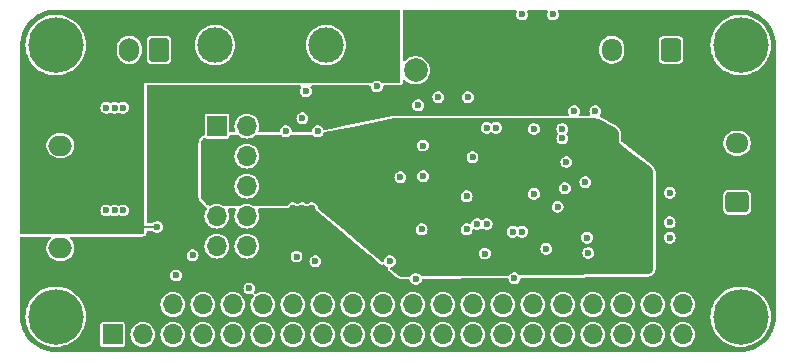
<source format=gbr>
%TF.GenerationSoftware,KiCad,Pcbnew,8.0.1-8.0.1-1~ubuntu22.04.1*%
%TF.CreationDate,2024-04-04T08:17:27+02:00*%
%TF.ProjectId,Ingenuity,496e6765-6e75-4697-9479-2e6b69636164,rev?*%
%TF.SameCoordinates,Original*%
%TF.FileFunction,Copper,L2,Inr*%
%TF.FilePolarity,Positive*%
%FSLAX46Y46*%
G04 Gerber Fmt 4.6, Leading zero omitted, Abs format (unit mm)*
G04 Created by KiCad (PCBNEW 8.0.1-8.0.1-1~ubuntu22.04.1) date 2024-04-04 08:17:27*
%MOMM*%
%LPD*%
G01*
G04 APERTURE LIST*
G04 Aperture macros list*
%AMRoundRect*
0 Rectangle with rounded corners*
0 $1 Rounding radius*
0 $2 $3 $4 $5 $6 $7 $8 $9 X,Y pos of 4 corners*
0 Add a 4 corners polygon primitive as box body*
4,1,4,$2,$3,$4,$5,$6,$7,$8,$9,$2,$3,0*
0 Add four circle primitives for the rounded corners*
1,1,$1+$1,$2,$3*
1,1,$1+$1,$4,$5*
1,1,$1+$1,$6,$7*
1,1,$1+$1,$8,$9*
0 Add four rect primitives between the rounded corners*
20,1,$1+$1,$2,$3,$4,$5,0*
20,1,$1+$1,$4,$5,$6,$7,0*
20,1,$1+$1,$6,$7,$8,$9,0*
20,1,$1+$1,$8,$9,$2,$3,0*%
G04 Aperture macros list end*
%TA.AperFunction,ComponentPad*%
%ADD10RoundRect,0.250000X0.600000X0.725000X-0.600000X0.725000X-0.600000X-0.725000X0.600000X-0.725000X0*%
%TD*%
%TA.AperFunction,ComponentPad*%
%ADD11O,1.700000X1.950000*%
%TD*%
%TA.AperFunction,ComponentPad*%
%ADD12RoundRect,0.250000X0.600000X0.750000X-0.600000X0.750000X-0.600000X-0.750000X0.600000X-0.750000X0*%
%TD*%
%TA.AperFunction,ComponentPad*%
%ADD13O,1.700000X2.000000*%
%TD*%
%TA.AperFunction,ComponentPad*%
%ADD14C,4.700000*%
%TD*%
%TA.AperFunction,ComponentPad*%
%ADD15C,3.000000*%
%TD*%
%TA.AperFunction,ComponentPad*%
%ADD16RoundRect,0.250000X-0.750000X0.600000X-0.750000X-0.600000X0.750000X-0.600000X0.750000X0.600000X0*%
%TD*%
%TA.AperFunction,ComponentPad*%
%ADD17O,2.000000X1.700000*%
%TD*%
%TA.AperFunction,ComponentPad*%
%ADD18R,1.700000X1.700000*%
%TD*%
%TA.AperFunction,ComponentPad*%
%ADD19O,1.700000X1.700000*%
%TD*%
%TA.AperFunction,ComponentPad*%
%ADD20C,2.000000*%
%TD*%
%TA.AperFunction,ComponentPad*%
%ADD21RoundRect,0.250000X0.725000X-0.600000X0.725000X0.600000X-0.725000X0.600000X-0.725000X-0.600000X0*%
%TD*%
%TA.AperFunction,ComponentPad*%
%ADD22O,1.950000X1.700000*%
%TD*%
%TA.AperFunction,ViaPad*%
%ADD23C,0.600000*%
%TD*%
%TA.AperFunction,Conductor*%
%ADD24C,0.200000*%
%TD*%
G04 APERTURE END LIST*
D10*
%TO.N,GND*%
%TO.C,J4*%
X201600000Y-50400000D03*
D11*
%TO.N,+5V*%
X199100000Y-50400000D03*
%TO.N,PWM3*%
X196600000Y-50400000D03*
%TD*%
D12*
%TO.N,GND*%
%TO.C,J1*%
X158250000Y-50400000D03*
D13*
%TO.N,+BATT*%
X155750000Y-50400000D03*
%TD*%
D14*
%TO.N,GND*%
%TO.C,H3*%
X149500000Y-73000000D03*
%TD*%
D15*
%TO.N,Net-(SW1-A)*%
%TO.C,SW1*%
X172400000Y-50000000D03*
%TO.N,+7.5V*%
X167700000Y-50000000D03*
%TO.N,+BATT*%
X163000000Y-50000000D03*
%TD*%
D16*
%TO.N,+7.5V*%
%TO.C,J6*%
X149900000Y-64700000D03*
D17*
%TO.N,Net-(J6-Pin_2)*%
X149900000Y-67200000D03*
%TD*%
D18*
%TO.N,unconnected-(J3-Pin_1-Pad1)*%
%TO.C,J3*%
X154340000Y-74500000D03*
D19*
%TO.N,+5V*%
X154340000Y-71960000D03*
%TO.N,unconnected-(J3-Pin_3-Pad3)*%
X156880000Y-74500000D03*
%TO.N,+5V*%
X156880000Y-71960000D03*
%TO.N,unconnected-(J3-Pin_5-Pad5)*%
X159420000Y-74500000D03*
%TO.N,GND*%
X159420000Y-71960000D03*
%TO.N,unconnected-(J3-Pin_7-Pad7)*%
X161960000Y-74500000D03*
%TO.N,USART2_RX*%
X161960000Y-71960000D03*
%TO.N,GND*%
X164500000Y-74500000D03*
%TO.N,USART2_TX*%
X164500000Y-71960000D03*
%TO.N,unconnected-(J3-Pin_11-Pad11)*%
X167040000Y-74500000D03*
%TO.N,unconnected-(J3-Pin_12-Pad12)*%
X167040000Y-71960000D03*
%TO.N,unconnected-(J3-Pin_13-Pad13)*%
X169580000Y-74500000D03*
%TO.N,GND*%
X169580000Y-71960000D03*
%TO.N,unconnected-(J3-Pin_15-Pad15)*%
X172120000Y-74500000D03*
%TO.N,unconnected-(J3-Pin_16-Pad16)*%
X172120000Y-71960000D03*
%TO.N,unconnected-(J3-Pin_17-Pad17)*%
X174660000Y-74500000D03*
%TO.N,unconnected-(J3-Pin_18-Pad18)*%
X174660000Y-71960000D03*
%TO.N,unconnected-(J3-Pin_19-Pad19)*%
X177200000Y-74500000D03*
%TO.N,GND*%
X177200000Y-71960000D03*
%TO.N,unconnected-(J3-Pin_21-Pad21)*%
X179740000Y-74500000D03*
%TO.N,unconnected-(J3-Pin_22-Pad22)*%
X179740000Y-71960000D03*
%TO.N,unconnected-(J3-Pin_23-Pad23)*%
X182280000Y-74500000D03*
%TO.N,unconnected-(J3-Pin_24-Pad24)*%
X182280000Y-71960000D03*
%TO.N,GND*%
X184820000Y-74500000D03*
%TO.N,unconnected-(J3-Pin_26-Pad26)*%
X184820000Y-71960000D03*
%TO.N,unconnected-(J3-Pin_27-Pad27)*%
X187360000Y-74500000D03*
%TO.N,unconnected-(J3-Pin_28-Pad28)*%
X187360000Y-71960000D03*
%TO.N,unconnected-(J3-Pin_29-Pad29)*%
X189900000Y-74500000D03*
%TO.N,GND*%
X189900000Y-71960000D03*
%TO.N,unconnected-(J3-Pin_31-Pad31)*%
X192440000Y-74500000D03*
%TO.N,unconnected-(J3-Pin_32-Pad32)*%
X192440000Y-71960000D03*
%TO.N,unconnected-(J3-Pin_33-Pad33)*%
X194980000Y-74500000D03*
%TO.N,GND*%
X194980000Y-71960000D03*
%TO.N,unconnected-(J3-Pin_35-Pad35)*%
X197520000Y-74500000D03*
%TO.N,unconnected-(J3-Pin_36-Pad36)*%
X197520000Y-71960000D03*
%TO.N,unconnected-(J3-Pin_37-Pad37)*%
X200060000Y-74500000D03*
%TO.N,unconnected-(J3-Pin_38-Pad38)*%
X200060000Y-71960000D03*
%TO.N,GND*%
X202600000Y-74500000D03*
%TO.N,unconnected-(J3-Pin_40-Pad40)*%
X202600000Y-71960000D03*
%TD*%
D20*
%TO.N,+7.5V*%
%TO.C,U1*%
X177460000Y-52125000D03*
%TO.N,GND*%
X180000000Y-52125000D03*
%TO.N,+5V*%
X182540000Y-52125000D03*
%TD*%
D21*
%TO.N,GND*%
%TO.C,J5*%
X207200000Y-63300000D03*
D22*
%TO.N,+5V*%
X207200000Y-60800000D03*
%TO.N,PWM4*%
X207200000Y-58300000D03*
%TD*%
D14*
%TO.N,GND*%
%TO.C,H2*%
X207500000Y-50000000D03*
%TD*%
D16*
%TO.N,+7.5V*%
%TO.C,J7*%
X149900000Y-56000000D03*
D17*
%TO.N,Net-(J7-Pin_2)*%
X149900000Y-58500000D03*
%TD*%
D18*
%TO.N,unconnected-(J2-Pin_1-Pad1)*%
%TO.C,J2*%
X163160000Y-56860000D03*
D19*
%TO.N,I2C1_SCL*%
X165700000Y-56860000D03*
%TO.N,+3.3V*%
X163160000Y-59400000D03*
%TO.N,I2C1_SDA*%
X165700000Y-59400000D03*
%TO.N,+3.3V*%
X163160000Y-61940000D03*
%TO.N,GND*%
X165700000Y-61940000D03*
%TO.N,unconnected-(J2-Pin_7-Pad7)*%
X163160000Y-64480000D03*
%TO.N,unconnected-(J2-Pin_8-Pad8)*%
X165700000Y-64480000D03*
%TO.N,GND*%
X163160000Y-67020000D03*
%TO.N,unconnected-(J2-Pin_10-Pad10)*%
X165700000Y-67020000D03*
%TD*%
D14*
%TO.N,GND*%
%TO.C,H4*%
X207500000Y-73000000D03*
%TD*%
%TO.N,GND*%
%TO.C,H1*%
X149500000Y-50000000D03*
%TD*%
D23*
%TO.N,GND*%
X191600000Y-47400000D03*
X189000000Y-47400000D03*
%TO.N,NRST*%
X192752971Y-59900000D03*
%TO.N,PWM4*%
X194351994Y-61604633D03*
%TO.N,+3.3V*%
X191334358Y-63256239D03*
%TO.N,NRST*%
X192619344Y-62112315D03*
%TO.N,+3.3V*%
X198500000Y-67500000D03*
%TO.N,SWCLK*%
X194500000Y-66300000D03*
%TO.N,SWDIO*%
X194600000Y-67600000D03*
%TO.N,GND*%
X201500000Y-62500000D03*
X201500000Y-66300000D03*
X201500000Y-65000000D03*
X192000000Y-63700000D03*
%TO.N,NRST*%
X184800000Y-59500000D03*
%TO.N,+5V*%
X169600000Y-63800000D03*
X171200000Y-63800000D03*
X173700000Y-66900000D03*
X170400000Y-63800000D03*
%TO.N,+3.3V*%
X173600000Y-59600000D03*
X191100000Y-68250000D03*
X181900000Y-57100000D03*
X172200000Y-59600000D03*
X175000000Y-59600000D03*
X187250000Y-69250000D03*
X177100000Y-66900000D03*
X184100000Y-60300000D03*
%TO.N,+7.5V*%
X158100000Y-65400000D03*
%TO.N,SWCLK*%
X192400000Y-57100000D03*
%TO.N,SWDIO*%
X192400000Y-57900000D03*
%TO.N,USART2_RX*%
X165900000Y-70600000D03*
%TO.N,I2C1_SDA*%
X186000000Y-57000000D03*
%TO.N,I2C1_SCL*%
X186800000Y-57000000D03*
%TO.N,SPI_CS*%
X189000003Y-65800000D03*
X185200000Y-65150000D03*
%TO.N,SPI1_SCK*%
X188200000Y-65800000D03*
X186000000Y-65150000D03*
%TO.N,GND*%
X180000000Y-69800000D03*
X180620000Y-61100000D03*
X184300000Y-62800000D03*
X171500000Y-68300000D03*
X153800000Y-55300000D03*
X170400000Y-56200000D03*
X155200000Y-64000000D03*
X184300000Y-65600000D03*
X176700000Y-53500000D03*
X180500000Y-65600000D03*
X159700000Y-69500000D03*
X195200000Y-55600000D03*
X184400000Y-54400000D03*
X191050000Y-67250000D03*
X190000000Y-57100000D03*
X169000000Y-57300000D03*
X171700000Y-57300000D03*
X185850000Y-67650000D03*
X180600000Y-58500000D03*
X170700000Y-53900000D03*
X193400000Y-55600000D03*
X188350000Y-69750000D03*
X153800000Y-64000000D03*
X181900000Y-54400000D03*
X161100000Y-67800000D03*
X180200000Y-55100000D03*
X155200000Y-55300000D03*
X154500000Y-55300000D03*
X169900000Y-67900000D03*
X177800000Y-68300000D03*
X178700000Y-61200000D03*
X154500000Y-64000000D03*
X190000000Y-62600000D03*
%TD*%
D24*
%TO.N,+7.5V*%
X158100000Y-65400000D02*
X156600000Y-65400000D01*
%TD*%
%TA.AperFunction,Conductor*%
%TO.N,+5V*%
G36*
X188506314Y-47020185D02*
G01*
X188552069Y-47072989D01*
X188562013Y-47142147D01*
X188552069Y-47176011D01*
X188514835Y-47257541D01*
X188514834Y-47257542D01*
X188494353Y-47400000D01*
X188514834Y-47542456D01*
X188574622Y-47673371D01*
X188574623Y-47673373D01*
X188668872Y-47782143D01*
X188789947Y-47859953D01*
X188789950Y-47859954D01*
X188789949Y-47859954D01*
X188928036Y-47900499D01*
X188928038Y-47900500D01*
X188928039Y-47900500D01*
X189071962Y-47900500D01*
X189071962Y-47900499D01*
X189210053Y-47859953D01*
X189331128Y-47782143D01*
X189425377Y-47673373D01*
X189485165Y-47542457D01*
X189505647Y-47400000D01*
X189485916Y-47262768D01*
X189485165Y-47257542D01*
X189485164Y-47257541D01*
X189447931Y-47176011D01*
X189437987Y-47106853D01*
X189467012Y-47043297D01*
X189525790Y-47005523D01*
X189560725Y-47000500D01*
X191039275Y-47000500D01*
X191106314Y-47020185D01*
X191152069Y-47072989D01*
X191162013Y-47142147D01*
X191152069Y-47176011D01*
X191114835Y-47257541D01*
X191114834Y-47257542D01*
X191094353Y-47400000D01*
X191114834Y-47542456D01*
X191174622Y-47673371D01*
X191174623Y-47673373D01*
X191268872Y-47782143D01*
X191389947Y-47859953D01*
X191389950Y-47859954D01*
X191389949Y-47859954D01*
X191528036Y-47900499D01*
X191528038Y-47900500D01*
X191528039Y-47900500D01*
X191671962Y-47900500D01*
X191671962Y-47900499D01*
X191810053Y-47859953D01*
X191931128Y-47782143D01*
X192025377Y-47673373D01*
X192085165Y-47542457D01*
X192105647Y-47400000D01*
X192085916Y-47262768D01*
X192085165Y-47257542D01*
X192085164Y-47257541D01*
X192047931Y-47176011D01*
X192037987Y-47106853D01*
X192067012Y-47043297D01*
X192125790Y-47005523D01*
X192160725Y-47000500D01*
X207434108Y-47000500D01*
X207496754Y-47000500D01*
X207503244Y-47000670D01*
X207807046Y-47016592D01*
X207819953Y-47017949D01*
X207891654Y-47029305D01*
X208117209Y-47065028D01*
X208129896Y-47067724D01*
X208420625Y-47145625D01*
X208432965Y-47149635D01*
X208713938Y-47257490D01*
X208725790Y-47262767D01*
X208993968Y-47399411D01*
X209005199Y-47405896D01*
X209215485Y-47542457D01*
X209257608Y-47569812D01*
X209268109Y-47577441D01*
X209502010Y-47766850D01*
X209511655Y-47775535D01*
X209724464Y-47988344D01*
X209733149Y-47997989D01*
X209922558Y-48231890D01*
X209930187Y-48242391D01*
X210094101Y-48494796D01*
X210100591Y-48506036D01*
X210237231Y-48774206D01*
X210242510Y-48786064D01*
X210350363Y-49067033D01*
X210354374Y-49079376D01*
X210432273Y-49370097D01*
X210434971Y-49382794D01*
X210482050Y-49680046D01*
X210483407Y-49692953D01*
X210499330Y-49996756D01*
X210499500Y-50003246D01*
X210499500Y-72996753D01*
X210499330Y-73003243D01*
X210483407Y-73307046D01*
X210482050Y-73319953D01*
X210434971Y-73617205D01*
X210432273Y-73629902D01*
X210354374Y-73920623D01*
X210350363Y-73932966D01*
X210242510Y-74213935D01*
X210237231Y-74225793D01*
X210100591Y-74493963D01*
X210094101Y-74505203D01*
X209930187Y-74757608D01*
X209922558Y-74768109D01*
X209733149Y-75002010D01*
X209724464Y-75011655D01*
X209511655Y-75224464D01*
X209502010Y-75233149D01*
X209268109Y-75422558D01*
X209257608Y-75430187D01*
X209005203Y-75594101D01*
X208993963Y-75600591D01*
X208725793Y-75737231D01*
X208713935Y-75742510D01*
X208432966Y-75850363D01*
X208420623Y-75854374D01*
X208129902Y-75932273D01*
X208117205Y-75934971D01*
X207819953Y-75982050D01*
X207807046Y-75983407D01*
X207503244Y-75999330D01*
X207496754Y-75999500D01*
X149503246Y-75999500D01*
X149496756Y-75999330D01*
X149192953Y-75983407D01*
X149180046Y-75982050D01*
X148882794Y-75934971D01*
X148870097Y-75932273D01*
X148579376Y-75854374D01*
X148567033Y-75850363D01*
X148286064Y-75742510D01*
X148274206Y-75737231D01*
X148006036Y-75600591D01*
X147994796Y-75594101D01*
X147742391Y-75430187D01*
X147731890Y-75422558D01*
X147497989Y-75233149D01*
X147488344Y-75224464D01*
X147275535Y-75011655D01*
X147266850Y-75002010D01*
X147077441Y-74768109D01*
X147069812Y-74757608D01*
X147064474Y-74749388D01*
X146905896Y-74505199D01*
X146899408Y-74493963D01*
X146797555Y-74294067D01*
X146762767Y-74225790D01*
X146757489Y-74213935D01*
X146649636Y-73932966D01*
X146645625Y-73920623D01*
X146643729Y-73913547D01*
X146567724Y-73629896D01*
X146565028Y-73617205D01*
X146517949Y-73319953D01*
X146516592Y-73307046D01*
X146500670Y-73003243D01*
X146500585Y-73000005D01*
X146944457Y-73000005D01*
X146964606Y-73320283D01*
X146964607Y-73320290D01*
X146964608Y-73320294D01*
X147012579Y-73571769D01*
X147024745Y-73635542D01*
X147123916Y-73940759D01*
X147123918Y-73940764D01*
X147260558Y-74231138D01*
X147260562Y-74231144D01*
X147432520Y-74502108D01*
X147432522Y-74502111D01*
X147637087Y-74749388D01*
X147871034Y-74969078D01*
X147871044Y-74969086D01*
X148130660Y-75157708D01*
X148130666Y-75157711D01*
X148130672Y-75157716D01*
X148411903Y-75312324D01*
X148710294Y-75430466D01*
X148710293Y-75430466D01*
X148884639Y-75475230D01*
X149021139Y-75510277D01*
X149087935Y-75518715D01*
X149339524Y-75550499D01*
X149339533Y-75550499D01*
X149339536Y-75550500D01*
X149339538Y-75550500D01*
X149660462Y-75550500D01*
X149660464Y-75550500D01*
X149660467Y-75550499D01*
X149660475Y-75550499D01*
X149850463Y-75526497D01*
X149978861Y-75510277D01*
X150289706Y-75430466D01*
X150443051Y-75369752D01*
X153289500Y-75369752D01*
X153301131Y-75428229D01*
X153301132Y-75428230D01*
X153345447Y-75494552D01*
X153411769Y-75538867D01*
X153411770Y-75538868D01*
X153470247Y-75550499D01*
X153470250Y-75550500D01*
X153470252Y-75550500D01*
X155209750Y-75550500D01*
X155209751Y-75550499D01*
X155224568Y-75547552D01*
X155268229Y-75538868D01*
X155268229Y-75538867D01*
X155268231Y-75538867D01*
X155334552Y-75494552D01*
X155378867Y-75428231D01*
X155378867Y-75428229D01*
X155378868Y-75428229D01*
X155390499Y-75369752D01*
X155390500Y-75369750D01*
X155390500Y-74500000D01*
X155824417Y-74500000D01*
X155844699Y-74705932D01*
X155844700Y-74705934D01*
X155904768Y-74903954D01*
X156002315Y-75086450D01*
X156002317Y-75086452D01*
X156133589Y-75246410D01*
X156213907Y-75312324D01*
X156293550Y-75377685D01*
X156476046Y-75475232D01*
X156674066Y-75535300D01*
X156674065Y-75535300D01*
X156692529Y-75537118D01*
X156880000Y-75555583D01*
X157085934Y-75535300D01*
X157283954Y-75475232D01*
X157466450Y-75377685D01*
X157626410Y-75246410D01*
X157757685Y-75086450D01*
X157855232Y-74903954D01*
X157915300Y-74705934D01*
X157935583Y-74500000D01*
X158364417Y-74500000D01*
X158384699Y-74705932D01*
X158384700Y-74705934D01*
X158444768Y-74903954D01*
X158542315Y-75086450D01*
X158542317Y-75086452D01*
X158673589Y-75246410D01*
X158753907Y-75312324D01*
X158833550Y-75377685D01*
X159016046Y-75475232D01*
X159214066Y-75535300D01*
X159214065Y-75535300D01*
X159232529Y-75537118D01*
X159420000Y-75555583D01*
X159625934Y-75535300D01*
X159823954Y-75475232D01*
X160006450Y-75377685D01*
X160166410Y-75246410D01*
X160297685Y-75086450D01*
X160395232Y-74903954D01*
X160455300Y-74705934D01*
X160475583Y-74500000D01*
X160904417Y-74500000D01*
X160924699Y-74705932D01*
X160924700Y-74705934D01*
X160984768Y-74903954D01*
X161082315Y-75086450D01*
X161082317Y-75086452D01*
X161213589Y-75246410D01*
X161293907Y-75312324D01*
X161373550Y-75377685D01*
X161556046Y-75475232D01*
X161754066Y-75535300D01*
X161754065Y-75535300D01*
X161772529Y-75537118D01*
X161960000Y-75555583D01*
X162165934Y-75535300D01*
X162363954Y-75475232D01*
X162546450Y-75377685D01*
X162706410Y-75246410D01*
X162837685Y-75086450D01*
X162935232Y-74903954D01*
X162995300Y-74705934D01*
X163015583Y-74500000D01*
X163444417Y-74500000D01*
X163464699Y-74705932D01*
X163464700Y-74705934D01*
X163524768Y-74903954D01*
X163622315Y-75086450D01*
X163622317Y-75086452D01*
X163753589Y-75246410D01*
X163833907Y-75312324D01*
X163913550Y-75377685D01*
X164096046Y-75475232D01*
X164294066Y-75535300D01*
X164294065Y-75535300D01*
X164312529Y-75537118D01*
X164500000Y-75555583D01*
X164705934Y-75535300D01*
X164903954Y-75475232D01*
X165086450Y-75377685D01*
X165246410Y-75246410D01*
X165377685Y-75086450D01*
X165475232Y-74903954D01*
X165535300Y-74705934D01*
X165555583Y-74500000D01*
X165984417Y-74500000D01*
X166004699Y-74705932D01*
X166004700Y-74705934D01*
X166064768Y-74903954D01*
X166162315Y-75086450D01*
X166162317Y-75086452D01*
X166293589Y-75246410D01*
X166373907Y-75312324D01*
X166453550Y-75377685D01*
X166636046Y-75475232D01*
X166834066Y-75535300D01*
X166834065Y-75535300D01*
X166852529Y-75537118D01*
X167040000Y-75555583D01*
X167245934Y-75535300D01*
X167443954Y-75475232D01*
X167626450Y-75377685D01*
X167786410Y-75246410D01*
X167917685Y-75086450D01*
X168015232Y-74903954D01*
X168075300Y-74705934D01*
X168095583Y-74500000D01*
X168524417Y-74500000D01*
X168544699Y-74705932D01*
X168544700Y-74705934D01*
X168604768Y-74903954D01*
X168702315Y-75086450D01*
X168702317Y-75086452D01*
X168833589Y-75246410D01*
X168913907Y-75312324D01*
X168993550Y-75377685D01*
X169176046Y-75475232D01*
X169374066Y-75535300D01*
X169374065Y-75535300D01*
X169392529Y-75537118D01*
X169580000Y-75555583D01*
X169785934Y-75535300D01*
X169983954Y-75475232D01*
X170166450Y-75377685D01*
X170326410Y-75246410D01*
X170457685Y-75086450D01*
X170555232Y-74903954D01*
X170615300Y-74705934D01*
X170635583Y-74500000D01*
X171064417Y-74500000D01*
X171084699Y-74705932D01*
X171084700Y-74705934D01*
X171144768Y-74903954D01*
X171242315Y-75086450D01*
X171242317Y-75086452D01*
X171373589Y-75246410D01*
X171453907Y-75312324D01*
X171533550Y-75377685D01*
X171716046Y-75475232D01*
X171914066Y-75535300D01*
X171914065Y-75535300D01*
X171932529Y-75537118D01*
X172120000Y-75555583D01*
X172325934Y-75535300D01*
X172523954Y-75475232D01*
X172706450Y-75377685D01*
X172866410Y-75246410D01*
X172997685Y-75086450D01*
X173095232Y-74903954D01*
X173155300Y-74705934D01*
X173175583Y-74500000D01*
X173604417Y-74500000D01*
X173624699Y-74705932D01*
X173624700Y-74705934D01*
X173684768Y-74903954D01*
X173782315Y-75086450D01*
X173782317Y-75086452D01*
X173913589Y-75246410D01*
X173993907Y-75312324D01*
X174073550Y-75377685D01*
X174256046Y-75475232D01*
X174454066Y-75535300D01*
X174454065Y-75535300D01*
X174472529Y-75537118D01*
X174660000Y-75555583D01*
X174865934Y-75535300D01*
X175063954Y-75475232D01*
X175246450Y-75377685D01*
X175406410Y-75246410D01*
X175537685Y-75086450D01*
X175635232Y-74903954D01*
X175695300Y-74705934D01*
X175715583Y-74500000D01*
X176144417Y-74500000D01*
X176164699Y-74705932D01*
X176164700Y-74705934D01*
X176224768Y-74903954D01*
X176322315Y-75086450D01*
X176322317Y-75086452D01*
X176453589Y-75246410D01*
X176533907Y-75312324D01*
X176613550Y-75377685D01*
X176796046Y-75475232D01*
X176994066Y-75535300D01*
X176994065Y-75535300D01*
X177012529Y-75537118D01*
X177200000Y-75555583D01*
X177405934Y-75535300D01*
X177603954Y-75475232D01*
X177786450Y-75377685D01*
X177946410Y-75246410D01*
X178077685Y-75086450D01*
X178175232Y-74903954D01*
X178235300Y-74705934D01*
X178255583Y-74500000D01*
X178684417Y-74500000D01*
X178704699Y-74705932D01*
X178704700Y-74705934D01*
X178764768Y-74903954D01*
X178862315Y-75086450D01*
X178862317Y-75086452D01*
X178993589Y-75246410D01*
X179073907Y-75312324D01*
X179153550Y-75377685D01*
X179336046Y-75475232D01*
X179534066Y-75535300D01*
X179534065Y-75535300D01*
X179552529Y-75537118D01*
X179740000Y-75555583D01*
X179945934Y-75535300D01*
X180143954Y-75475232D01*
X180326450Y-75377685D01*
X180486410Y-75246410D01*
X180617685Y-75086450D01*
X180715232Y-74903954D01*
X180775300Y-74705934D01*
X180795583Y-74500000D01*
X181224417Y-74500000D01*
X181244699Y-74705932D01*
X181244700Y-74705934D01*
X181304768Y-74903954D01*
X181402315Y-75086450D01*
X181402317Y-75086452D01*
X181533589Y-75246410D01*
X181613907Y-75312324D01*
X181693550Y-75377685D01*
X181876046Y-75475232D01*
X182074066Y-75535300D01*
X182074065Y-75535300D01*
X182092529Y-75537118D01*
X182280000Y-75555583D01*
X182485934Y-75535300D01*
X182683954Y-75475232D01*
X182866450Y-75377685D01*
X183026410Y-75246410D01*
X183157685Y-75086450D01*
X183255232Y-74903954D01*
X183315300Y-74705934D01*
X183335583Y-74500000D01*
X183764417Y-74500000D01*
X183784699Y-74705932D01*
X183784700Y-74705934D01*
X183844768Y-74903954D01*
X183942315Y-75086450D01*
X183942317Y-75086452D01*
X184073589Y-75246410D01*
X184153907Y-75312324D01*
X184233550Y-75377685D01*
X184416046Y-75475232D01*
X184614066Y-75535300D01*
X184614065Y-75535300D01*
X184632529Y-75537118D01*
X184820000Y-75555583D01*
X185025934Y-75535300D01*
X185223954Y-75475232D01*
X185406450Y-75377685D01*
X185566410Y-75246410D01*
X185697685Y-75086450D01*
X185795232Y-74903954D01*
X185855300Y-74705934D01*
X185875583Y-74500000D01*
X186304417Y-74500000D01*
X186324699Y-74705932D01*
X186324700Y-74705934D01*
X186384768Y-74903954D01*
X186482315Y-75086450D01*
X186482317Y-75086452D01*
X186613589Y-75246410D01*
X186693907Y-75312324D01*
X186773550Y-75377685D01*
X186956046Y-75475232D01*
X187154066Y-75535300D01*
X187154065Y-75535300D01*
X187172529Y-75537118D01*
X187360000Y-75555583D01*
X187565934Y-75535300D01*
X187763954Y-75475232D01*
X187946450Y-75377685D01*
X188106410Y-75246410D01*
X188237685Y-75086450D01*
X188335232Y-74903954D01*
X188395300Y-74705934D01*
X188415583Y-74500000D01*
X188844417Y-74500000D01*
X188864699Y-74705932D01*
X188864700Y-74705934D01*
X188924768Y-74903954D01*
X189022315Y-75086450D01*
X189022317Y-75086452D01*
X189153589Y-75246410D01*
X189233907Y-75312324D01*
X189313550Y-75377685D01*
X189496046Y-75475232D01*
X189694066Y-75535300D01*
X189694065Y-75535300D01*
X189712529Y-75537118D01*
X189900000Y-75555583D01*
X190105934Y-75535300D01*
X190303954Y-75475232D01*
X190486450Y-75377685D01*
X190646410Y-75246410D01*
X190777685Y-75086450D01*
X190875232Y-74903954D01*
X190935300Y-74705934D01*
X190955583Y-74500000D01*
X191384417Y-74500000D01*
X191404699Y-74705932D01*
X191404700Y-74705934D01*
X191464768Y-74903954D01*
X191562315Y-75086450D01*
X191562317Y-75086452D01*
X191693589Y-75246410D01*
X191773907Y-75312324D01*
X191853550Y-75377685D01*
X192036046Y-75475232D01*
X192234066Y-75535300D01*
X192234065Y-75535300D01*
X192252529Y-75537118D01*
X192440000Y-75555583D01*
X192645934Y-75535300D01*
X192843954Y-75475232D01*
X193026450Y-75377685D01*
X193186410Y-75246410D01*
X193317685Y-75086450D01*
X193415232Y-74903954D01*
X193475300Y-74705934D01*
X193495583Y-74500000D01*
X193924417Y-74500000D01*
X193944699Y-74705932D01*
X193944700Y-74705934D01*
X194004768Y-74903954D01*
X194102315Y-75086450D01*
X194102317Y-75086452D01*
X194233589Y-75246410D01*
X194313907Y-75312324D01*
X194393550Y-75377685D01*
X194576046Y-75475232D01*
X194774066Y-75535300D01*
X194774065Y-75535300D01*
X194792529Y-75537118D01*
X194980000Y-75555583D01*
X195185934Y-75535300D01*
X195383954Y-75475232D01*
X195566450Y-75377685D01*
X195726410Y-75246410D01*
X195857685Y-75086450D01*
X195955232Y-74903954D01*
X196015300Y-74705934D01*
X196035583Y-74500000D01*
X196464417Y-74500000D01*
X196484699Y-74705932D01*
X196484700Y-74705934D01*
X196544768Y-74903954D01*
X196642315Y-75086450D01*
X196642317Y-75086452D01*
X196773589Y-75246410D01*
X196853907Y-75312324D01*
X196933550Y-75377685D01*
X197116046Y-75475232D01*
X197314066Y-75535300D01*
X197314065Y-75535300D01*
X197332529Y-75537118D01*
X197520000Y-75555583D01*
X197725934Y-75535300D01*
X197923954Y-75475232D01*
X198106450Y-75377685D01*
X198266410Y-75246410D01*
X198397685Y-75086450D01*
X198495232Y-74903954D01*
X198555300Y-74705934D01*
X198575583Y-74500000D01*
X199004417Y-74500000D01*
X199024699Y-74705932D01*
X199024700Y-74705934D01*
X199084768Y-74903954D01*
X199182315Y-75086450D01*
X199182317Y-75086452D01*
X199313589Y-75246410D01*
X199393907Y-75312324D01*
X199473550Y-75377685D01*
X199656046Y-75475232D01*
X199854066Y-75535300D01*
X199854065Y-75535300D01*
X199872529Y-75537118D01*
X200060000Y-75555583D01*
X200265934Y-75535300D01*
X200463954Y-75475232D01*
X200646450Y-75377685D01*
X200806410Y-75246410D01*
X200937685Y-75086450D01*
X201035232Y-74903954D01*
X201095300Y-74705934D01*
X201115583Y-74500000D01*
X201544417Y-74500000D01*
X201564699Y-74705932D01*
X201564700Y-74705934D01*
X201624768Y-74903954D01*
X201722315Y-75086450D01*
X201722317Y-75086452D01*
X201853589Y-75246410D01*
X201933907Y-75312324D01*
X202013550Y-75377685D01*
X202196046Y-75475232D01*
X202394066Y-75535300D01*
X202394065Y-75535300D01*
X202412529Y-75537118D01*
X202600000Y-75555583D01*
X202805934Y-75535300D01*
X203003954Y-75475232D01*
X203186450Y-75377685D01*
X203346410Y-75246410D01*
X203477685Y-75086450D01*
X203575232Y-74903954D01*
X203635300Y-74705934D01*
X203655583Y-74500000D01*
X203635300Y-74294066D01*
X203575232Y-74096046D01*
X203477685Y-73913550D01*
X203425702Y-73850209D01*
X203346410Y-73753589D01*
X203196121Y-73630252D01*
X203186450Y-73622315D01*
X203003954Y-73524768D01*
X202805934Y-73464700D01*
X202805932Y-73464699D01*
X202805934Y-73464699D01*
X202600000Y-73444417D01*
X202394067Y-73464699D01*
X202196043Y-73524769D01*
X202108114Y-73571769D01*
X202013550Y-73622315D01*
X202013548Y-73622316D01*
X202013547Y-73622317D01*
X201853589Y-73753589D01*
X201722317Y-73913547D01*
X201722315Y-73913550D01*
X201707769Y-73940764D01*
X201624769Y-74096043D01*
X201564699Y-74294067D01*
X201544417Y-74500000D01*
X201115583Y-74500000D01*
X201095300Y-74294066D01*
X201035232Y-74096046D01*
X200937685Y-73913550D01*
X200885702Y-73850209D01*
X200806410Y-73753589D01*
X200656121Y-73630252D01*
X200646450Y-73622315D01*
X200463954Y-73524768D01*
X200265934Y-73464700D01*
X200265932Y-73464699D01*
X200265934Y-73464699D01*
X200060000Y-73444417D01*
X199854067Y-73464699D01*
X199656043Y-73524769D01*
X199568114Y-73571769D01*
X199473550Y-73622315D01*
X199473548Y-73622316D01*
X199473547Y-73622317D01*
X199313589Y-73753589D01*
X199182317Y-73913547D01*
X199182315Y-73913550D01*
X199167769Y-73940764D01*
X199084769Y-74096043D01*
X199024699Y-74294067D01*
X199004417Y-74500000D01*
X198575583Y-74500000D01*
X198555300Y-74294066D01*
X198495232Y-74096046D01*
X198397685Y-73913550D01*
X198345702Y-73850209D01*
X198266410Y-73753589D01*
X198116121Y-73630252D01*
X198106450Y-73622315D01*
X197923954Y-73524768D01*
X197725934Y-73464700D01*
X197725932Y-73464699D01*
X197725934Y-73464699D01*
X197520000Y-73444417D01*
X197314067Y-73464699D01*
X197116043Y-73524769D01*
X197028114Y-73571769D01*
X196933550Y-73622315D01*
X196933548Y-73622316D01*
X196933547Y-73622317D01*
X196773589Y-73753589D01*
X196642317Y-73913547D01*
X196642315Y-73913550D01*
X196627769Y-73940764D01*
X196544769Y-74096043D01*
X196484699Y-74294067D01*
X196464417Y-74500000D01*
X196035583Y-74500000D01*
X196015300Y-74294066D01*
X195955232Y-74096046D01*
X195857685Y-73913550D01*
X195805702Y-73850209D01*
X195726410Y-73753589D01*
X195576121Y-73630252D01*
X195566450Y-73622315D01*
X195383954Y-73524768D01*
X195185934Y-73464700D01*
X195185932Y-73464699D01*
X195185934Y-73464699D01*
X194980000Y-73444417D01*
X194774067Y-73464699D01*
X194576043Y-73524769D01*
X194488114Y-73571769D01*
X194393550Y-73622315D01*
X194393548Y-73622316D01*
X194393547Y-73622317D01*
X194233589Y-73753589D01*
X194102317Y-73913547D01*
X194102315Y-73913550D01*
X194087769Y-73940764D01*
X194004769Y-74096043D01*
X193944699Y-74294067D01*
X193924417Y-74500000D01*
X193495583Y-74500000D01*
X193475300Y-74294066D01*
X193415232Y-74096046D01*
X193317685Y-73913550D01*
X193265702Y-73850209D01*
X193186410Y-73753589D01*
X193036121Y-73630252D01*
X193026450Y-73622315D01*
X192843954Y-73524768D01*
X192645934Y-73464700D01*
X192645932Y-73464699D01*
X192645934Y-73464699D01*
X192440000Y-73444417D01*
X192234067Y-73464699D01*
X192036043Y-73524769D01*
X191948114Y-73571769D01*
X191853550Y-73622315D01*
X191853548Y-73622316D01*
X191853547Y-73622317D01*
X191693589Y-73753589D01*
X191562317Y-73913547D01*
X191562315Y-73913550D01*
X191547769Y-73940764D01*
X191464769Y-74096043D01*
X191404699Y-74294067D01*
X191384417Y-74500000D01*
X190955583Y-74500000D01*
X190935300Y-74294066D01*
X190875232Y-74096046D01*
X190777685Y-73913550D01*
X190725702Y-73850209D01*
X190646410Y-73753589D01*
X190496121Y-73630252D01*
X190486450Y-73622315D01*
X190303954Y-73524768D01*
X190105934Y-73464700D01*
X190105932Y-73464699D01*
X190105934Y-73464699D01*
X189900000Y-73444417D01*
X189694067Y-73464699D01*
X189496043Y-73524769D01*
X189408114Y-73571769D01*
X189313550Y-73622315D01*
X189313548Y-73622316D01*
X189313547Y-73622317D01*
X189153589Y-73753589D01*
X189022317Y-73913547D01*
X189022315Y-73913550D01*
X189007769Y-73940764D01*
X188924769Y-74096043D01*
X188864699Y-74294067D01*
X188844417Y-74500000D01*
X188415583Y-74500000D01*
X188395300Y-74294066D01*
X188335232Y-74096046D01*
X188237685Y-73913550D01*
X188185702Y-73850209D01*
X188106410Y-73753589D01*
X187956121Y-73630252D01*
X187946450Y-73622315D01*
X187763954Y-73524768D01*
X187565934Y-73464700D01*
X187565932Y-73464699D01*
X187565934Y-73464699D01*
X187360000Y-73444417D01*
X187154067Y-73464699D01*
X186956043Y-73524769D01*
X186868114Y-73571769D01*
X186773550Y-73622315D01*
X186773548Y-73622316D01*
X186773547Y-73622317D01*
X186613589Y-73753589D01*
X186482317Y-73913547D01*
X186482315Y-73913550D01*
X186467769Y-73940764D01*
X186384769Y-74096043D01*
X186324699Y-74294067D01*
X186304417Y-74500000D01*
X185875583Y-74500000D01*
X185855300Y-74294066D01*
X185795232Y-74096046D01*
X185697685Y-73913550D01*
X185645702Y-73850209D01*
X185566410Y-73753589D01*
X185416121Y-73630252D01*
X185406450Y-73622315D01*
X185223954Y-73524768D01*
X185025934Y-73464700D01*
X185025932Y-73464699D01*
X185025934Y-73464699D01*
X184820000Y-73444417D01*
X184614067Y-73464699D01*
X184416043Y-73524769D01*
X184328114Y-73571769D01*
X184233550Y-73622315D01*
X184233548Y-73622316D01*
X184233547Y-73622317D01*
X184073589Y-73753589D01*
X183942317Y-73913547D01*
X183942315Y-73913550D01*
X183927769Y-73940764D01*
X183844769Y-74096043D01*
X183784699Y-74294067D01*
X183764417Y-74500000D01*
X183335583Y-74500000D01*
X183315300Y-74294066D01*
X183255232Y-74096046D01*
X183157685Y-73913550D01*
X183105702Y-73850209D01*
X183026410Y-73753589D01*
X182876121Y-73630252D01*
X182866450Y-73622315D01*
X182683954Y-73524768D01*
X182485934Y-73464700D01*
X182485932Y-73464699D01*
X182485934Y-73464699D01*
X182280000Y-73444417D01*
X182074067Y-73464699D01*
X181876043Y-73524769D01*
X181788114Y-73571769D01*
X181693550Y-73622315D01*
X181693548Y-73622316D01*
X181693547Y-73622317D01*
X181533589Y-73753589D01*
X181402317Y-73913547D01*
X181402315Y-73913550D01*
X181387769Y-73940764D01*
X181304769Y-74096043D01*
X181244699Y-74294067D01*
X181224417Y-74500000D01*
X180795583Y-74500000D01*
X180775300Y-74294066D01*
X180715232Y-74096046D01*
X180617685Y-73913550D01*
X180565702Y-73850209D01*
X180486410Y-73753589D01*
X180336121Y-73630252D01*
X180326450Y-73622315D01*
X180143954Y-73524768D01*
X179945934Y-73464700D01*
X179945932Y-73464699D01*
X179945934Y-73464699D01*
X179740000Y-73444417D01*
X179534067Y-73464699D01*
X179336043Y-73524769D01*
X179248114Y-73571769D01*
X179153550Y-73622315D01*
X179153548Y-73622316D01*
X179153547Y-73622317D01*
X178993589Y-73753589D01*
X178862317Y-73913547D01*
X178862315Y-73913550D01*
X178847769Y-73940764D01*
X178764769Y-74096043D01*
X178704699Y-74294067D01*
X178684417Y-74500000D01*
X178255583Y-74500000D01*
X178235300Y-74294066D01*
X178175232Y-74096046D01*
X178077685Y-73913550D01*
X178025702Y-73850209D01*
X177946410Y-73753589D01*
X177796121Y-73630252D01*
X177786450Y-73622315D01*
X177603954Y-73524768D01*
X177405934Y-73464700D01*
X177405932Y-73464699D01*
X177405934Y-73464699D01*
X177200000Y-73444417D01*
X176994067Y-73464699D01*
X176796043Y-73524769D01*
X176708114Y-73571769D01*
X176613550Y-73622315D01*
X176613548Y-73622316D01*
X176613547Y-73622317D01*
X176453589Y-73753589D01*
X176322317Y-73913547D01*
X176322315Y-73913550D01*
X176307769Y-73940764D01*
X176224769Y-74096043D01*
X176164699Y-74294067D01*
X176144417Y-74500000D01*
X175715583Y-74500000D01*
X175695300Y-74294066D01*
X175635232Y-74096046D01*
X175537685Y-73913550D01*
X175485702Y-73850209D01*
X175406410Y-73753589D01*
X175256121Y-73630252D01*
X175246450Y-73622315D01*
X175063954Y-73524768D01*
X174865934Y-73464700D01*
X174865932Y-73464699D01*
X174865934Y-73464699D01*
X174660000Y-73444417D01*
X174454067Y-73464699D01*
X174256043Y-73524769D01*
X174168114Y-73571769D01*
X174073550Y-73622315D01*
X174073548Y-73622316D01*
X174073547Y-73622317D01*
X173913589Y-73753589D01*
X173782317Y-73913547D01*
X173782315Y-73913550D01*
X173767769Y-73940764D01*
X173684769Y-74096043D01*
X173624699Y-74294067D01*
X173604417Y-74500000D01*
X173175583Y-74500000D01*
X173155300Y-74294066D01*
X173095232Y-74096046D01*
X172997685Y-73913550D01*
X172945702Y-73850209D01*
X172866410Y-73753589D01*
X172716121Y-73630252D01*
X172706450Y-73622315D01*
X172523954Y-73524768D01*
X172325934Y-73464700D01*
X172325932Y-73464699D01*
X172325934Y-73464699D01*
X172120000Y-73444417D01*
X171914067Y-73464699D01*
X171716043Y-73524769D01*
X171628114Y-73571769D01*
X171533550Y-73622315D01*
X171533548Y-73622316D01*
X171533547Y-73622317D01*
X171373589Y-73753589D01*
X171242317Y-73913547D01*
X171242315Y-73913550D01*
X171227769Y-73940764D01*
X171144769Y-74096043D01*
X171084699Y-74294067D01*
X171064417Y-74500000D01*
X170635583Y-74500000D01*
X170615300Y-74294066D01*
X170555232Y-74096046D01*
X170457685Y-73913550D01*
X170405702Y-73850209D01*
X170326410Y-73753589D01*
X170176121Y-73630252D01*
X170166450Y-73622315D01*
X169983954Y-73524768D01*
X169785934Y-73464700D01*
X169785932Y-73464699D01*
X169785934Y-73464699D01*
X169580000Y-73444417D01*
X169374067Y-73464699D01*
X169176043Y-73524769D01*
X169088114Y-73571769D01*
X168993550Y-73622315D01*
X168993548Y-73622316D01*
X168993547Y-73622317D01*
X168833589Y-73753589D01*
X168702317Y-73913547D01*
X168702315Y-73913550D01*
X168687769Y-73940764D01*
X168604769Y-74096043D01*
X168544699Y-74294067D01*
X168524417Y-74500000D01*
X168095583Y-74500000D01*
X168075300Y-74294066D01*
X168015232Y-74096046D01*
X167917685Y-73913550D01*
X167865702Y-73850209D01*
X167786410Y-73753589D01*
X167636121Y-73630252D01*
X167626450Y-73622315D01*
X167443954Y-73524768D01*
X167245934Y-73464700D01*
X167245932Y-73464699D01*
X167245934Y-73464699D01*
X167040000Y-73444417D01*
X166834067Y-73464699D01*
X166636043Y-73524769D01*
X166548114Y-73571769D01*
X166453550Y-73622315D01*
X166453548Y-73622316D01*
X166453547Y-73622317D01*
X166293589Y-73753589D01*
X166162317Y-73913547D01*
X166162315Y-73913550D01*
X166147769Y-73940764D01*
X166064769Y-74096043D01*
X166004699Y-74294067D01*
X165984417Y-74500000D01*
X165555583Y-74500000D01*
X165535300Y-74294066D01*
X165475232Y-74096046D01*
X165377685Y-73913550D01*
X165325702Y-73850209D01*
X165246410Y-73753589D01*
X165096121Y-73630252D01*
X165086450Y-73622315D01*
X164903954Y-73524768D01*
X164705934Y-73464700D01*
X164705932Y-73464699D01*
X164705934Y-73464699D01*
X164500000Y-73444417D01*
X164294067Y-73464699D01*
X164096043Y-73524769D01*
X164008114Y-73571769D01*
X163913550Y-73622315D01*
X163913548Y-73622316D01*
X163913547Y-73622317D01*
X163753589Y-73753589D01*
X163622317Y-73913547D01*
X163622315Y-73913550D01*
X163607769Y-73940764D01*
X163524769Y-74096043D01*
X163464699Y-74294067D01*
X163444417Y-74500000D01*
X163015583Y-74500000D01*
X162995300Y-74294066D01*
X162935232Y-74096046D01*
X162837685Y-73913550D01*
X162785702Y-73850209D01*
X162706410Y-73753589D01*
X162556121Y-73630252D01*
X162546450Y-73622315D01*
X162363954Y-73524768D01*
X162165934Y-73464700D01*
X162165932Y-73464699D01*
X162165934Y-73464699D01*
X161960000Y-73444417D01*
X161754067Y-73464699D01*
X161556043Y-73524769D01*
X161468114Y-73571769D01*
X161373550Y-73622315D01*
X161373548Y-73622316D01*
X161373547Y-73622317D01*
X161213589Y-73753589D01*
X161082317Y-73913547D01*
X161082315Y-73913550D01*
X161067769Y-73940764D01*
X160984769Y-74096043D01*
X160924699Y-74294067D01*
X160904417Y-74500000D01*
X160475583Y-74500000D01*
X160455300Y-74294066D01*
X160395232Y-74096046D01*
X160297685Y-73913550D01*
X160245702Y-73850209D01*
X160166410Y-73753589D01*
X160016121Y-73630252D01*
X160006450Y-73622315D01*
X159823954Y-73524768D01*
X159625934Y-73464700D01*
X159625932Y-73464699D01*
X159625934Y-73464699D01*
X159420000Y-73444417D01*
X159214067Y-73464699D01*
X159016043Y-73524769D01*
X158928114Y-73571769D01*
X158833550Y-73622315D01*
X158833548Y-73622316D01*
X158833547Y-73622317D01*
X158673589Y-73753589D01*
X158542317Y-73913547D01*
X158542315Y-73913550D01*
X158527769Y-73940764D01*
X158444769Y-74096043D01*
X158384699Y-74294067D01*
X158364417Y-74500000D01*
X157935583Y-74500000D01*
X157915300Y-74294066D01*
X157855232Y-74096046D01*
X157757685Y-73913550D01*
X157705702Y-73850209D01*
X157626410Y-73753589D01*
X157476121Y-73630252D01*
X157466450Y-73622315D01*
X157283954Y-73524768D01*
X157085934Y-73464700D01*
X157085932Y-73464699D01*
X157085934Y-73464699D01*
X156880000Y-73444417D01*
X156674067Y-73464699D01*
X156476043Y-73524769D01*
X156388114Y-73571769D01*
X156293550Y-73622315D01*
X156293548Y-73622316D01*
X156293547Y-73622317D01*
X156133589Y-73753589D01*
X156002317Y-73913547D01*
X156002315Y-73913550D01*
X155987769Y-73940764D01*
X155904769Y-74096043D01*
X155844699Y-74294067D01*
X155824417Y-74500000D01*
X155390500Y-74500000D01*
X155390500Y-73630249D01*
X155390499Y-73630247D01*
X155378868Y-73571770D01*
X155378867Y-73571769D01*
X155334552Y-73505447D01*
X155268230Y-73461132D01*
X155268229Y-73461131D01*
X155209752Y-73449500D01*
X155209748Y-73449500D01*
X153470252Y-73449500D01*
X153470247Y-73449500D01*
X153411770Y-73461131D01*
X153411769Y-73461132D01*
X153345447Y-73505447D01*
X153301132Y-73571769D01*
X153301131Y-73571770D01*
X153289500Y-73630247D01*
X153289500Y-75369752D01*
X150443051Y-75369752D01*
X150588097Y-75312324D01*
X150869328Y-75157716D01*
X151128964Y-74969080D01*
X151362911Y-74749390D01*
X151567478Y-74502110D01*
X151739439Y-74231142D01*
X151876084Y-73940758D01*
X151975256Y-73635538D01*
X152035392Y-73320294D01*
X152035393Y-73320283D01*
X152055543Y-73000005D01*
X152055543Y-72999994D01*
X152035393Y-72679716D01*
X152035392Y-72679709D01*
X152035392Y-72679706D01*
X151975256Y-72364462D01*
X151876084Y-72059242D01*
X151829384Y-71960000D01*
X158364417Y-71960000D01*
X158384699Y-72165932D01*
X158444769Y-72363956D01*
X158451502Y-72376554D01*
X158542315Y-72546450D01*
X158542317Y-72546452D01*
X158673589Y-72706410D01*
X158770209Y-72785702D01*
X158833550Y-72837685D01*
X159016046Y-72935232D01*
X159214066Y-72995300D01*
X159214065Y-72995300D01*
X159228818Y-72996753D01*
X159420000Y-73015583D01*
X159625934Y-72995300D01*
X159823954Y-72935232D01*
X160006450Y-72837685D01*
X160166410Y-72706410D01*
X160297685Y-72546450D01*
X160395232Y-72363954D01*
X160455300Y-72165934D01*
X160475583Y-71960000D01*
X160904417Y-71960000D01*
X160924699Y-72165932D01*
X160984769Y-72363956D01*
X160991502Y-72376554D01*
X161082315Y-72546450D01*
X161082317Y-72546452D01*
X161213589Y-72706410D01*
X161310209Y-72785702D01*
X161373550Y-72837685D01*
X161556046Y-72935232D01*
X161754066Y-72995300D01*
X161754065Y-72995300D01*
X161768818Y-72996753D01*
X161960000Y-73015583D01*
X162165934Y-72995300D01*
X162363954Y-72935232D01*
X162546450Y-72837685D01*
X162706410Y-72706410D01*
X162837685Y-72546450D01*
X162935232Y-72363954D01*
X162995300Y-72165934D01*
X163015583Y-71960000D01*
X163444417Y-71960000D01*
X163464699Y-72165932D01*
X163524769Y-72363956D01*
X163531502Y-72376554D01*
X163622315Y-72546450D01*
X163622317Y-72546452D01*
X163753589Y-72706410D01*
X163850209Y-72785702D01*
X163913550Y-72837685D01*
X164096046Y-72935232D01*
X164294066Y-72995300D01*
X164294065Y-72995300D01*
X164308818Y-72996753D01*
X164500000Y-73015583D01*
X164705934Y-72995300D01*
X164903954Y-72935232D01*
X165086450Y-72837685D01*
X165246410Y-72706410D01*
X165377685Y-72546450D01*
X165475232Y-72363954D01*
X165535300Y-72165934D01*
X165555583Y-71960000D01*
X165535300Y-71754066D01*
X165475232Y-71556046D01*
X165377685Y-71373550D01*
X165325702Y-71310209D01*
X165246410Y-71213589D01*
X165128476Y-71116805D01*
X165086450Y-71082315D01*
X164903954Y-70984768D01*
X164705934Y-70924700D01*
X164705932Y-70924699D01*
X164705934Y-70924699D01*
X164500000Y-70904417D01*
X164294067Y-70924699D01*
X164096043Y-70984769D01*
X163985898Y-71043643D01*
X163913550Y-71082315D01*
X163913548Y-71082316D01*
X163913547Y-71082317D01*
X163753589Y-71213589D01*
X163622317Y-71373547D01*
X163524769Y-71556043D01*
X163464699Y-71754067D01*
X163444417Y-71960000D01*
X163015583Y-71960000D01*
X162995300Y-71754066D01*
X162935232Y-71556046D01*
X162837685Y-71373550D01*
X162785702Y-71310209D01*
X162706410Y-71213589D01*
X162588476Y-71116805D01*
X162546450Y-71082315D01*
X162363954Y-70984768D01*
X162165934Y-70924700D01*
X162165932Y-70924699D01*
X162165934Y-70924699D01*
X161960000Y-70904417D01*
X161754067Y-70924699D01*
X161556043Y-70984769D01*
X161445898Y-71043643D01*
X161373550Y-71082315D01*
X161373548Y-71082316D01*
X161373547Y-71082317D01*
X161213589Y-71213589D01*
X161082317Y-71373547D01*
X160984769Y-71556043D01*
X160924699Y-71754067D01*
X160904417Y-71960000D01*
X160475583Y-71960000D01*
X160455300Y-71754066D01*
X160395232Y-71556046D01*
X160297685Y-71373550D01*
X160245702Y-71310209D01*
X160166410Y-71213589D01*
X160048476Y-71116805D01*
X160006450Y-71082315D01*
X159823954Y-70984768D01*
X159625934Y-70924700D01*
X159625932Y-70924699D01*
X159625934Y-70924699D01*
X159420000Y-70904417D01*
X159214067Y-70924699D01*
X159016043Y-70984769D01*
X158905898Y-71043643D01*
X158833550Y-71082315D01*
X158833548Y-71082316D01*
X158833547Y-71082317D01*
X158673589Y-71213589D01*
X158542317Y-71373547D01*
X158444769Y-71556043D01*
X158384699Y-71754067D01*
X158364417Y-71960000D01*
X151829384Y-71960000D01*
X151739441Y-71768861D01*
X151739437Y-71768855D01*
X151567479Y-71497891D01*
X151567477Y-71497888D01*
X151362912Y-71250611D01*
X151323489Y-71213590D01*
X151128964Y-71030920D01*
X151128961Y-71030918D01*
X151128955Y-71030913D01*
X150869339Y-70842291D01*
X150869321Y-70842280D01*
X150588096Y-70687675D01*
X150588093Y-70687674D01*
X150366654Y-70600000D01*
X165394353Y-70600000D01*
X165414834Y-70742456D01*
X165460423Y-70842280D01*
X165474623Y-70873373D01*
X165568872Y-70982143D01*
X165689947Y-71059953D01*
X165689950Y-71059954D01*
X165689949Y-71059954D01*
X165828036Y-71100499D01*
X165828038Y-71100500D01*
X165828039Y-71100500D01*
X165971962Y-71100500D01*
X165971962Y-71100499D01*
X166095398Y-71064256D01*
X166110050Y-71059954D01*
X166110050Y-71059953D01*
X166110053Y-71059953D01*
X166110054Y-71059951D01*
X166118118Y-71056270D01*
X166119709Y-71059753D01*
X166169129Y-71044944D01*
X166236277Y-71064256D01*
X166282325Y-71116805D01*
X166292652Y-71185907D01*
X166265672Y-71247606D01*
X166162317Y-71373546D01*
X166064769Y-71556043D01*
X166004699Y-71754067D01*
X165984417Y-71960000D01*
X166004699Y-72165932D01*
X166064769Y-72363956D01*
X166071502Y-72376554D01*
X166162315Y-72546450D01*
X166162317Y-72546452D01*
X166293589Y-72706410D01*
X166390209Y-72785702D01*
X166453550Y-72837685D01*
X166636046Y-72935232D01*
X166834066Y-72995300D01*
X166834065Y-72995300D01*
X166848818Y-72996753D01*
X167040000Y-73015583D01*
X167245934Y-72995300D01*
X167443954Y-72935232D01*
X167626450Y-72837685D01*
X167786410Y-72706410D01*
X167917685Y-72546450D01*
X168015232Y-72363954D01*
X168075300Y-72165934D01*
X168095583Y-71960000D01*
X168524417Y-71960000D01*
X168544699Y-72165932D01*
X168604769Y-72363956D01*
X168611502Y-72376554D01*
X168702315Y-72546450D01*
X168702317Y-72546452D01*
X168833589Y-72706410D01*
X168930209Y-72785702D01*
X168993550Y-72837685D01*
X169176046Y-72935232D01*
X169374066Y-72995300D01*
X169374065Y-72995300D01*
X169388818Y-72996753D01*
X169580000Y-73015583D01*
X169785934Y-72995300D01*
X169983954Y-72935232D01*
X170166450Y-72837685D01*
X170326410Y-72706410D01*
X170457685Y-72546450D01*
X170555232Y-72363954D01*
X170615300Y-72165934D01*
X170635583Y-71960000D01*
X171064417Y-71960000D01*
X171084699Y-72165932D01*
X171144769Y-72363956D01*
X171151502Y-72376554D01*
X171242315Y-72546450D01*
X171242317Y-72546452D01*
X171373589Y-72706410D01*
X171470209Y-72785702D01*
X171533550Y-72837685D01*
X171716046Y-72935232D01*
X171914066Y-72995300D01*
X171914065Y-72995300D01*
X171928818Y-72996753D01*
X172120000Y-73015583D01*
X172325934Y-72995300D01*
X172523954Y-72935232D01*
X172706450Y-72837685D01*
X172866410Y-72706410D01*
X172997685Y-72546450D01*
X173095232Y-72363954D01*
X173155300Y-72165934D01*
X173175583Y-71960000D01*
X173604417Y-71960000D01*
X173624699Y-72165932D01*
X173684769Y-72363956D01*
X173691502Y-72376554D01*
X173782315Y-72546450D01*
X173782317Y-72546452D01*
X173913589Y-72706410D01*
X174010209Y-72785702D01*
X174073550Y-72837685D01*
X174256046Y-72935232D01*
X174454066Y-72995300D01*
X174454065Y-72995300D01*
X174468818Y-72996753D01*
X174660000Y-73015583D01*
X174865934Y-72995300D01*
X175063954Y-72935232D01*
X175246450Y-72837685D01*
X175406410Y-72706410D01*
X175537685Y-72546450D01*
X175635232Y-72363954D01*
X175695300Y-72165934D01*
X175715583Y-71960000D01*
X176144417Y-71960000D01*
X176164699Y-72165932D01*
X176224769Y-72363956D01*
X176231502Y-72376554D01*
X176322315Y-72546450D01*
X176322317Y-72546452D01*
X176453589Y-72706410D01*
X176550209Y-72785702D01*
X176613550Y-72837685D01*
X176796046Y-72935232D01*
X176994066Y-72995300D01*
X176994065Y-72995300D01*
X177008818Y-72996753D01*
X177200000Y-73015583D01*
X177405934Y-72995300D01*
X177603954Y-72935232D01*
X177786450Y-72837685D01*
X177946410Y-72706410D01*
X178077685Y-72546450D01*
X178175232Y-72363954D01*
X178235300Y-72165934D01*
X178255583Y-71960000D01*
X178684417Y-71960000D01*
X178704699Y-72165932D01*
X178764769Y-72363956D01*
X178771502Y-72376554D01*
X178862315Y-72546450D01*
X178862317Y-72546452D01*
X178993589Y-72706410D01*
X179090209Y-72785702D01*
X179153550Y-72837685D01*
X179336046Y-72935232D01*
X179534066Y-72995300D01*
X179534065Y-72995300D01*
X179548818Y-72996753D01*
X179740000Y-73015583D01*
X179945934Y-72995300D01*
X180143954Y-72935232D01*
X180326450Y-72837685D01*
X180486410Y-72706410D01*
X180617685Y-72546450D01*
X180715232Y-72363954D01*
X180775300Y-72165934D01*
X180795583Y-71960000D01*
X181224417Y-71960000D01*
X181244699Y-72165932D01*
X181304769Y-72363956D01*
X181311502Y-72376554D01*
X181402315Y-72546450D01*
X181402317Y-72546452D01*
X181533589Y-72706410D01*
X181630209Y-72785702D01*
X181693550Y-72837685D01*
X181876046Y-72935232D01*
X182074066Y-72995300D01*
X182074065Y-72995300D01*
X182088818Y-72996753D01*
X182280000Y-73015583D01*
X182485934Y-72995300D01*
X182683954Y-72935232D01*
X182866450Y-72837685D01*
X183026410Y-72706410D01*
X183157685Y-72546450D01*
X183255232Y-72363954D01*
X183315300Y-72165934D01*
X183335583Y-71960000D01*
X183764417Y-71960000D01*
X183784699Y-72165932D01*
X183844769Y-72363956D01*
X183851502Y-72376554D01*
X183942315Y-72546450D01*
X183942317Y-72546452D01*
X184073589Y-72706410D01*
X184170209Y-72785702D01*
X184233550Y-72837685D01*
X184416046Y-72935232D01*
X184614066Y-72995300D01*
X184614065Y-72995300D01*
X184628818Y-72996753D01*
X184820000Y-73015583D01*
X185025934Y-72995300D01*
X185223954Y-72935232D01*
X185406450Y-72837685D01*
X185566410Y-72706410D01*
X185697685Y-72546450D01*
X185795232Y-72363954D01*
X185855300Y-72165934D01*
X185875583Y-71960000D01*
X186304417Y-71960000D01*
X186324699Y-72165932D01*
X186384769Y-72363956D01*
X186391502Y-72376554D01*
X186482315Y-72546450D01*
X186482317Y-72546452D01*
X186613589Y-72706410D01*
X186710209Y-72785702D01*
X186773550Y-72837685D01*
X186956046Y-72935232D01*
X187154066Y-72995300D01*
X187154065Y-72995300D01*
X187168818Y-72996753D01*
X187360000Y-73015583D01*
X187565934Y-72995300D01*
X187763954Y-72935232D01*
X187946450Y-72837685D01*
X188106410Y-72706410D01*
X188237685Y-72546450D01*
X188335232Y-72363954D01*
X188395300Y-72165934D01*
X188415583Y-71960000D01*
X188844417Y-71960000D01*
X188864699Y-72165932D01*
X188924769Y-72363956D01*
X188931502Y-72376554D01*
X189022315Y-72546450D01*
X189022317Y-72546452D01*
X189153589Y-72706410D01*
X189250209Y-72785702D01*
X189313550Y-72837685D01*
X189496046Y-72935232D01*
X189694066Y-72995300D01*
X189694065Y-72995300D01*
X189708818Y-72996753D01*
X189900000Y-73015583D01*
X190105934Y-72995300D01*
X190303954Y-72935232D01*
X190486450Y-72837685D01*
X190646410Y-72706410D01*
X190777685Y-72546450D01*
X190875232Y-72363954D01*
X190935300Y-72165934D01*
X190955583Y-71960000D01*
X191384417Y-71960000D01*
X191404699Y-72165932D01*
X191464769Y-72363956D01*
X191471502Y-72376554D01*
X191562315Y-72546450D01*
X191562317Y-72546452D01*
X191693589Y-72706410D01*
X191790209Y-72785702D01*
X191853550Y-72837685D01*
X192036046Y-72935232D01*
X192234066Y-72995300D01*
X192234065Y-72995300D01*
X192248818Y-72996753D01*
X192440000Y-73015583D01*
X192645934Y-72995300D01*
X192843954Y-72935232D01*
X193026450Y-72837685D01*
X193186410Y-72706410D01*
X193317685Y-72546450D01*
X193415232Y-72363954D01*
X193475300Y-72165934D01*
X193495583Y-71960000D01*
X193924417Y-71960000D01*
X193944699Y-72165932D01*
X194004769Y-72363956D01*
X194011502Y-72376554D01*
X194102315Y-72546450D01*
X194102317Y-72546452D01*
X194233589Y-72706410D01*
X194330209Y-72785702D01*
X194393550Y-72837685D01*
X194576046Y-72935232D01*
X194774066Y-72995300D01*
X194774065Y-72995300D01*
X194788818Y-72996753D01*
X194980000Y-73015583D01*
X195185934Y-72995300D01*
X195383954Y-72935232D01*
X195566450Y-72837685D01*
X195726410Y-72706410D01*
X195857685Y-72546450D01*
X195955232Y-72363954D01*
X196015300Y-72165934D01*
X196035583Y-71960000D01*
X196464417Y-71960000D01*
X196484699Y-72165932D01*
X196544769Y-72363956D01*
X196551502Y-72376554D01*
X196642315Y-72546450D01*
X196642317Y-72546452D01*
X196773589Y-72706410D01*
X196870209Y-72785702D01*
X196933550Y-72837685D01*
X197116046Y-72935232D01*
X197314066Y-72995300D01*
X197314065Y-72995300D01*
X197328818Y-72996753D01*
X197520000Y-73015583D01*
X197725934Y-72995300D01*
X197923954Y-72935232D01*
X198106450Y-72837685D01*
X198266410Y-72706410D01*
X198397685Y-72546450D01*
X198495232Y-72363954D01*
X198555300Y-72165934D01*
X198575583Y-71960000D01*
X199004417Y-71960000D01*
X199024699Y-72165932D01*
X199084769Y-72363956D01*
X199091502Y-72376554D01*
X199182315Y-72546450D01*
X199182317Y-72546452D01*
X199313589Y-72706410D01*
X199410209Y-72785702D01*
X199473550Y-72837685D01*
X199656046Y-72935232D01*
X199854066Y-72995300D01*
X199854065Y-72995300D01*
X199868818Y-72996753D01*
X200060000Y-73015583D01*
X200265934Y-72995300D01*
X200463954Y-72935232D01*
X200646450Y-72837685D01*
X200806410Y-72706410D01*
X200937685Y-72546450D01*
X201035232Y-72363954D01*
X201095300Y-72165934D01*
X201115583Y-71960000D01*
X201544417Y-71960000D01*
X201564699Y-72165932D01*
X201624769Y-72363956D01*
X201631502Y-72376554D01*
X201722315Y-72546450D01*
X201722317Y-72546452D01*
X201853589Y-72706410D01*
X201950209Y-72785702D01*
X202013550Y-72837685D01*
X202196046Y-72935232D01*
X202394066Y-72995300D01*
X202394065Y-72995300D01*
X202408818Y-72996753D01*
X202600000Y-73015583D01*
X202758164Y-73000005D01*
X204944457Y-73000005D01*
X204964606Y-73320283D01*
X204964607Y-73320290D01*
X204964608Y-73320294D01*
X205012579Y-73571769D01*
X205024745Y-73635542D01*
X205123916Y-73940759D01*
X205123918Y-73940764D01*
X205260558Y-74231138D01*
X205260562Y-74231144D01*
X205432520Y-74502108D01*
X205432522Y-74502111D01*
X205637087Y-74749388D01*
X205871034Y-74969078D01*
X205871044Y-74969086D01*
X206130660Y-75157708D01*
X206130666Y-75157711D01*
X206130672Y-75157716D01*
X206411903Y-75312324D01*
X206710294Y-75430466D01*
X206710293Y-75430466D01*
X206884639Y-75475230D01*
X207021139Y-75510277D01*
X207087935Y-75518715D01*
X207339524Y-75550499D01*
X207339533Y-75550499D01*
X207339536Y-75550500D01*
X207339538Y-75550500D01*
X207660462Y-75550500D01*
X207660464Y-75550500D01*
X207660467Y-75550499D01*
X207660475Y-75550499D01*
X207850463Y-75526497D01*
X207978861Y-75510277D01*
X208289706Y-75430466D01*
X208588097Y-75312324D01*
X208869328Y-75157716D01*
X209128964Y-74969080D01*
X209362911Y-74749390D01*
X209567478Y-74502110D01*
X209739439Y-74231142D01*
X209876084Y-73940758D01*
X209975256Y-73635538D01*
X210035392Y-73320294D01*
X210035393Y-73320283D01*
X210055543Y-73000005D01*
X210055543Y-72999994D01*
X210035393Y-72679716D01*
X210035392Y-72679709D01*
X210035392Y-72679706D01*
X209975256Y-72364462D01*
X209876084Y-72059242D01*
X209829384Y-71960000D01*
X209739441Y-71768861D01*
X209739437Y-71768855D01*
X209567479Y-71497891D01*
X209567477Y-71497888D01*
X209362912Y-71250611D01*
X209323489Y-71213590D01*
X209128964Y-71030920D01*
X209128961Y-71030918D01*
X209128955Y-71030913D01*
X208869339Y-70842291D01*
X208869321Y-70842280D01*
X208588096Y-70687675D01*
X208588093Y-70687674D01*
X208289703Y-70569533D01*
X208289706Y-70569533D01*
X207978864Y-70489723D01*
X207978851Y-70489721D01*
X207660475Y-70449500D01*
X207660464Y-70449500D01*
X207339536Y-70449500D01*
X207339524Y-70449500D01*
X207021148Y-70489721D01*
X207021135Y-70489723D01*
X206710294Y-70569533D01*
X206411906Y-70687674D01*
X206411903Y-70687675D01*
X206130678Y-70842280D01*
X206130660Y-70842291D01*
X205871044Y-71030913D01*
X205871034Y-71030921D01*
X205637087Y-71250611D01*
X205432522Y-71497888D01*
X205432520Y-71497891D01*
X205260562Y-71768855D01*
X205260558Y-71768861D01*
X205123918Y-72059235D01*
X205123916Y-72059240D01*
X205024745Y-72364457D01*
X204964607Y-72679709D01*
X204964606Y-72679716D01*
X204944457Y-72999994D01*
X204944457Y-73000005D01*
X202758164Y-73000005D01*
X202805934Y-72995300D01*
X203003954Y-72935232D01*
X203186450Y-72837685D01*
X203346410Y-72706410D01*
X203477685Y-72546450D01*
X203575232Y-72363954D01*
X203635300Y-72165934D01*
X203655583Y-71960000D01*
X203635300Y-71754066D01*
X203575232Y-71556046D01*
X203477685Y-71373550D01*
X203425702Y-71310209D01*
X203346410Y-71213589D01*
X203228476Y-71116805D01*
X203186450Y-71082315D01*
X203003954Y-70984768D01*
X202805934Y-70924700D01*
X202805932Y-70924699D01*
X202805934Y-70924699D01*
X202600000Y-70904417D01*
X202394067Y-70924699D01*
X202196043Y-70984769D01*
X202085898Y-71043643D01*
X202013550Y-71082315D01*
X202013548Y-71082316D01*
X202013547Y-71082317D01*
X201853589Y-71213589D01*
X201722317Y-71373547D01*
X201624769Y-71556043D01*
X201564699Y-71754067D01*
X201544417Y-71960000D01*
X201115583Y-71960000D01*
X201095300Y-71754066D01*
X201035232Y-71556046D01*
X200937685Y-71373550D01*
X200885702Y-71310209D01*
X200806410Y-71213589D01*
X200688476Y-71116805D01*
X200646450Y-71082315D01*
X200463954Y-70984768D01*
X200265934Y-70924700D01*
X200265932Y-70924699D01*
X200265934Y-70924699D01*
X200060000Y-70904417D01*
X199854067Y-70924699D01*
X199656043Y-70984769D01*
X199545898Y-71043643D01*
X199473550Y-71082315D01*
X199473548Y-71082316D01*
X199473547Y-71082317D01*
X199313589Y-71213589D01*
X199182317Y-71373547D01*
X199084769Y-71556043D01*
X199024699Y-71754067D01*
X199004417Y-71960000D01*
X198575583Y-71960000D01*
X198555300Y-71754066D01*
X198495232Y-71556046D01*
X198397685Y-71373550D01*
X198345702Y-71310209D01*
X198266410Y-71213589D01*
X198148476Y-71116805D01*
X198106450Y-71082315D01*
X197923954Y-70984768D01*
X197725934Y-70924700D01*
X197725932Y-70924699D01*
X197725934Y-70924699D01*
X197520000Y-70904417D01*
X197314067Y-70924699D01*
X197116043Y-70984769D01*
X197005898Y-71043643D01*
X196933550Y-71082315D01*
X196933548Y-71082316D01*
X196933547Y-71082317D01*
X196773589Y-71213589D01*
X196642317Y-71373547D01*
X196544769Y-71556043D01*
X196484699Y-71754067D01*
X196464417Y-71960000D01*
X196035583Y-71960000D01*
X196015300Y-71754066D01*
X195955232Y-71556046D01*
X195857685Y-71373550D01*
X195805702Y-71310209D01*
X195726410Y-71213589D01*
X195608476Y-71116805D01*
X195566450Y-71082315D01*
X195383954Y-70984768D01*
X195185934Y-70924700D01*
X195185932Y-70924699D01*
X195185934Y-70924699D01*
X194980000Y-70904417D01*
X194774067Y-70924699D01*
X194576043Y-70984769D01*
X194465898Y-71043643D01*
X194393550Y-71082315D01*
X194393548Y-71082316D01*
X194393547Y-71082317D01*
X194233589Y-71213589D01*
X194102317Y-71373547D01*
X194004769Y-71556043D01*
X193944699Y-71754067D01*
X193924417Y-71960000D01*
X193495583Y-71960000D01*
X193475300Y-71754066D01*
X193415232Y-71556046D01*
X193317685Y-71373550D01*
X193265702Y-71310209D01*
X193186410Y-71213589D01*
X193068476Y-71116805D01*
X193026450Y-71082315D01*
X192843954Y-70984768D01*
X192645934Y-70924700D01*
X192645932Y-70924699D01*
X192645934Y-70924699D01*
X192440000Y-70904417D01*
X192234067Y-70924699D01*
X192036043Y-70984769D01*
X191925898Y-71043643D01*
X191853550Y-71082315D01*
X191853548Y-71082316D01*
X191853547Y-71082317D01*
X191693589Y-71213589D01*
X191562317Y-71373547D01*
X191464769Y-71556043D01*
X191404699Y-71754067D01*
X191384417Y-71960000D01*
X190955583Y-71960000D01*
X190935300Y-71754066D01*
X190875232Y-71556046D01*
X190777685Y-71373550D01*
X190725702Y-71310209D01*
X190646410Y-71213589D01*
X190528476Y-71116805D01*
X190486450Y-71082315D01*
X190303954Y-70984768D01*
X190105934Y-70924700D01*
X190105932Y-70924699D01*
X190105934Y-70924699D01*
X189900000Y-70904417D01*
X189694067Y-70924699D01*
X189496043Y-70984769D01*
X189385898Y-71043643D01*
X189313550Y-71082315D01*
X189313548Y-71082316D01*
X189313547Y-71082317D01*
X189153589Y-71213589D01*
X189022317Y-71373547D01*
X188924769Y-71556043D01*
X188864699Y-71754067D01*
X188844417Y-71960000D01*
X188415583Y-71960000D01*
X188395300Y-71754066D01*
X188335232Y-71556046D01*
X188237685Y-71373550D01*
X188185702Y-71310209D01*
X188106410Y-71213589D01*
X187988476Y-71116805D01*
X187946450Y-71082315D01*
X187763954Y-70984768D01*
X187565934Y-70924700D01*
X187565932Y-70924699D01*
X187565934Y-70924699D01*
X187360000Y-70904417D01*
X187154067Y-70924699D01*
X186956043Y-70984769D01*
X186845898Y-71043643D01*
X186773550Y-71082315D01*
X186773548Y-71082316D01*
X186773547Y-71082317D01*
X186613589Y-71213589D01*
X186482317Y-71373547D01*
X186384769Y-71556043D01*
X186324699Y-71754067D01*
X186304417Y-71960000D01*
X185875583Y-71960000D01*
X185855300Y-71754066D01*
X185795232Y-71556046D01*
X185697685Y-71373550D01*
X185645702Y-71310209D01*
X185566410Y-71213589D01*
X185448476Y-71116805D01*
X185406450Y-71082315D01*
X185223954Y-70984768D01*
X185025934Y-70924700D01*
X185025932Y-70924699D01*
X185025934Y-70924699D01*
X184820000Y-70904417D01*
X184614067Y-70924699D01*
X184416043Y-70984769D01*
X184305898Y-71043643D01*
X184233550Y-71082315D01*
X184233548Y-71082316D01*
X184233547Y-71082317D01*
X184073589Y-71213589D01*
X183942317Y-71373547D01*
X183844769Y-71556043D01*
X183784699Y-71754067D01*
X183764417Y-71960000D01*
X183335583Y-71960000D01*
X183315300Y-71754066D01*
X183255232Y-71556046D01*
X183157685Y-71373550D01*
X183105702Y-71310209D01*
X183026410Y-71213589D01*
X182908476Y-71116805D01*
X182866450Y-71082315D01*
X182683954Y-70984768D01*
X182485934Y-70924700D01*
X182485932Y-70924699D01*
X182485934Y-70924699D01*
X182280000Y-70904417D01*
X182074067Y-70924699D01*
X181876043Y-70984769D01*
X181765898Y-71043643D01*
X181693550Y-71082315D01*
X181693548Y-71082316D01*
X181693547Y-71082317D01*
X181533589Y-71213589D01*
X181402317Y-71373547D01*
X181304769Y-71556043D01*
X181244699Y-71754067D01*
X181224417Y-71960000D01*
X180795583Y-71960000D01*
X180775300Y-71754066D01*
X180715232Y-71556046D01*
X180617685Y-71373550D01*
X180565702Y-71310209D01*
X180486410Y-71213589D01*
X180368476Y-71116805D01*
X180326450Y-71082315D01*
X180143954Y-70984768D01*
X179945934Y-70924700D01*
X179945932Y-70924699D01*
X179945934Y-70924699D01*
X179740000Y-70904417D01*
X179534067Y-70924699D01*
X179336043Y-70984769D01*
X179225898Y-71043643D01*
X179153550Y-71082315D01*
X179153548Y-71082316D01*
X179153547Y-71082317D01*
X178993589Y-71213589D01*
X178862317Y-71373547D01*
X178764769Y-71556043D01*
X178704699Y-71754067D01*
X178684417Y-71960000D01*
X178255583Y-71960000D01*
X178235300Y-71754066D01*
X178175232Y-71556046D01*
X178077685Y-71373550D01*
X178025702Y-71310209D01*
X177946410Y-71213589D01*
X177828476Y-71116805D01*
X177786450Y-71082315D01*
X177603954Y-70984768D01*
X177405934Y-70924700D01*
X177405932Y-70924699D01*
X177405934Y-70924699D01*
X177200000Y-70904417D01*
X176994067Y-70924699D01*
X176796043Y-70984769D01*
X176685898Y-71043643D01*
X176613550Y-71082315D01*
X176613548Y-71082316D01*
X176613547Y-71082317D01*
X176453589Y-71213589D01*
X176322317Y-71373547D01*
X176224769Y-71556043D01*
X176164699Y-71754067D01*
X176144417Y-71960000D01*
X175715583Y-71960000D01*
X175695300Y-71754066D01*
X175635232Y-71556046D01*
X175537685Y-71373550D01*
X175485702Y-71310209D01*
X175406410Y-71213589D01*
X175288476Y-71116805D01*
X175246450Y-71082315D01*
X175063954Y-70984768D01*
X174865934Y-70924700D01*
X174865932Y-70924699D01*
X174865934Y-70924699D01*
X174660000Y-70904417D01*
X174454067Y-70924699D01*
X174256043Y-70984769D01*
X174145898Y-71043643D01*
X174073550Y-71082315D01*
X174073548Y-71082316D01*
X174073547Y-71082317D01*
X173913589Y-71213589D01*
X173782317Y-71373547D01*
X173684769Y-71556043D01*
X173624699Y-71754067D01*
X173604417Y-71960000D01*
X173175583Y-71960000D01*
X173155300Y-71754066D01*
X173095232Y-71556046D01*
X172997685Y-71373550D01*
X172945702Y-71310209D01*
X172866410Y-71213589D01*
X172748476Y-71116805D01*
X172706450Y-71082315D01*
X172523954Y-70984768D01*
X172325934Y-70924700D01*
X172325932Y-70924699D01*
X172325934Y-70924699D01*
X172120000Y-70904417D01*
X171914067Y-70924699D01*
X171716043Y-70984769D01*
X171605898Y-71043643D01*
X171533550Y-71082315D01*
X171533548Y-71082316D01*
X171533547Y-71082317D01*
X171373589Y-71213589D01*
X171242317Y-71373547D01*
X171144769Y-71556043D01*
X171084699Y-71754067D01*
X171064417Y-71960000D01*
X170635583Y-71960000D01*
X170615300Y-71754066D01*
X170555232Y-71556046D01*
X170457685Y-71373550D01*
X170405702Y-71310209D01*
X170326410Y-71213589D01*
X170208476Y-71116805D01*
X170166450Y-71082315D01*
X169983954Y-70984768D01*
X169785934Y-70924700D01*
X169785932Y-70924699D01*
X169785934Y-70924699D01*
X169580000Y-70904417D01*
X169374067Y-70924699D01*
X169176043Y-70984769D01*
X169065898Y-71043643D01*
X168993550Y-71082315D01*
X168993548Y-71082316D01*
X168993547Y-71082317D01*
X168833589Y-71213589D01*
X168702317Y-71373547D01*
X168604769Y-71556043D01*
X168544699Y-71754067D01*
X168524417Y-71960000D01*
X168095583Y-71960000D01*
X168075300Y-71754066D01*
X168015232Y-71556046D01*
X167917685Y-71373550D01*
X167865702Y-71310209D01*
X167786410Y-71213589D01*
X167668476Y-71116805D01*
X167626450Y-71082315D01*
X167443954Y-70984768D01*
X167245934Y-70924700D01*
X167245932Y-70924699D01*
X167245934Y-70924699D01*
X167040000Y-70904417D01*
X166834067Y-70924699D01*
X166636043Y-70984769D01*
X166468575Y-71074284D01*
X166400172Y-71088526D01*
X166334928Y-71063526D01*
X166293557Y-71007221D01*
X166289195Y-70937488D01*
X166316408Y-70883723D01*
X166325377Y-70873373D01*
X166385165Y-70742457D01*
X166405647Y-70600000D01*
X166385165Y-70457543D01*
X166325377Y-70326627D01*
X166231128Y-70217857D01*
X166110053Y-70140047D01*
X166110051Y-70140046D01*
X166110049Y-70140045D01*
X166110050Y-70140045D01*
X165971963Y-70099500D01*
X165971961Y-70099500D01*
X165828039Y-70099500D01*
X165828036Y-70099500D01*
X165689949Y-70140045D01*
X165568873Y-70217856D01*
X165474623Y-70326626D01*
X165474622Y-70326628D01*
X165414834Y-70457543D01*
X165394353Y-70600000D01*
X150366654Y-70600000D01*
X150289703Y-70569533D01*
X150289706Y-70569533D01*
X149978864Y-70489723D01*
X149978851Y-70489721D01*
X149660475Y-70449500D01*
X149660464Y-70449500D01*
X149339536Y-70449500D01*
X149339524Y-70449500D01*
X149021148Y-70489721D01*
X149021135Y-70489723D01*
X148710294Y-70569533D01*
X148411906Y-70687674D01*
X148411903Y-70687675D01*
X148130678Y-70842280D01*
X148130660Y-70842291D01*
X147871044Y-71030913D01*
X147871034Y-71030921D01*
X147637087Y-71250611D01*
X147432522Y-71497888D01*
X147432520Y-71497891D01*
X147260562Y-71768855D01*
X147260558Y-71768861D01*
X147123918Y-72059235D01*
X147123916Y-72059240D01*
X147024745Y-72364457D01*
X146964607Y-72679709D01*
X146964606Y-72679716D01*
X146944457Y-72999994D01*
X146944457Y-73000005D01*
X146500585Y-73000005D01*
X146500500Y-72996753D01*
X146500500Y-69500000D01*
X159194353Y-69500000D01*
X159214834Y-69642456D01*
X159271460Y-69766448D01*
X159274623Y-69773373D01*
X159368872Y-69882143D01*
X159489947Y-69959953D01*
X159489950Y-69959954D01*
X159489949Y-69959954D01*
X159628036Y-70000499D01*
X159628038Y-70000500D01*
X159628039Y-70000500D01*
X159771962Y-70000500D01*
X159771962Y-70000499D01*
X159910053Y-69959953D01*
X160031128Y-69882143D01*
X160125377Y-69773373D01*
X160185165Y-69642457D01*
X160205647Y-69500000D01*
X160185165Y-69357543D01*
X160125377Y-69226627D01*
X160031128Y-69117857D01*
X159910053Y-69040047D01*
X159910051Y-69040046D01*
X159910049Y-69040045D01*
X159910050Y-69040045D01*
X159771963Y-68999500D01*
X159771961Y-68999500D01*
X159628039Y-68999500D01*
X159628036Y-68999500D01*
X159489949Y-69040045D01*
X159368873Y-69117856D01*
X159368872Y-69117856D01*
X159368872Y-69117857D01*
X159361378Y-69126506D01*
X159274623Y-69226626D01*
X159274622Y-69226628D01*
X159214834Y-69357543D01*
X159194353Y-69500000D01*
X146500500Y-69500000D01*
X146500500Y-66329500D01*
X146520185Y-66262461D01*
X146572989Y-66216706D01*
X146624500Y-66205500D01*
X148959505Y-66205500D01*
X149026544Y-66225185D01*
X149072299Y-66277989D01*
X149082243Y-66347147D01*
X149053218Y-66410703D01*
X149047186Y-66417181D01*
X148934025Y-66530341D01*
X148934024Y-66530342D01*
X148819058Y-66702403D01*
X148739870Y-66893579D01*
X148739868Y-66893587D01*
X148699500Y-67096530D01*
X148699500Y-67303469D01*
X148739868Y-67506412D01*
X148739870Y-67506420D01*
X148819058Y-67697596D01*
X148934024Y-67869657D01*
X149080342Y-68015975D01*
X149080345Y-68015977D01*
X149252402Y-68130941D01*
X149443580Y-68210130D01*
X149646530Y-68250499D01*
X149646534Y-68250500D01*
X149646535Y-68250500D01*
X150153466Y-68250500D01*
X150153467Y-68250499D01*
X150356420Y-68210130D01*
X150547598Y-68130941D01*
X150719655Y-68015977D01*
X150865977Y-67869655D01*
X150912519Y-67800000D01*
X160594353Y-67800000D01*
X160614834Y-67942456D01*
X160660504Y-68042457D01*
X160674623Y-68073373D01*
X160768872Y-68182143D01*
X160889947Y-68259953D01*
X160889950Y-68259954D01*
X160889949Y-68259954D01*
X160965520Y-68282143D01*
X161026336Y-68300000D01*
X161028036Y-68300499D01*
X161028038Y-68300500D01*
X161028039Y-68300500D01*
X161171962Y-68300500D01*
X161171962Y-68300499D01*
X161310053Y-68259953D01*
X161431128Y-68182143D01*
X161525377Y-68073373D01*
X161585165Y-67942457D01*
X161605647Y-67800000D01*
X161585165Y-67657543D01*
X161525377Y-67526627D01*
X161431128Y-67417857D01*
X161310053Y-67340047D01*
X161310051Y-67340046D01*
X161310049Y-67340045D01*
X161310050Y-67340045D01*
X161171963Y-67299500D01*
X161171961Y-67299500D01*
X161028039Y-67299500D01*
X161028036Y-67299500D01*
X160889949Y-67340045D01*
X160768873Y-67417856D01*
X160674623Y-67526626D01*
X160674622Y-67526628D01*
X160614834Y-67657543D01*
X160594353Y-67800000D01*
X150912519Y-67800000D01*
X150980941Y-67697598D01*
X151060130Y-67506420D01*
X151100500Y-67303465D01*
X151100500Y-67096535D01*
X151085276Y-67020000D01*
X162104417Y-67020000D01*
X162124699Y-67225932D01*
X162124700Y-67225934D01*
X162184768Y-67423954D01*
X162282315Y-67606450D01*
X162282317Y-67606452D01*
X162413589Y-67766410D01*
X162464108Y-67807869D01*
X162573550Y-67897685D01*
X162756046Y-67995232D01*
X162954066Y-68055300D01*
X162954065Y-68055300D01*
X162972529Y-68057118D01*
X163160000Y-68075583D01*
X163365934Y-68055300D01*
X163563954Y-67995232D01*
X163746450Y-67897685D01*
X163906410Y-67766410D01*
X164037685Y-67606450D01*
X164135232Y-67423954D01*
X164195300Y-67225934D01*
X164215583Y-67020000D01*
X164644417Y-67020000D01*
X164664699Y-67225932D01*
X164664700Y-67225934D01*
X164724768Y-67423954D01*
X164822315Y-67606450D01*
X164822317Y-67606452D01*
X164953589Y-67766410D01*
X165004108Y-67807869D01*
X165113550Y-67897685D01*
X165296046Y-67995232D01*
X165494066Y-68055300D01*
X165494065Y-68055300D01*
X165512529Y-68057118D01*
X165700000Y-68075583D01*
X165905934Y-68055300D01*
X166103954Y-67995232D01*
X166282119Y-67900000D01*
X169394353Y-67900000D01*
X169414834Y-68042456D01*
X169474622Y-68173371D01*
X169474623Y-68173373D01*
X169568872Y-68282143D01*
X169689947Y-68359953D01*
X169689950Y-68359954D01*
X169689949Y-68359954D01*
X169828036Y-68400499D01*
X169828038Y-68400500D01*
X169828039Y-68400500D01*
X169971962Y-68400500D01*
X169971962Y-68400499D01*
X170110053Y-68359953D01*
X170203342Y-68300000D01*
X170994353Y-68300000D01*
X171014834Y-68442456D01*
X171054119Y-68528476D01*
X171074623Y-68573373D01*
X171168872Y-68682143D01*
X171289947Y-68759953D01*
X171289950Y-68759954D01*
X171289949Y-68759954D01*
X171428036Y-68800499D01*
X171428038Y-68800500D01*
X171428039Y-68800500D01*
X171571962Y-68800500D01*
X171571962Y-68800499D01*
X171710053Y-68759953D01*
X171831128Y-68682143D01*
X171925377Y-68573373D01*
X171985165Y-68442457D01*
X172005647Y-68300000D01*
X171985165Y-68157543D01*
X171925377Y-68026627D01*
X171831128Y-67917857D01*
X171710053Y-67840047D01*
X171710051Y-67840046D01*
X171710049Y-67840045D01*
X171710050Y-67840045D01*
X171571963Y-67799500D01*
X171571961Y-67799500D01*
X171428039Y-67799500D01*
X171428036Y-67799500D01*
X171289949Y-67840045D01*
X171168873Y-67917856D01*
X171074623Y-68026626D01*
X171074622Y-68026628D01*
X171014834Y-68157543D01*
X170994353Y-68300000D01*
X170203342Y-68300000D01*
X170231128Y-68282143D01*
X170325377Y-68173373D01*
X170385165Y-68042457D01*
X170405647Y-67900000D01*
X170385165Y-67757543D01*
X170325377Y-67626627D01*
X170231128Y-67517857D01*
X170110053Y-67440047D01*
X170110051Y-67440046D01*
X170110049Y-67440045D01*
X170110050Y-67440045D01*
X169971963Y-67399500D01*
X169971961Y-67399500D01*
X169828039Y-67399500D01*
X169828036Y-67399500D01*
X169689949Y-67440045D01*
X169568873Y-67517856D01*
X169474623Y-67626626D01*
X169474622Y-67626628D01*
X169414834Y-67757543D01*
X169394353Y-67900000D01*
X166282119Y-67900000D01*
X166286450Y-67897685D01*
X166446410Y-67766410D01*
X166577685Y-67606450D01*
X166675232Y-67423954D01*
X166735300Y-67225934D01*
X166755583Y-67020000D01*
X166735300Y-66814066D01*
X166675232Y-66616046D01*
X166577685Y-66433550D01*
X166513925Y-66355858D01*
X166446410Y-66273589D01*
X166288625Y-66144100D01*
X166286450Y-66142315D01*
X166103954Y-66044768D01*
X165905934Y-65984700D01*
X165905932Y-65984699D01*
X165905934Y-65984699D01*
X165700000Y-65964417D01*
X165494067Y-65984699D01*
X165296043Y-66044769D01*
X165195811Y-66098345D01*
X165113550Y-66142315D01*
X165113548Y-66142316D01*
X165113547Y-66142317D01*
X164953589Y-66273589D01*
X164822317Y-66433547D01*
X164724769Y-66616043D01*
X164664699Y-66814067D01*
X164644417Y-67020000D01*
X164215583Y-67020000D01*
X164195300Y-66814066D01*
X164135232Y-66616046D01*
X164037685Y-66433550D01*
X163973925Y-66355858D01*
X163906410Y-66273589D01*
X163748625Y-66144100D01*
X163746450Y-66142315D01*
X163563954Y-66044768D01*
X163365934Y-65984700D01*
X163365932Y-65984699D01*
X163365934Y-65984699D01*
X163160000Y-65964417D01*
X162954067Y-65984699D01*
X162756043Y-66044769D01*
X162655811Y-66098345D01*
X162573550Y-66142315D01*
X162573548Y-66142316D01*
X162573547Y-66142317D01*
X162413589Y-66273589D01*
X162282317Y-66433547D01*
X162184769Y-66616043D01*
X162124699Y-66814067D01*
X162104417Y-67020000D01*
X151085276Y-67020000D01*
X151060130Y-66893580D01*
X150980941Y-66702402D01*
X150865977Y-66530345D01*
X150865975Y-66530342D01*
X150752814Y-66417181D01*
X150719329Y-66355858D01*
X150724313Y-66286166D01*
X150766185Y-66230233D01*
X150831649Y-66205816D01*
X150840495Y-66205500D01*
X156875991Y-66205500D01*
X156876000Y-66205500D01*
X156919684Y-66200803D01*
X156948875Y-66194452D01*
X156971174Y-66189602D01*
X156971190Y-66189598D01*
X156971195Y-66189597D01*
X156981373Y-66187110D01*
X157062085Y-66144100D01*
X157114889Y-66098345D01*
X157132843Y-66080754D01*
X157177490Y-66000937D01*
X157197175Y-65933898D01*
X157205500Y-65876000D01*
X157205500Y-65824500D01*
X157225185Y-65757461D01*
X157277989Y-65711706D01*
X157329500Y-65700500D01*
X157641499Y-65700500D01*
X157708538Y-65720185D01*
X157735211Y-65743296D01*
X157768872Y-65782143D01*
X157889947Y-65859953D01*
X157889950Y-65859954D01*
X157889949Y-65859954D01*
X158028036Y-65900499D01*
X158028038Y-65900500D01*
X158028039Y-65900500D01*
X158171962Y-65900500D01*
X158171962Y-65900499D01*
X158310053Y-65859953D01*
X158431128Y-65782143D01*
X158525377Y-65673373D01*
X158585165Y-65542457D01*
X158605647Y-65400000D01*
X158585165Y-65257543D01*
X158525377Y-65126627D01*
X158431128Y-65017857D01*
X158310053Y-64940047D01*
X158310051Y-64940046D01*
X158310049Y-64940045D01*
X158310050Y-64940045D01*
X158171963Y-64899500D01*
X158171961Y-64899500D01*
X158028039Y-64899500D01*
X158028036Y-64899500D01*
X157889949Y-64940045D01*
X157768873Y-65017856D01*
X157735212Y-65056703D01*
X157676433Y-65094477D01*
X157641499Y-65099500D01*
X157329500Y-65099500D01*
X157262461Y-65079815D01*
X157216706Y-65027011D01*
X157205500Y-64975500D01*
X157205500Y-62784761D01*
X161594500Y-62784761D01*
X161594939Y-62798205D01*
X161595057Y-62799996D01*
X161595056Y-62799996D01*
X161595998Y-62814366D01*
X161597320Y-62827789D01*
X161611164Y-62932940D01*
X161616404Y-62959287D01*
X161616406Y-62959297D01*
X161616408Y-62959304D01*
X161624786Y-62990571D01*
X161624788Y-62990579D01*
X161624789Y-62990580D01*
X161633428Y-63016028D01*
X161670874Y-63106431D01*
X161670876Y-63106437D01*
X161670882Y-63106449D01*
X161682770Y-63130556D01*
X161682771Y-63130557D01*
X161698955Y-63158590D01*
X161698960Y-63158598D01*
X161713894Y-63180949D01*
X161772535Y-63257370D01*
X161778469Y-63265103D01*
X161781761Y-63269115D01*
X161786997Y-63275496D01*
X161797715Y-63287716D01*
X161806883Y-63297504D01*
X162102494Y-63593115D01*
X162112282Y-63602283D01*
X162112293Y-63602292D01*
X162112303Y-63602302D01*
X162118909Y-63608095D01*
X162124502Y-63613001D01*
X162129606Y-63617189D01*
X162134896Y-63621530D01*
X162153610Y-63635890D01*
X162219049Y-63686104D01*
X162239571Y-63699816D01*
X162241409Y-63701044D01*
X162241423Y-63701052D01*
X162249784Y-63705879D01*
X162298002Y-63756444D01*
X162311227Y-63825051D01*
X162285261Y-63889917D01*
X162283652Y-63891920D01*
X162282313Y-63893550D01*
X162282312Y-63893553D01*
X162184769Y-64076041D01*
X162124699Y-64274067D01*
X162104417Y-64480000D01*
X162124699Y-64685932D01*
X162137044Y-64726627D01*
X162184768Y-64883954D01*
X162282315Y-65066450D01*
X162305316Y-65094477D01*
X162413589Y-65226410D01*
X162470812Y-65273371D01*
X162573550Y-65357685D01*
X162756046Y-65455232D01*
X162954066Y-65515300D01*
X162954065Y-65515300D01*
X162972529Y-65517118D01*
X163160000Y-65535583D01*
X163365934Y-65515300D01*
X163563954Y-65455232D01*
X163746450Y-65357685D01*
X163906410Y-65226410D01*
X164037685Y-65066450D01*
X164135232Y-64883954D01*
X164195300Y-64685934D01*
X164215583Y-64480000D01*
X164195300Y-64274066D01*
X164135232Y-64076046D01*
X164135230Y-64076043D01*
X164135230Y-64076041D01*
X164088146Y-63987953D01*
X164073904Y-63919550D01*
X164098904Y-63854307D01*
X164155209Y-63812936D01*
X164197504Y-63805500D01*
X164662496Y-63805500D01*
X164729535Y-63825185D01*
X164775290Y-63877989D01*
X164785234Y-63947147D01*
X164771854Y-63987953D01*
X164724769Y-64076041D01*
X164664699Y-64274067D01*
X164644417Y-64480000D01*
X164664699Y-64685932D01*
X164677044Y-64726627D01*
X164724768Y-64883954D01*
X164822315Y-65066450D01*
X164845316Y-65094477D01*
X164953589Y-65226410D01*
X165010812Y-65273371D01*
X165113550Y-65357685D01*
X165296046Y-65455232D01*
X165494066Y-65515300D01*
X165494065Y-65515300D01*
X165512529Y-65517118D01*
X165700000Y-65535583D01*
X165905934Y-65515300D01*
X166103954Y-65455232D01*
X166286450Y-65357685D01*
X166446410Y-65226410D01*
X166577685Y-65066450D01*
X166675232Y-64883954D01*
X166735300Y-64685934D01*
X166755583Y-64480000D01*
X166735300Y-64274066D01*
X166675232Y-64076046D01*
X166675230Y-64076043D01*
X166675230Y-64076041D01*
X166628146Y-63987953D01*
X166613904Y-63919550D01*
X166638904Y-63854307D01*
X166695209Y-63812936D01*
X166737504Y-63805500D01*
X169061425Y-63805500D01*
X169061428Y-63805500D01*
X169119328Y-63797175D01*
X169186367Y-63777489D01*
X169210008Y-63768944D01*
X169283777Y-63714884D01*
X169324299Y-63668117D01*
X169324297Y-63668116D01*
X169328890Y-63662815D01*
X169328891Y-63662816D01*
X169329527Y-63662082D01*
X169329529Y-63662078D01*
X169356452Y-63631006D01*
X169357898Y-63628921D01*
X169393160Y-63588226D01*
X169419823Y-63565123D01*
X169461200Y-63538531D01*
X169493295Y-63523875D01*
X169540478Y-63510021D01*
X169575408Y-63505000D01*
X169624590Y-63505000D01*
X169659521Y-63510022D01*
X169673988Y-63514269D01*
X169706694Y-63523872D01*
X169738796Y-63538531D01*
X169821859Y-63591913D01*
X169875066Y-63616211D01*
X169875068Y-63616211D01*
X169875069Y-63616212D01*
X169925454Y-63631006D01*
X169942105Y-63635895D01*
X169966610Y-63641488D01*
X170057895Y-63635895D01*
X170124934Y-63616211D01*
X170178141Y-63591912D01*
X170261203Y-63538529D01*
X170293295Y-63523875D01*
X170340477Y-63510021D01*
X170375408Y-63505000D01*
X170424590Y-63505000D01*
X170459521Y-63510022D01*
X170473988Y-63514269D01*
X170506694Y-63523872D01*
X170538796Y-63538531D01*
X170621859Y-63591913D01*
X170675066Y-63616211D01*
X170675068Y-63616211D01*
X170675069Y-63616212D01*
X170725454Y-63631006D01*
X170742105Y-63635895D01*
X170766610Y-63641488D01*
X170857895Y-63635895D01*
X170924934Y-63616211D01*
X170978141Y-63591912D01*
X171061203Y-63538529D01*
X171093295Y-63523875D01*
X171140477Y-63510021D01*
X171175408Y-63505000D01*
X171224590Y-63505000D01*
X171259521Y-63510022D01*
X171273988Y-63514269D01*
X171306694Y-63523872D01*
X171338798Y-63538533D01*
X171372123Y-63559949D01*
X171380174Y-63565124D01*
X171406844Y-63588234D01*
X171439046Y-63625396D01*
X171458128Y-63655089D01*
X171478554Y-63699816D01*
X171488432Y-63733228D01*
X171488459Y-63733411D01*
X171488525Y-63733864D01*
X171503500Y-63838025D01*
X171504191Y-63841442D01*
X171504172Y-63841445D01*
X171505913Y-63849859D01*
X171508249Y-63865057D01*
X171540659Y-63948258D01*
X171540662Y-63948262D01*
X171579559Y-64006299D01*
X171618705Y-64049755D01*
X171618709Y-64049758D01*
X173188222Y-65357685D01*
X173478999Y-65599999D01*
X173668443Y-65757869D01*
X174318999Y-66299999D01*
X175458999Y-67249999D01*
X175938999Y-67649999D01*
X176128443Y-67807869D01*
X176965050Y-68505042D01*
X176999863Y-68528476D01*
X177044311Y-68552194D01*
X177051893Y-68556040D01*
X177141051Y-68576390D01*
X177141056Y-68576391D01*
X177210927Y-68576391D01*
X177217198Y-68576006D01*
X177236016Y-68574854D01*
X177262454Y-68565298D01*
X177332191Y-68561024D01*
X177393170Y-68595132D01*
X177398313Y-68600713D01*
X177468872Y-68682143D01*
X177578022Y-68752289D01*
X177623776Y-68805092D01*
X177632891Y-68868490D01*
X177634340Y-68868625D01*
X177633694Y-68875557D01*
X177635040Y-68945420D01*
X177637060Y-68970473D01*
X177637061Y-68970475D01*
X177669796Y-69055872D01*
X177669797Y-69055873D01*
X177708696Y-69113913D01*
X177747837Y-69157363D01*
X177747844Y-69157370D01*
X178290537Y-69609615D01*
X178318944Y-69633287D01*
X178333322Y-69644234D01*
X178344404Y-69651926D01*
X178351230Y-69656665D01*
X178366514Y-69666307D01*
X178366523Y-69666312D01*
X178489943Y-69736769D01*
X178509488Y-69745749D01*
X178522754Y-69751846D01*
X178522760Y-69751848D01*
X178522766Y-69751851D01*
X178538103Y-69757323D01*
X178563650Y-69766439D01*
X178563657Y-69766441D01*
X178563665Y-69766444D01*
X178563671Y-69766445D01*
X178563679Y-69766448D01*
X178590270Y-69773371D01*
X178598624Y-69775546D01*
X178738763Y-69799127D01*
X178742882Y-69799635D01*
X178756702Y-69801340D01*
X178767564Y-69802196D01*
X178778424Y-69803053D01*
X178796494Y-69803680D01*
X179385495Y-69798201D01*
X179452712Y-69817260D01*
X179498956Y-69869636D01*
X179509384Y-69904547D01*
X179514834Y-69942456D01*
X179574622Y-70073371D01*
X179574623Y-70073373D01*
X179668872Y-70182143D01*
X179789947Y-70259953D01*
X179789950Y-70259954D01*
X179789949Y-70259954D01*
X179928036Y-70300499D01*
X179928038Y-70300500D01*
X179928039Y-70300500D01*
X180071962Y-70300500D01*
X180071962Y-70300499D01*
X180210053Y-70259953D01*
X180331128Y-70182143D01*
X180425377Y-70073373D01*
X180485165Y-69942457D01*
X180492258Y-69893122D01*
X180521283Y-69829567D01*
X180580060Y-69791792D01*
X180613839Y-69786774D01*
X187077796Y-69726644D01*
X187113880Y-69731661D01*
X187178039Y-69750500D01*
X187321960Y-69750500D01*
X187321961Y-69750500D01*
X187397315Y-69728373D01*
X187431086Y-69723357D01*
X187731520Y-69720563D01*
X187798739Y-69739624D01*
X187844983Y-69792000D01*
X187855411Y-69826911D01*
X187864834Y-69892456D01*
X187895660Y-69959954D01*
X187924623Y-70023373D01*
X188018872Y-70132143D01*
X188139947Y-70209953D01*
X188139950Y-70209954D01*
X188139949Y-70209954D01*
X188278036Y-70250499D01*
X188278038Y-70250500D01*
X188278039Y-70250500D01*
X188421962Y-70250500D01*
X188421962Y-70250499D01*
X188560053Y-70209953D01*
X188681128Y-70132143D01*
X188775377Y-70023373D01*
X188835165Y-69892457D01*
X188846242Y-69815409D01*
X188875266Y-69751855D01*
X188934044Y-69714080D01*
X188967823Y-69709062D01*
X199598496Y-69610173D01*
X199611850Y-69609614D01*
X199627905Y-69608418D01*
X199627908Y-69608417D01*
X199627917Y-69608417D01*
X199631713Y-69608009D01*
X199641198Y-69606992D01*
X199745641Y-69592335D01*
X199771813Y-69586907D01*
X199802829Y-69578337D01*
X199828061Y-69569563D01*
X199917693Y-69531702D01*
X199941578Y-69519728D01*
X199969347Y-69503466D01*
X199991482Y-69488489D01*
X200068355Y-69428837D01*
X200088358Y-69411116D01*
X200111006Y-69388256D01*
X200128537Y-69368093D01*
X200187475Y-69290665D01*
X200202243Y-69268395D01*
X200218247Y-69240476D01*
X200230002Y-69216476D01*
X200267027Y-69126497D01*
X200275566Y-69101180D01*
X200283847Y-69070084D01*
X200289031Y-69043868D01*
X200302715Y-68939304D01*
X200304017Y-68925995D01*
X200305065Y-68909905D01*
X200305500Y-68896548D01*
X200305500Y-66300000D01*
X200994353Y-66300000D01*
X201014834Y-66442456D01*
X201074622Y-66573371D01*
X201074623Y-66573373D01*
X201168872Y-66682143D01*
X201289947Y-66759953D01*
X201289950Y-66759954D01*
X201289949Y-66759954D01*
X201428036Y-66800499D01*
X201428038Y-66800500D01*
X201428039Y-66800500D01*
X201571962Y-66800500D01*
X201571962Y-66800499D01*
X201710053Y-66759953D01*
X201831128Y-66682143D01*
X201925377Y-66573373D01*
X201985165Y-66442457D01*
X202005647Y-66300000D01*
X201985165Y-66157543D01*
X201925377Y-66026627D01*
X201831128Y-65917857D01*
X201710053Y-65840047D01*
X201710051Y-65840046D01*
X201710049Y-65840045D01*
X201710050Y-65840045D01*
X201571963Y-65799500D01*
X201571961Y-65799500D01*
X201428039Y-65799500D01*
X201428036Y-65799500D01*
X201289949Y-65840045D01*
X201168873Y-65917856D01*
X201074623Y-66026626D01*
X201074622Y-66026628D01*
X201014834Y-66157543D01*
X200994353Y-66300000D01*
X200305500Y-66300000D01*
X200305500Y-65000000D01*
X200994353Y-65000000D01*
X201014834Y-65142456D01*
X201074622Y-65273371D01*
X201074623Y-65273373D01*
X201168872Y-65382143D01*
X201289947Y-65459953D01*
X201289950Y-65459954D01*
X201289949Y-65459954D01*
X201428036Y-65500499D01*
X201428038Y-65500500D01*
X201428039Y-65500500D01*
X201571962Y-65500500D01*
X201571962Y-65500499D01*
X201710053Y-65459953D01*
X201831128Y-65382143D01*
X201925377Y-65273373D01*
X201985165Y-65142457D01*
X202005647Y-65000000D01*
X201985165Y-64857543D01*
X201925377Y-64726627D01*
X201831128Y-64617857D01*
X201710053Y-64540047D01*
X201710051Y-64540046D01*
X201710049Y-64540045D01*
X201710050Y-64540045D01*
X201571963Y-64499500D01*
X201571961Y-64499500D01*
X201428039Y-64499500D01*
X201428036Y-64499500D01*
X201289949Y-64540045D01*
X201168873Y-64617856D01*
X201074623Y-64726626D01*
X201074622Y-64726628D01*
X201014834Y-64857543D01*
X200994353Y-65000000D01*
X200305500Y-65000000D01*
X200305500Y-63954269D01*
X206024500Y-63954269D01*
X206027353Y-63984699D01*
X206027353Y-63984701D01*
X206072206Y-64112880D01*
X206072207Y-64112882D01*
X206152850Y-64222150D01*
X206262118Y-64302793D01*
X206304845Y-64317744D01*
X206390299Y-64347646D01*
X206420730Y-64350500D01*
X206420734Y-64350500D01*
X207979270Y-64350500D01*
X208009699Y-64347646D01*
X208009701Y-64347646D01*
X208073790Y-64325219D01*
X208137882Y-64302793D01*
X208247150Y-64222150D01*
X208327793Y-64112882D01*
X208365089Y-64006297D01*
X208372646Y-63984701D01*
X208372646Y-63984699D01*
X208375500Y-63954269D01*
X208375500Y-62645730D01*
X208372646Y-62615300D01*
X208372646Y-62615298D01*
X208339006Y-62519163D01*
X208327793Y-62487118D01*
X208247150Y-62377850D01*
X208137882Y-62297207D01*
X208137880Y-62297206D01*
X208009700Y-62252353D01*
X207979270Y-62249500D01*
X207979266Y-62249500D01*
X206420734Y-62249500D01*
X206420730Y-62249500D01*
X206390300Y-62252353D01*
X206390298Y-62252353D01*
X206262119Y-62297206D01*
X206262117Y-62297207D01*
X206152850Y-62377850D01*
X206072207Y-62487117D01*
X206072206Y-62487119D01*
X206027353Y-62615298D01*
X206027353Y-62615300D01*
X206024500Y-62645730D01*
X206024500Y-63954269D01*
X200305500Y-63954269D01*
X200305500Y-62500000D01*
X200994353Y-62500000D01*
X201014834Y-62642456D01*
X201074622Y-62773371D01*
X201074623Y-62773373D01*
X201168872Y-62882143D01*
X201289947Y-62959953D01*
X201289950Y-62959954D01*
X201289949Y-62959954D01*
X201428036Y-63000499D01*
X201428038Y-63000500D01*
X201428039Y-63000500D01*
X201571962Y-63000500D01*
X201571962Y-63000499D01*
X201710053Y-62959953D01*
X201831128Y-62882143D01*
X201925377Y-62773373D01*
X201985165Y-62642457D01*
X202005647Y-62500000D01*
X201985165Y-62357543D01*
X201925377Y-62226627D01*
X201831128Y-62117857D01*
X201710053Y-62040047D01*
X201710051Y-62040046D01*
X201710049Y-62040045D01*
X201710050Y-62040045D01*
X201571963Y-61999500D01*
X201571961Y-61999500D01*
X201428039Y-61999500D01*
X201428036Y-61999500D01*
X201289949Y-62040045D01*
X201168873Y-62117856D01*
X201074623Y-62226626D01*
X201074622Y-62226628D01*
X201014834Y-62357543D01*
X200994353Y-62500000D01*
X200305500Y-62500000D01*
X200305500Y-60757826D01*
X200304894Y-60742051D01*
X200303433Y-60723075D01*
X200301618Y-60707401D01*
X200282599Y-60584586D01*
X200275396Y-60553882D01*
X200263918Y-60517709D01*
X200252103Y-60488476D01*
X200252104Y-60488476D01*
X200201121Y-60385804D01*
X200201113Y-60385790D01*
X200184965Y-60358712D01*
X200184965Y-60358711D01*
X200163085Y-60327707D01*
X200163079Y-60327698D01*
X200142969Y-60303400D01*
X200142953Y-60303383D01*
X200056618Y-60214021D01*
X200045234Y-60203109D01*
X200030989Y-60190467D01*
X200018788Y-60180450D01*
X197676406Y-58403469D01*
X206024500Y-58403469D01*
X206064868Y-58606412D01*
X206064870Y-58606420D01*
X206144058Y-58797596D01*
X206259024Y-58969657D01*
X206405342Y-59115975D01*
X206405345Y-59115977D01*
X206577402Y-59230941D01*
X206768580Y-59310130D01*
X206971530Y-59350499D01*
X206971534Y-59350500D01*
X206971535Y-59350500D01*
X207428466Y-59350500D01*
X207428467Y-59350499D01*
X207631420Y-59310130D01*
X207822598Y-59230941D01*
X207994655Y-59115977D01*
X208140977Y-58969655D01*
X208255941Y-58797598D01*
X208335130Y-58606420D01*
X208375500Y-58403465D01*
X208375500Y-58196535D01*
X208335130Y-57993580D01*
X208255941Y-57802402D01*
X208140977Y-57630345D01*
X208140975Y-57630342D01*
X207994657Y-57484024D01*
X207860673Y-57394500D01*
X207822598Y-57369059D01*
X207809141Y-57363485D01*
X207631420Y-57289870D01*
X207631412Y-57289868D01*
X207428469Y-57249500D01*
X207428465Y-57249500D01*
X206971535Y-57249500D01*
X206971530Y-57249500D01*
X206768587Y-57289868D01*
X206768579Y-57289870D01*
X206577403Y-57369058D01*
X206405342Y-57484024D01*
X206259024Y-57630342D01*
X206144058Y-57802403D01*
X206064870Y-57993579D01*
X206064868Y-57993587D01*
X206024500Y-58196530D01*
X206024500Y-58403469D01*
X197676406Y-58403469D01*
X197454556Y-58235169D01*
X197413043Y-58178968D01*
X197405500Y-58136379D01*
X197405500Y-57502474D01*
X197405500Y-57502461D01*
X197405046Y-57488803D01*
X197403951Y-57472364D01*
X197402591Y-57458778D01*
X197388308Y-57351993D01*
X197385603Y-57338613D01*
X197382903Y-57325250D01*
X197382902Y-57325247D01*
X197382901Y-57325244D01*
X197382899Y-57325233D01*
X197374259Y-57293511D01*
X197365349Y-57267700D01*
X197326743Y-57176105D01*
X197314490Y-57151705D01*
X197297817Y-57123369D01*
X197282438Y-57100809D01*
X197282424Y-57100790D01*
X197241114Y-57048089D01*
X197221118Y-57022579D01*
X197202882Y-57002255D01*
X197179348Y-56979297D01*
X197158583Y-56961573D01*
X197158578Y-56961569D01*
X197158573Y-56961565D01*
X197072189Y-56897240D01*
X197060941Y-56889431D01*
X197047109Y-56880495D01*
X197035430Y-56873489D01*
X196902250Y-56799500D01*
X195632099Y-56093860D01*
X195583059Y-56044098D01*
X195568706Y-55975718D01*
X195593600Y-55910434D01*
X195598597Y-55904278D01*
X195625377Y-55873373D01*
X195685165Y-55742457D01*
X195705647Y-55600000D01*
X195685165Y-55457543D01*
X195625377Y-55326627D01*
X195531128Y-55217857D01*
X195410053Y-55140047D01*
X195410051Y-55140046D01*
X195410049Y-55140045D01*
X195410050Y-55140045D01*
X195271963Y-55099500D01*
X195271961Y-55099500D01*
X195128039Y-55099500D01*
X195128036Y-55099500D01*
X194989949Y-55140045D01*
X194868873Y-55217856D01*
X194774623Y-55326626D01*
X194774622Y-55326628D01*
X194714834Y-55457543D01*
X194694353Y-55600000D01*
X194714834Y-55742456D01*
X194749786Y-55818988D01*
X194759730Y-55888147D01*
X194730705Y-55951702D01*
X194671927Y-55989477D01*
X194636992Y-55994500D01*
X193963008Y-55994500D01*
X193895969Y-55974815D01*
X193850214Y-55922011D01*
X193840270Y-55852853D01*
X193850214Y-55818988D01*
X193854547Y-55809500D01*
X193885165Y-55742457D01*
X193905647Y-55600000D01*
X193885165Y-55457543D01*
X193825377Y-55326627D01*
X193731128Y-55217857D01*
X193610053Y-55140047D01*
X193610051Y-55140046D01*
X193610049Y-55140045D01*
X193610050Y-55140045D01*
X193471963Y-55099500D01*
X193471961Y-55099500D01*
X193328039Y-55099500D01*
X193328036Y-55099500D01*
X193189949Y-55140045D01*
X193068873Y-55217856D01*
X192974623Y-55326626D01*
X192974622Y-55326628D01*
X192914834Y-55457543D01*
X192894353Y-55600000D01*
X192914834Y-55742456D01*
X192949786Y-55818988D01*
X192959730Y-55888147D01*
X192930705Y-55951702D01*
X192871927Y-55989477D01*
X192836992Y-55994500D01*
X178252531Y-55994500D01*
X178247531Y-55994562D01*
X178241413Y-55994713D01*
X178241397Y-55994713D01*
X178241380Y-55994714D01*
X178236323Y-55994901D01*
X178236269Y-55994903D01*
X178196213Y-55996880D01*
X178186099Y-55997630D01*
X178173959Y-55998832D01*
X178163901Y-56000079D01*
X178124108Y-56006014D01*
X178119170Y-56006814D01*
X178119162Y-56006815D01*
X178119115Y-56006823D01*
X178113134Y-56007867D01*
X178113106Y-56007872D01*
X178113073Y-56007878D01*
X178108181Y-56008794D01*
X174159697Y-56798491D01*
X173152156Y-56999999D01*
X172296479Y-57171134D01*
X172226881Y-57164979D01*
X172171659Y-57122174D01*
X172159367Y-57101054D01*
X172125377Y-57026628D01*
X172125376Y-57026626D01*
X172121868Y-57022577D01*
X172031128Y-56917857D01*
X171910053Y-56840047D01*
X171910051Y-56840046D01*
X171910049Y-56840045D01*
X171910050Y-56840045D01*
X171771963Y-56799500D01*
X171771961Y-56799500D01*
X171628039Y-56799500D01*
X171628036Y-56799500D01*
X171489949Y-56840045D01*
X171368873Y-56917856D01*
X171274623Y-57026626D01*
X171274622Y-57026628D01*
X171214834Y-57157543D01*
X171196057Y-57288147D01*
X171167032Y-57351703D01*
X171108254Y-57389477D01*
X171073319Y-57394500D01*
X169626681Y-57394500D01*
X169559642Y-57374815D01*
X169513887Y-57322011D01*
X169503943Y-57288147D01*
X169485165Y-57157543D01*
X169459367Y-57101054D01*
X169425377Y-57026627D01*
X169331128Y-56917857D01*
X169210053Y-56840047D01*
X169210051Y-56840046D01*
X169210049Y-56840045D01*
X169210050Y-56840045D01*
X169071963Y-56799500D01*
X169071961Y-56799500D01*
X168928039Y-56799500D01*
X168928036Y-56799500D01*
X168789949Y-56840045D01*
X168668873Y-56917856D01*
X168574623Y-57026626D01*
X168574622Y-57026628D01*
X168514834Y-57157543D01*
X168496057Y-57288147D01*
X168467032Y-57351703D01*
X168408254Y-57389477D01*
X168373319Y-57394500D01*
X166802826Y-57394500D01*
X166735787Y-57374815D01*
X166690032Y-57322011D01*
X166680088Y-57252853D01*
X166684165Y-57234505D01*
X166735300Y-57065934D01*
X166755583Y-56860000D01*
X166735300Y-56654066D01*
X166675232Y-56456046D01*
X166577685Y-56273550D01*
X166525702Y-56210209D01*
X166517324Y-56200000D01*
X169894353Y-56200000D01*
X169914834Y-56342456D01*
X169966710Y-56456046D01*
X169974623Y-56473373D01*
X170068872Y-56582143D01*
X170189947Y-56659953D01*
X170189950Y-56659954D01*
X170189949Y-56659954D01*
X170328036Y-56700499D01*
X170328038Y-56700500D01*
X170328039Y-56700500D01*
X170471962Y-56700500D01*
X170471962Y-56700499D01*
X170610053Y-56659953D01*
X170731128Y-56582143D01*
X170825377Y-56473373D01*
X170885165Y-56342457D01*
X170905647Y-56200000D01*
X170885165Y-56057543D01*
X170825377Y-55926627D01*
X170731128Y-55817857D01*
X170610053Y-55740047D01*
X170610051Y-55740046D01*
X170610049Y-55740045D01*
X170610050Y-55740045D01*
X170471963Y-55699500D01*
X170471961Y-55699500D01*
X170328039Y-55699500D01*
X170328036Y-55699500D01*
X170189949Y-55740045D01*
X170068873Y-55817856D01*
X169974623Y-55926626D01*
X169974622Y-55926628D01*
X169914834Y-56057543D01*
X169894353Y-56200000D01*
X166517324Y-56200000D01*
X166446410Y-56113589D01*
X166328677Y-56016969D01*
X166286450Y-55982315D01*
X166103954Y-55884768D01*
X165905934Y-55824700D01*
X165905932Y-55824699D01*
X165905934Y-55824699D01*
X165700000Y-55804417D01*
X165494067Y-55824699D01*
X165296043Y-55884769D01*
X165217736Y-55926626D01*
X165113550Y-55982315D01*
X165113548Y-55982316D01*
X165113547Y-55982317D01*
X164953589Y-56113589D01*
X164822317Y-56273547D01*
X164724769Y-56456043D01*
X164664699Y-56654067D01*
X164644417Y-56860000D01*
X164664699Y-57065932D01*
X164715835Y-57234505D01*
X164716458Y-57304372D01*
X164679210Y-57363485D01*
X164615915Y-57393076D01*
X164597174Y-57394500D01*
X164334500Y-57394500D01*
X164267461Y-57374815D01*
X164221706Y-57322011D01*
X164210500Y-57270500D01*
X164210500Y-55990249D01*
X164210499Y-55990247D01*
X164198868Y-55931770D01*
X164198867Y-55931769D01*
X164154552Y-55865447D01*
X164088230Y-55821132D01*
X164088229Y-55821131D01*
X164029752Y-55809500D01*
X164029748Y-55809500D01*
X162290252Y-55809500D01*
X162290247Y-55809500D01*
X162231770Y-55821131D01*
X162231769Y-55821132D01*
X162165447Y-55865447D01*
X162121132Y-55931769D01*
X162121131Y-55931770D01*
X162109500Y-55990247D01*
X162109500Y-57535427D01*
X162089815Y-57602466D01*
X162037011Y-57648221D01*
X162019220Y-57654754D01*
X161984398Y-57664593D01*
X161984392Y-57664596D01*
X161923071Y-57698079D01*
X161876247Y-57733132D01*
X161876235Y-57733142D01*
X161806882Y-57802495D01*
X161797696Y-57812304D01*
X161797682Y-57812319D01*
X161786995Y-57824506D01*
X161786983Y-57824520D01*
X161778472Y-57834891D01*
X161746371Y-57876726D01*
X161728514Y-57899999D01*
X161721202Y-57909528D01*
X161713891Y-57919055D01*
X161698960Y-57941400D01*
X161698955Y-57941408D01*
X161682771Y-57969441D01*
X161670877Y-57993559D01*
X161633428Y-58083971D01*
X161624787Y-58109425D01*
X161624786Y-58109431D01*
X161616410Y-58140685D01*
X161611165Y-58167051D01*
X161611163Y-58167066D01*
X161597320Y-58272207D01*
X161596001Y-58285604D01*
X161594940Y-58301786D01*
X161594500Y-58315245D01*
X161594500Y-62784761D01*
X157205500Y-62784761D01*
X157205500Y-55100000D01*
X179694353Y-55100000D01*
X179714834Y-55242456D01*
X179753275Y-55326628D01*
X179774623Y-55373373D01*
X179868872Y-55482143D01*
X179989947Y-55559953D01*
X179989950Y-55559954D01*
X179989949Y-55559954D01*
X180097107Y-55591417D01*
X180126336Y-55600000D01*
X180128036Y-55600499D01*
X180128038Y-55600500D01*
X180128039Y-55600500D01*
X180271962Y-55600500D01*
X180271962Y-55600499D01*
X180410053Y-55559953D01*
X180531128Y-55482143D01*
X180625377Y-55373373D01*
X180685165Y-55242457D01*
X180705647Y-55100000D01*
X180685165Y-54957543D01*
X180625377Y-54826627D01*
X180531128Y-54717857D01*
X180410053Y-54640047D01*
X180410051Y-54640046D01*
X180410049Y-54640045D01*
X180410050Y-54640045D01*
X180271963Y-54599500D01*
X180271961Y-54599500D01*
X180128039Y-54599500D01*
X180128036Y-54599500D01*
X179989949Y-54640045D01*
X179868873Y-54717856D01*
X179774623Y-54826626D01*
X179774622Y-54826628D01*
X179714834Y-54957543D01*
X179694353Y-55100000D01*
X157205500Y-55100000D01*
X157205500Y-53529500D01*
X157225185Y-53462461D01*
X157277989Y-53416706D01*
X157329500Y-53405500D01*
X170194708Y-53405500D01*
X170261747Y-53425185D01*
X170307502Y-53477989D01*
X170317446Y-53547147D01*
X170288422Y-53610702D01*
X170274623Y-53626627D01*
X170274622Y-53626628D01*
X170214834Y-53757543D01*
X170194353Y-53900000D01*
X170214834Y-54042456D01*
X170253275Y-54126628D01*
X170274623Y-54173373D01*
X170368872Y-54282143D01*
X170489947Y-54359953D01*
X170489950Y-54359954D01*
X170489949Y-54359954D01*
X170597107Y-54391417D01*
X170626336Y-54400000D01*
X170628036Y-54400499D01*
X170628038Y-54400500D01*
X170628039Y-54400500D01*
X170771962Y-54400500D01*
X170771962Y-54400499D01*
X170773661Y-54400000D01*
X181394353Y-54400000D01*
X181414834Y-54542456D01*
X181440886Y-54599500D01*
X181474623Y-54673373D01*
X181568872Y-54782143D01*
X181689947Y-54859953D01*
X181689950Y-54859954D01*
X181689949Y-54859954D01*
X181828036Y-54900499D01*
X181828038Y-54900500D01*
X181828039Y-54900500D01*
X181971962Y-54900500D01*
X181971962Y-54900499D01*
X182110053Y-54859953D01*
X182231128Y-54782143D01*
X182325377Y-54673373D01*
X182385165Y-54542457D01*
X182405647Y-54400000D01*
X183894353Y-54400000D01*
X183914834Y-54542456D01*
X183940886Y-54599500D01*
X183974623Y-54673373D01*
X184068872Y-54782143D01*
X184189947Y-54859953D01*
X184189950Y-54859954D01*
X184189949Y-54859954D01*
X184328036Y-54900499D01*
X184328038Y-54900500D01*
X184328039Y-54900500D01*
X184471962Y-54900500D01*
X184471962Y-54900499D01*
X184610053Y-54859953D01*
X184731128Y-54782143D01*
X184825377Y-54673373D01*
X184885165Y-54542457D01*
X184905647Y-54400000D01*
X184885165Y-54257543D01*
X184825377Y-54126627D01*
X184731128Y-54017857D01*
X184610053Y-53940047D01*
X184610051Y-53940046D01*
X184610049Y-53940045D01*
X184610050Y-53940045D01*
X184471963Y-53899500D01*
X184471961Y-53899500D01*
X184328039Y-53899500D01*
X184328036Y-53899500D01*
X184189949Y-53940045D01*
X184068873Y-54017856D01*
X183974623Y-54126626D01*
X183974622Y-54126628D01*
X183914834Y-54257543D01*
X183894353Y-54400000D01*
X182405647Y-54400000D01*
X182385165Y-54257543D01*
X182325377Y-54126627D01*
X182231128Y-54017857D01*
X182110053Y-53940047D01*
X182110051Y-53940046D01*
X182110049Y-53940045D01*
X182110050Y-53940045D01*
X181971963Y-53899500D01*
X181971961Y-53899500D01*
X181828039Y-53899500D01*
X181828036Y-53899500D01*
X181689949Y-53940045D01*
X181568873Y-54017856D01*
X181474623Y-54126626D01*
X181474622Y-54126628D01*
X181414834Y-54257543D01*
X181394353Y-54400000D01*
X170773661Y-54400000D01*
X170910053Y-54359953D01*
X171031128Y-54282143D01*
X171125377Y-54173373D01*
X171185165Y-54042457D01*
X171205647Y-53900000D01*
X171185165Y-53757543D01*
X171125377Y-53626627D01*
X171111577Y-53610701D01*
X171082554Y-53547146D01*
X171092498Y-53477987D01*
X171138254Y-53425184D01*
X171205292Y-53405500D01*
X176073319Y-53405500D01*
X176140358Y-53425185D01*
X176186113Y-53477989D01*
X176196057Y-53511853D01*
X176214834Y-53642456D01*
X176274622Y-53773371D01*
X176274623Y-53773373D01*
X176368872Y-53882143D01*
X176489947Y-53959953D01*
X176489950Y-53959954D01*
X176489949Y-53959954D01*
X176628036Y-54000499D01*
X176628038Y-54000500D01*
X176628039Y-54000500D01*
X176771962Y-54000500D01*
X176771962Y-54000499D01*
X176910053Y-53959953D01*
X177031128Y-53882143D01*
X177125377Y-53773373D01*
X177185165Y-53642457D01*
X177203943Y-53511853D01*
X177232968Y-53448297D01*
X177291746Y-53410523D01*
X177326681Y-53405500D01*
X178575991Y-53405500D01*
X178576000Y-53405500D01*
X178619684Y-53400803D01*
X178648875Y-53394452D01*
X178671174Y-53389602D01*
X178671190Y-53389598D01*
X178671195Y-53389597D01*
X178681373Y-53387110D01*
X178762085Y-53344100D01*
X178814889Y-53298345D01*
X178832843Y-53280754D01*
X178877490Y-53200937D01*
X178897175Y-53133898D01*
X178905500Y-53076000D01*
X178905500Y-53032537D01*
X178925185Y-52965498D01*
X178977989Y-52919743D01*
X179047147Y-52909799D01*
X179110703Y-52938824D01*
X179113038Y-52940900D01*
X179273437Y-53087123D01*
X179273439Y-53087125D01*
X179462595Y-53204245D01*
X179462596Y-53204245D01*
X179462599Y-53204247D01*
X179670060Y-53284618D01*
X179888757Y-53325500D01*
X179888759Y-53325500D01*
X180111241Y-53325500D01*
X180111243Y-53325500D01*
X180329940Y-53284618D01*
X180537401Y-53204247D01*
X180726562Y-53087124D01*
X180890981Y-52937236D01*
X181025058Y-52759689D01*
X181124229Y-52560528D01*
X181185115Y-52346536D01*
X181205643Y-52125000D01*
X181185115Y-51903464D01*
X181124229Y-51689472D01*
X181094500Y-51629768D01*
X181025061Y-51490316D01*
X181025056Y-51490308D01*
X180890979Y-51312761D01*
X180726562Y-51162876D01*
X180726560Y-51162874D01*
X180537404Y-51045754D01*
X180537398Y-51045752D01*
X180329940Y-50965382D01*
X180111243Y-50924500D01*
X179888757Y-50924500D01*
X179670060Y-50965382D01*
X179538864Y-51016207D01*
X179462601Y-51045752D01*
X179462595Y-51045754D01*
X179273439Y-51162874D01*
X179273437Y-51162876D01*
X179113038Y-51309099D01*
X179050234Y-51339716D01*
X178980847Y-51331518D01*
X178926907Y-51287108D01*
X178905539Y-51220586D01*
X178905500Y-51217462D01*
X178905500Y-50628469D01*
X195549500Y-50628469D01*
X195589868Y-50831412D01*
X195589870Y-50831420D01*
X195669058Y-51022596D01*
X195784024Y-51194657D01*
X195930342Y-51340975D01*
X195930345Y-51340977D01*
X196102402Y-51455941D01*
X196293580Y-51535130D01*
X196482187Y-51572646D01*
X196496530Y-51575499D01*
X196496534Y-51575500D01*
X196496535Y-51575500D01*
X196703466Y-51575500D01*
X196703467Y-51575499D01*
X196906420Y-51535130D01*
X197097598Y-51455941D01*
X197269655Y-51340977D01*
X197415977Y-51194655D01*
X197426258Y-51179269D01*
X200549500Y-51179269D01*
X200552353Y-51209699D01*
X200552353Y-51209701D01*
X200594980Y-51331518D01*
X200597207Y-51337882D01*
X200677850Y-51447150D01*
X200787118Y-51527793D01*
X200808089Y-51535131D01*
X200915299Y-51572646D01*
X200945730Y-51575500D01*
X200945734Y-51575500D01*
X202254270Y-51575500D01*
X202284699Y-51572646D01*
X202284701Y-51572646D01*
X202348790Y-51550219D01*
X202412882Y-51527793D01*
X202522150Y-51447150D01*
X202602793Y-51337882D01*
X202625219Y-51273790D01*
X202647646Y-51209701D01*
X202647646Y-51209699D01*
X202650500Y-51179269D01*
X202650500Y-50000005D01*
X204944457Y-50000005D01*
X204964606Y-50320283D01*
X204964607Y-50320290D01*
X205024745Y-50635542D01*
X205123916Y-50940759D01*
X205123918Y-50940764D01*
X205260558Y-51231138D01*
X205260562Y-51231144D01*
X205432520Y-51502108D01*
X205432522Y-51502111D01*
X205637087Y-51749388D01*
X205871034Y-51969078D01*
X205871044Y-51969086D01*
X206130660Y-52157708D01*
X206130666Y-52157711D01*
X206130672Y-52157716D01*
X206411903Y-52312324D01*
X206710294Y-52430466D01*
X206710293Y-52430466D01*
X207021135Y-52510276D01*
X207021139Y-52510277D01*
X207087935Y-52518715D01*
X207339524Y-52550499D01*
X207339533Y-52550499D01*
X207339536Y-52550500D01*
X207339538Y-52550500D01*
X207660462Y-52550500D01*
X207660464Y-52550500D01*
X207660467Y-52550499D01*
X207660475Y-52550499D01*
X207850463Y-52526497D01*
X207978861Y-52510277D01*
X208289706Y-52430466D01*
X208588097Y-52312324D01*
X208869328Y-52157716D01*
X209128964Y-51969080D01*
X209362911Y-51749390D01*
X209567478Y-51502110D01*
X209739439Y-51231142D01*
X209749529Y-51209701D01*
X209876081Y-50940764D01*
X209876084Y-50940758D01*
X209975256Y-50635538D01*
X210035392Y-50320294D01*
X210044751Y-50171534D01*
X210055543Y-50000005D01*
X210055543Y-49999994D01*
X210035393Y-49679716D01*
X210035392Y-49679709D01*
X210035392Y-49679706D01*
X209975256Y-49364462D01*
X209876084Y-49059242D01*
X209741956Y-48774206D01*
X209739441Y-48768861D01*
X209739437Y-48768855D01*
X209567479Y-48497891D01*
X209567477Y-48497888D01*
X209362912Y-48250611D01*
X209128965Y-48030921D01*
X209128955Y-48030913D01*
X208869339Y-47842291D01*
X208869321Y-47842280D01*
X208588096Y-47687675D01*
X208588093Y-47687674D01*
X208382465Y-47606260D01*
X208289706Y-47569534D01*
X208289704Y-47569533D01*
X208289706Y-47569533D01*
X207978864Y-47489723D01*
X207978851Y-47489721D01*
X207660475Y-47449500D01*
X207660464Y-47449500D01*
X207339536Y-47449500D01*
X207339524Y-47449500D01*
X207021148Y-47489721D01*
X207021135Y-47489723D01*
X206710294Y-47569533D01*
X206411906Y-47687674D01*
X206411903Y-47687675D01*
X206130678Y-47842280D01*
X206130660Y-47842291D01*
X205871044Y-48030913D01*
X205871034Y-48030921D01*
X205637087Y-48250611D01*
X205432522Y-48497888D01*
X205432520Y-48497891D01*
X205260562Y-48768855D01*
X205260558Y-48768861D01*
X205123918Y-49059235D01*
X205123916Y-49059240D01*
X205024745Y-49364457D01*
X204964607Y-49679709D01*
X204964606Y-49679716D01*
X204944457Y-49999994D01*
X204944457Y-50000005D01*
X202650500Y-50000005D01*
X202650500Y-49620730D01*
X202647646Y-49590300D01*
X202647646Y-49590298D01*
X202602793Y-49462119D01*
X202602792Y-49462117D01*
X202522150Y-49352850D01*
X202412882Y-49272207D01*
X202412880Y-49272206D01*
X202284700Y-49227353D01*
X202254270Y-49224500D01*
X202254266Y-49224500D01*
X200945734Y-49224500D01*
X200945730Y-49224500D01*
X200915300Y-49227353D01*
X200915298Y-49227353D01*
X200787119Y-49272206D01*
X200787117Y-49272207D01*
X200677850Y-49352850D01*
X200597207Y-49462117D01*
X200597206Y-49462119D01*
X200552353Y-49590298D01*
X200552353Y-49590300D01*
X200549500Y-49620730D01*
X200549500Y-51179269D01*
X197426258Y-51179269D01*
X197530941Y-51022598D01*
X197610130Y-50831420D01*
X197650500Y-50628465D01*
X197650500Y-50171535D01*
X197610130Y-49968580D01*
X197530941Y-49777402D01*
X197415977Y-49605345D01*
X197415975Y-49605342D01*
X197269657Y-49459024D01*
X197155569Y-49382794D01*
X197097598Y-49344059D01*
X196906420Y-49264870D01*
X196906412Y-49264868D01*
X196703469Y-49224500D01*
X196703465Y-49224500D01*
X196496535Y-49224500D01*
X196496530Y-49224500D01*
X196293587Y-49264868D01*
X196293579Y-49264870D01*
X196102403Y-49344058D01*
X195930342Y-49459024D01*
X195784024Y-49605342D01*
X195669058Y-49777403D01*
X195589870Y-49968579D01*
X195589868Y-49968587D01*
X195549500Y-50171530D01*
X195549500Y-50628469D01*
X178905500Y-50628469D01*
X178905500Y-47124500D01*
X178925185Y-47057461D01*
X178977989Y-47011706D01*
X179029500Y-47000500D01*
X188439275Y-47000500D01*
X188506314Y-47020185D01*
G37*
%TD.AperFunction*%
%TD*%
%TA.AperFunction,Conductor*%
%TO.N,+3.3V*%
G36*
X195278242Y-56200995D02*
G01*
X195296610Y-56203336D01*
X195380181Y-56213987D01*
X195410528Y-56221851D01*
X195505960Y-56260003D01*
X195520136Y-56266742D01*
X196935603Y-57053113D01*
X196949438Y-57062051D01*
X197035849Y-57126396D01*
X197059383Y-57149354D01*
X197120703Y-57227584D01*
X197137376Y-57255920D01*
X197175982Y-57347515D01*
X197184622Y-57379237D01*
X197198905Y-57486022D01*
X197200000Y-57502461D01*
X197200000Y-58300000D01*
X198175514Y-59040045D01*
X199894588Y-60344171D01*
X199908822Y-60356803D01*
X199995178Y-60446186D01*
X200017061Y-60477195D01*
X200068042Y-60579862D01*
X200079520Y-60616035D01*
X200098539Y-60738850D01*
X200100000Y-60757826D01*
X200100000Y-68896548D01*
X200098952Y-68912638D01*
X200085268Y-69017202D01*
X200076987Y-69048298D01*
X200039962Y-69138277D01*
X200023958Y-69166196D01*
X199965020Y-69243624D01*
X199942372Y-69266484D01*
X199865499Y-69326136D01*
X199837730Y-69342398D01*
X199748098Y-69380259D01*
X199717082Y-69388829D01*
X199673011Y-69395014D01*
X199612639Y-69403486D01*
X199596584Y-69404682D01*
X188857385Y-69504581D01*
X188790168Y-69485522D01*
X188762521Y-69461790D01*
X188748665Y-69445799D01*
X188681128Y-69367857D01*
X188560053Y-69290047D01*
X188560051Y-69290046D01*
X188560049Y-69290045D01*
X188560050Y-69290045D01*
X188421963Y-69249500D01*
X188421961Y-69249500D01*
X188278039Y-69249500D01*
X188278036Y-69249500D01*
X188139949Y-69290045D01*
X188018873Y-69367856D01*
X187929252Y-69471284D01*
X187870473Y-69509058D01*
X187836692Y-69514076D01*
X180529859Y-69582047D01*
X180462640Y-69562987D01*
X180431995Y-69532627D01*
X180431185Y-69533330D01*
X180425376Y-69526626D01*
X180331128Y-69417857D01*
X180210053Y-69340047D01*
X180210051Y-69340046D01*
X180210049Y-69340045D01*
X180210050Y-69340045D01*
X180071963Y-69299500D01*
X180071961Y-69299500D01*
X179928039Y-69299500D01*
X179928036Y-69299500D01*
X179789949Y-69340045D01*
X179668873Y-69417856D01*
X179574623Y-69526626D01*
X179569829Y-69534087D01*
X179566881Y-69532192D01*
X179532055Y-69572317D01*
X179466256Y-69591941D01*
X179353325Y-69592991D01*
X178794582Y-69598189D01*
X178772863Y-69596476D01*
X178687112Y-69582047D01*
X178632724Y-69572895D01*
X178591825Y-69558302D01*
X178468405Y-69487845D01*
X178450502Y-69475418D01*
X177879401Y-68999500D01*
X177840502Y-68941461D01*
X177839156Y-68871604D01*
X177875792Y-68812109D01*
X177923847Y-68785264D01*
X178010053Y-68759953D01*
X178131128Y-68682143D01*
X178225377Y-68573373D01*
X178285165Y-68442457D01*
X178305647Y-68300000D01*
X178285165Y-68157543D01*
X178225377Y-68026627D01*
X178131128Y-67917857D01*
X178010053Y-67840047D01*
X178010051Y-67840046D01*
X178010049Y-67840045D01*
X178010050Y-67840045D01*
X177871963Y-67799500D01*
X177871961Y-67799500D01*
X177728039Y-67799500D01*
X177728036Y-67799500D01*
X177589949Y-67840045D01*
X177468873Y-67917856D01*
X177374623Y-68026626D01*
X177374622Y-68026628D01*
X177314834Y-68157543D01*
X177298729Y-68269561D01*
X177269704Y-68333117D01*
X177210926Y-68370891D01*
X177141056Y-68370891D01*
X177096608Y-68347173D01*
X176260001Y-67650000D01*
X185344353Y-67650000D01*
X185364834Y-67792456D01*
X185413949Y-67900000D01*
X185424623Y-67923373D01*
X185518872Y-68032143D01*
X185639947Y-68109953D01*
X185639950Y-68109954D01*
X185639949Y-68109954D01*
X185778036Y-68150499D01*
X185778038Y-68150500D01*
X185778039Y-68150500D01*
X185921962Y-68150500D01*
X185921962Y-68150499D01*
X186060053Y-68109953D01*
X186181128Y-68032143D01*
X186275377Y-67923373D01*
X186335165Y-67792457D01*
X186355647Y-67650000D01*
X186335165Y-67507543D01*
X186275377Y-67376627D01*
X186181128Y-67267857D01*
X186153342Y-67250000D01*
X190544353Y-67250000D01*
X190564834Y-67392456D01*
X190622104Y-67517857D01*
X190624623Y-67523373D01*
X190718872Y-67632143D01*
X190839947Y-67709953D01*
X190839950Y-67709954D01*
X190839949Y-67709954D01*
X190978036Y-67750499D01*
X190978038Y-67750500D01*
X190978039Y-67750500D01*
X191121962Y-67750500D01*
X191121962Y-67750499D01*
X191260053Y-67709953D01*
X191381128Y-67632143D01*
X191408980Y-67600000D01*
X194094353Y-67600000D01*
X194114834Y-67742456D01*
X194125774Y-67766410D01*
X194174623Y-67873373D01*
X194268872Y-67982143D01*
X194389947Y-68059953D01*
X194389950Y-68059954D01*
X194389949Y-68059954D01*
X194528036Y-68100499D01*
X194528038Y-68100500D01*
X194528039Y-68100500D01*
X194671962Y-68100500D01*
X194671962Y-68100499D01*
X194810053Y-68059953D01*
X194931128Y-67982143D01*
X195025377Y-67873373D01*
X195085165Y-67742457D01*
X195105647Y-67600000D01*
X195085165Y-67457543D01*
X195025377Y-67326627D01*
X194931128Y-67217857D01*
X194810053Y-67140047D01*
X194810051Y-67140046D01*
X194810049Y-67140045D01*
X194810050Y-67140045D01*
X194671963Y-67099500D01*
X194671961Y-67099500D01*
X194528039Y-67099500D01*
X194528036Y-67099500D01*
X194389949Y-67140045D01*
X194268873Y-67217856D01*
X194174623Y-67326626D01*
X194174622Y-67326628D01*
X194114834Y-67457543D01*
X194094353Y-67600000D01*
X191408980Y-67600000D01*
X191475377Y-67523373D01*
X191535165Y-67392457D01*
X191555647Y-67250000D01*
X191535165Y-67107543D01*
X191475377Y-66976627D01*
X191381128Y-66867857D01*
X191260053Y-66790047D01*
X191260051Y-66790046D01*
X191260049Y-66790045D01*
X191260050Y-66790045D01*
X191121963Y-66749500D01*
X191121961Y-66749500D01*
X190978039Y-66749500D01*
X190978036Y-66749500D01*
X190839949Y-66790045D01*
X190718873Y-66867856D01*
X190624623Y-66976626D01*
X190624622Y-66976628D01*
X190564834Y-67107543D01*
X190544353Y-67250000D01*
X186153342Y-67250000D01*
X186060053Y-67190047D01*
X186060051Y-67190046D01*
X186060049Y-67190045D01*
X186060050Y-67190045D01*
X185921963Y-67149500D01*
X185921961Y-67149500D01*
X185778039Y-67149500D01*
X185778036Y-67149500D01*
X185639949Y-67190045D01*
X185518873Y-67267856D01*
X185424623Y-67376626D01*
X185424622Y-67376628D01*
X185364834Y-67507543D01*
X185344353Y-67650000D01*
X176260001Y-67650000D01*
X173800001Y-65600000D01*
X179994353Y-65600000D01*
X180014834Y-65742456D01*
X180040886Y-65799500D01*
X180074623Y-65873373D01*
X180168872Y-65982143D01*
X180289947Y-66059953D01*
X180289950Y-66059954D01*
X180289949Y-66059954D01*
X180428036Y-66100499D01*
X180428038Y-66100500D01*
X180428039Y-66100500D01*
X180571962Y-66100500D01*
X180571962Y-66100499D01*
X180710053Y-66059953D01*
X180831128Y-65982143D01*
X180925377Y-65873373D01*
X180985165Y-65742457D01*
X181005647Y-65600000D01*
X183794353Y-65600000D01*
X183814834Y-65742456D01*
X183840886Y-65799500D01*
X183874623Y-65873373D01*
X183968872Y-65982143D01*
X184089947Y-66059953D01*
X184089950Y-66059954D01*
X184089949Y-66059954D01*
X184228036Y-66100499D01*
X184228038Y-66100500D01*
X184228039Y-66100500D01*
X184371962Y-66100500D01*
X184371962Y-66100499D01*
X184510053Y-66059953D01*
X184631128Y-65982143D01*
X184725377Y-65873373D01*
X184758886Y-65800000D01*
X187694353Y-65800000D01*
X187714834Y-65942456D01*
X187753275Y-66026628D01*
X187774623Y-66073373D01*
X187868872Y-66182143D01*
X187989947Y-66259953D01*
X187989950Y-66259954D01*
X187989949Y-66259954D01*
X188097107Y-66291417D01*
X188126336Y-66300000D01*
X188128036Y-66300499D01*
X188128038Y-66300500D01*
X188128039Y-66300500D01*
X188271962Y-66300500D01*
X188271962Y-66300499D01*
X188410050Y-66259954D01*
X188410051Y-66259954D01*
X188410053Y-66259953D01*
X188531128Y-66182143D01*
X188531129Y-66182140D01*
X188532961Y-66180964D01*
X188600000Y-66161279D01*
X188667040Y-66180963D01*
X188667041Y-66180964D01*
X188668874Y-66182142D01*
X188668875Y-66182143D01*
X188728933Y-66220739D01*
X188789951Y-66259954D01*
X188908111Y-66294647D01*
X188926339Y-66300000D01*
X188928039Y-66300499D01*
X188928041Y-66300500D01*
X188928042Y-66300500D01*
X189071965Y-66300500D01*
X189071965Y-66300499D01*
X189073664Y-66300000D01*
X193994353Y-66300000D01*
X194014834Y-66442456D01*
X194049269Y-66517857D01*
X194074623Y-66573373D01*
X194168872Y-66682143D01*
X194289947Y-66759953D01*
X194289950Y-66759954D01*
X194289949Y-66759954D01*
X194428036Y-66800499D01*
X194428038Y-66800500D01*
X194428039Y-66800500D01*
X194571962Y-66800500D01*
X194571962Y-66800499D01*
X194710053Y-66759953D01*
X194831128Y-66682143D01*
X194925377Y-66573373D01*
X194985165Y-66442457D01*
X195005647Y-66300000D01*
X194985165Y-66157543D01*
X194925377Y-66026627D01*
X194831128Y-65917857D01*
X194710053Y-65840047D01*
X194710051Y-65840046D01*
X194710049Y-65840045D01*
X194710050Y-65840045D01*
X194571963Y-65799500D01*
X194571961Y-65799500D01*
X194428039Y-65799500D01*
X194428036Y-65799500D01*
X194289949Y-65840045D01*
X194168873Y-65917856D01*
X194074623Y-66026626D01*
X194074622Y-66026628D01*
X194014834Y-66157543D01*
X193994353Y-66300000D01*
X189073664Y-66300000D01*
X189210056Y-66259953D01*
X189331131Y-66182143D01*
X189425380Y-66073373D01*
X189485168Y-65942457D01*
X189505650Y-65800000D01*
X189485168Y-65657543D01*
X189425380Y-65526627D01*
X189331131Y-65417857D01*
X189210056Y-65340047D01*
X189210054Y-65340046D01*
X189210052Y-65340045D01*
X189210053Y-65340045D01*
X189071966Y-65299500D01*
X189071964Y-65299500D01*
X188928042Y-65299500D01*
X188928039Y-65299500D01*
X188789952Y-65340045D01*
X188667040Y-65419036D01*
X188600001Y-65438720D01*
X188532962Y-65419035D01*
X188410055Y-65340047D01*
X188410050Y-65340045D01*
X188271963Y-65299500D01*
X188271961Y-65299500D01*
X188128039Y-65299500D01*
X188128036Y-65299500D01*
X187989949Y-65340045D01*
X187868873Y-65417856D01*
X187868872Y-65417856D01*
X187868872Y-65417857D01*
X187864094Y-65423371D01*
X187774623Y-65526626D01*
X187774622Y-65526628D01*
X187714834Y-65657543D01*
X187694353Y-65800000D01*
X184758886Y-65800000D01*
X184785165Y-65742457D01*
X184792466Y-65691671D01*
X184821490Y-65628117D01*
X184880267Y-65590341D01*
X184950137Y-65590340D01*
X184982242Y-65605002D01*
X184989945Y-65609952D01*
X184989949Y-65609954D01*
X185128036Y-65650499D01*
X185128038Y-65650500D01*
X185128039Y-65650500D01*
X185271962Y-65650500D01*
X185271962Y-65650499D01*
X185410050Y-65609954D01*
X185410051Y-65609954D01*
X185410053Y-65609953D01*
X185531128Y-65532143D01*
X185531129Y-65532141D01*
X185532960Y-65530965D01*
X185600000Y-65511280D01*
X185667039Y-65530964D01*
X185667040Y-65530965D01*
X185668870Y-65532141D01*
X185668872Y-65532143D01*
X185746251Y-65581871D01*
X185789948Y-65609954D01*
X185928036Y-65650499D01*
X185928038Y-65650500D01*
X185928039Y-65650500D01*
X186071962Y-65650500D01*
X186071962Y-65650499D01*
X186210053Y-65609953D01*
X186331128Y-65532143D01*
X186425377Y-65423373D01*
X186485165Y-65292457D01*
X186505647Y-65150000D01*
X186485165Y-65007543D01*
X186425377Y-64876627D01*
X186331128Y-64767857D01*
X186210053Y-64690047D01*
X186210051Y-64690046D01*
X186210049Y-64690045D01*
X186210050Y-64690045D01*
X186071963Y-64649500D01*
X186071961Y-64649500D01*
X185928039Y-64649500D01*
X185928036Y-64649500D01*
X185789949Y-64690045D01*
X185667039Y-64769035D01*
X185600000Y-64788719D01*
X185532961Y-64769035D01*
X185531126Y-64767856D01*
X185410053Y-64690047D01*
X185410051Y-64690046D01*
X185410049Y-64690045D01*
X185410050Y-64690045D01*
X185271963Y-64649500D01*
X185271961Y-64649500D01*
X185128039Y-64649500D01*
X185128036Y-64649500D01*
X184989949Y-64690045D01*
X184868873Y-64767856D01*
X184774623Y-64876626D01*
X184774622Y-64876628D01*
X184714834Y-65007543D01*
X184707533Y-65058328D01*
X184678508Y-65121884D01*
X184619730Y-65159658D01*
X184549860Y-65159658D01*
X184517759Y-65144999D01*
X184510050Y-65140045D01*
X184371963Y-65099500D01*
X184371961Y-65099500D01*
X184228039Y-65099500D01*
X184228036Y-65099500D01*
X184089949Y-65140045D01*
X183968873Y-65217856D01*
X183874623Y-65326626D01*
X183874622Y-65326628D01*
X183814834Y-65457543D01*
X183794353Y-65600000D01*
X181005647Y-65600000D01*
X180985165Y-65457543D01*
X180925377Y-65326627D01*
X180831128Y-65217857D01*
X180710053Y-65140047D01*
X180710051Y-65140046D01*
X180710049Y-65140045D01*
X180710050Y-65140045D01*
X180571963Y-65099500D01*
X180571961Y-65099500D01*
X180428039Y-65099500D01*
X180428036Y-65099500D01*
X180289949Y-65140045D01*
X180168873Y-65217856D01*
X180074623Y-65326626D01*
X180074622Y-65326628D01*
X180014834Y-65457543D01*
X179994353Y-65600000D01*
X173800001Y-65600000D01*
X171750264Y-63891886D01*
X171711365Y-63833847D01*
X171707500Y-63808693D01*
X171706909Y-63808779D01*
X171691269Y-63700000D01*
X191494353Y-63700000D01*
X191514834Y-63842456D01*
X191560504Y-63942457D01*
X191574623Y-63973373D01*
X191668872Y-64082143D01*
X191789947Y-64159953D01*
X191789950Y-64159954D01*
X191789949Y-64159954D01*
X191928036Y-64200499D01*
X191928038Y-64200500D01*
X191928039Y-64200500D01*
X192071962Y-64200500D01*
X192071962Y-64200499D01*
X192210053Y-64159953D01*
X192331128Y-64082143D01*
X192425377Y-63973373D01*
X192485165Y-63842457D01*
X192505647Y-63700000D01*
X192485165Y-63557543D01*
X192425377Y-63426627D01*
X192331128Y-63317857D01*
X192210053Y-63240047D01*
X192210051Y-63240046D01*
X192210049Y-63240045D01*
X192210050Y-63240045D01*
X192071963Y-63199500D01*
X192071961Y-63199500D01*
X191928039Y-63199500D01*
X191928036Y-63199500D01*
X191789949Y-63240045D01*
X191668873Y-63317856D01*
X191574623Y-63426626D01*
X191574622Y-63426628D01*
X191514834Y-63557543D01*
X191494353Y-63700000D01*
X171691269Y-63700000D01*
X171685165Y-63657543D01*
X171659943Y-63602315D01*
X171625377Y-63526627D01*
X171531128Y-63417857D01*
X171410053Y-63340047D01*
X171410051Y-63340046D01*
X171410049Y-63340045D01*
X171410050Y-63340045D01*
X171271963Y-63299500D01*
X171271961Y-63299500D01*
X171128039Y-63299500D01*
X171128036Y-63299500D01*
X170989949Y-63340045D01*
X170867039Y-63419035D01*
X170800000Y-63438719D01*
X170732961Y-63419035D01*
X170731126Y-63417856D01*
X170610053Y-63340047D01*
X170610051Y-63340046D01*
X170610049Y-63340045D01*
X170610050Y-63340045D01*
X170471963Y-63299500D01*
X170471961Y-63299500D01*
X170328039Y-63299500D01*
X170328036Y-63299500D01*
X170189949Y-63340045D01*
X170067039Y-63419035D01*
X170000000Y-63438719D01*
X169932961Y-63419035D01*
X169931126Y-63417856D01*
X169810053Y-63340047D01*
X169810051Y-63340046D01*
X169810049Y-63340045D01*
X169810050Y-63340045D01*
X169671963Y-63299500D01*
X169671961Y-63299500D01*
X169528039Y-63299500D01*
X169528036Y-63299500D01*
X169389949Y-63340045D01*
X169268873Y-63417856D01*
X169174624Y-63526625D01*
X169174623Y-63526626D01*
X169174623Y-63526627D01*
X169174219Y-63527510D01*
X169173583Y-63528244D01*
X169169829Y-63534087D01*
X169168989Y-63533547D01*
X169128467Y-63580314D01*
X169061428Y-63600000D01*
X166313180Y-63600000D01*
X166254726Y-63585358D01*
X166103956Y-63504769D01*
X166103955Y-63504768D01*
X166103954Y-63504768D01*
X165905934Y-63444700D01*
X165905932Y-63444699D01*
X165905934Y-63444699D01*
X165700000Y-63424417D01*
X165494067Y-63444699D01*
X165296043Y-63504769D01*
X165145274Y-63585358D01*
X165086820Y-63600000D01*
X163773180Y-63600000D01*
X163714726Y-63585358D01*
X163563956Y-63504769D01*
X163563955Y-63504768D01*
X163563954Y-63504768D01*
X163365934Y-63444700D01*
X163365932Y-63444699D01*
X163365934Y-63444699D01*
X163160000Y-63424417D01*
X162954067Y-63444699D01*
X162837149Y-63480165D01*
X162756046Y-63504768D01*
X162756043Y-63504769D01*
X162756041Y-63504770D01*
X162618791Y-63578131D01*
X162550389Y-63592372D01*
X162544154Y-63591711D01*
X162493883Y-63585093D01*
X162462616Y-63576715D01*
X162372191Y-63539260D01*
X162344157Y-63523075D01*
X162259996Y-63458496D01*
X162247801Y-63447801D01*
X161952198Y-63152198D01*
X161941503Y-63140003D01*
X161876924Y-63055842D01*
X161860739Y-63027808D01*
X161823284Y-62937383D01*
X161814906Y-62906116D01*
X161801061Y-62800952D01*
X161800000Y-62784767D01*
X161800000Y-61940000D01*
X164644417Y-61940000D01*
X164664699Y-62145932D01*
X164664700Y-62145934D01*
X164724768Y-62343954D01*
X164822315Y-62526450D01*
X164822461Y-62526628D01*
X164953589Y-62686410D01*
X165021884Y-62742457D01*
X165113550Y-62817685D01*
X165296046Y-62915232D01*
X165494066Y-62975300D01*
X165494065Y-62975300D01*
X165512529Y-62977118D01*
X165700000Y-62995583D01*
X165905934Y-62975300D01*
X166103954Y-62915232D01*
X166286450Y-62817685D01*
X166307999Y-62800000D01*
X183794353Y-62800000D01*
X183814834Y-62942456D01*
X183839097Y-62995583D01*
X183874623Y-63073373D01*
X183968872Y-63182143D01*
X184089947Y-63259953D01*
X184089950Y-63259954D01*
X184089949Y-63259954D01*
X184197107Y-63291417D01*
X184224633Y-63299500D01*
X184228036Y-63300499D01*
X184228038Y-63300500D01*
X184228039Y-63300500D01*
X184371962Y-63300500D01*
X184371962Y-63300499D01*
X184510053Y-63259953D01*
X184631128Y-63182143D01*
X184725377Y-63073373D01*
X184785165Y-62942457D01*
X184805647Y-62800000D01*
X184785165Y-62657543D01*
X184758886Y-62600000D01*
X189494353Y-62600000D01*
X189514834Y-62742456D01*
X189541114Y-62800000D01*
X189574623Y-62873373D01*
X189668872Y-62982143D01*
X189789947Y-63059953D01*
X189789950Y-63059954D01*
X189789949Y-63059954D01*
X189928036Y-63100499D01*
X189928038Y-63100500D01*
X189928039Y-63100500D01*
X190071962Y-63100500D01*
X190071962Y-63100499D01*
X190210053Y-63059953D01*
X190331128Y-62982143D01*
X190425377Y-62873373D01*
X190485165Y-62742457D01*
X190505647Y-62600000D01*
X190485165Y-62457543D01*
X190425377Y-62326627D01*
X190331128Y-62217857D01*
X190210053Y-62140047D01*
X190210051Y-62140046D01*
X190210049Y-62140045D01*
X190210050Y-62140045D01*
X190115608Y-62112315D01*
X192113697Y-62112315D01*
X192134178Y-62254771D01*
X192174908Y-62343956D01*
X192193967Y-62385688D01*
X192288216Y-62494458D01*
X192409291Y-62572268D01*
X192409294Y-62572269D01*
X192409293Y-62572269D01*
X192547380Y-62612814D01*
X192547382Y-62612815D01*
X192547383Y-62612815D01*
X192691306Y-62612815D01*
X192691306Y-62612814D01*
X192829397Y-62572268D01*
X192950472Y-62494458D01*
X193044721Y-62385688D01*
X193104509Y-62254772D01*
X193124991Y-62112315D01*
X193104509Y-61969858D01*
X193044721Y-61838942D01*
X192950472Y-61730172D01*
X192829397Y-61652362D01*
X192829395Y-61652361D01*
X192829393Y-61652360D01*
X192829394Y-61652360D01*
X192691307Y-61611815D01*
X192691305Y-61611815D01*
X192547383Y-61611815D01*
X192547380Y-61611815D01*
X192409293Y-61652360D01*
X192288217Y-61730171D01*
X192193967Y-61838941D01*
X192193966Y-61838943D01*
X192134178Y-61969858D01*
X192113697Y-62112315D01*
X190115608Y-62112315D01*
X190071963Y-62099500D01*
X190071961Y-62099500D01*
X189928039Y-62099500D01*
X189928036Y-62099500D01*
X189789949Y-62140045D01*
X189668873Y-62217856D01*
X189574623Y-62326626D01*
X189574622Y-62326628D01*
X189514834Y-62457543D01*
X189494353Y-62600000D01*
X184758886Y-62600000D01*
X184725377Y-62526627D01*
X184631128Y-62417857D01*
X184510053Y-62340047D01*
X184510051Y-62340046D01*
X184510049Y-62340045D01*
X184510050Y-62340045D01*
X184371963Y-62299500D01*
X184371961Y-62299500D01*
X184228039Y-62299500D01*
X184228036Y-62299500D01*
X184089949Y-62340045D01*
X183968873Y-62417856D01*
X183874623Y-62526626D01*
X183874622Y-62526628D01*
X183814834Y-62657543D01*
X183794353Y-62800000D01*
X166307999Y-62800000D01*
X166446410Y-62686410D01*
X166577685Y-62526450D01*
X166675232Y-62343954D01*
X166735300Y-62145934D01*
X166755583Y-61940000D01*
X166735300Y-61734066D01*
X166675232Y-61536046D01*
X166577685Y-61353550D01*
X166486513Y-61242456D01*
X166451671Y-61200000D01*
X178194353Y-61200000D01*
X178214834Y-61342456D01*
X178219901Y-61353550D01*
X178274623Y-61473373D01*
X178368872Y-61582143D01*
X178489947Y-61659953D01*
X178489950Y-61659954D01*
X178489949Y-61659954D01*
X178628036Y-61700499D01*
X178628038Y-61700500D01*
X178628039Y-61700500D01*
X178771962Y-61700500D01*
X178771962Y-61700499D01*
X178910053Y-61659953D01*
X178996133Y-61604633D01*
X193846347Y-61604633D01*
X193866828Y-61747089D01*
X193908776Y-61838941D01*
X193926617Y-61878006D01*
X194020866Y-61986776D01*
X194141941Y-62064586D01*
X194141944Y-62064587D01*
X194141943Y-62064587D01*
X194280030Y-62105132D01*
X194280032Y-62105133D01*
X194280033Y-62105133D01*
X194423956Y-62105133D01*
X194423956Y-62105132D01*
X194562047Y-62064586D01*
X194683122Y-61986776D01*
X194777371Y-61878006D01*
X194837159Y-61747090D01*
X194857641Y-61604633D01*
X194837159Y-61462176D01*
X194777371Y-61331260D01*
X194683122Y-61222490D01*
X194562047Y-61144680D01*
X194562045Y-61144679D01*
X194562043Y-61144678D01*
X194562044Y-61144678D01*
X194423957Y-61104133D01*
X194423955Y-61104133D01*
X194280033Y-61104133D01*
X194280030Y-61104133D01*
X194141943Y-61144678D01*
X194020867Y-61222489D01*
X193926617Y-61331259D01*
X193926616Y-61331261D01*
X193866828Y-61462176D01*
X193846347Y-61604633D01*
X178996133Y-61604633D01*
X179031128Y-61582143D01*
X179125377Y-61473373D01*
X179185165Y-61342457D01*
X179205647Y-61200000D01*
X179191269Y-61100000D01*
X180114353Y-61100000D01*
X180134834Y-61242456D01*
X180180504Y-61342457D01*
X180194623Y-61373373D01*
X180288872Y-61482143D01*
X180409947Y-61559953D01*
X180409950Y-61559954D01*
X180409949Y-61559954D01*
X180548036Y-61600499D01*
X180548038Y-61600500D01*
X180548039Y-61600500D01*
X180691962Y-61600500D01*
X180691962Y-61600499D01*
X180830053Y-61559953D01*
X180951128Y-61482143D01*
X181045377Y-61373373D01*
X181105165Y-61242457D01*
X181125647Y-61100000D01*
X181105165Y-60957543D01*
X181045377Y-60826627D01*
X180951128Y-60717857D01*
X180830053Y-60640047D01*
X180830051Y-60640046D01*
X180830049Y-60640045D01*
X180830050Y-60640045D01*
X180691963Y-60599500D01*
X180691961Y-60599500D01*
X180548039Y-60599500D01*
X180548036Y-60599500D01*
X180409949Y-60640045D01*
X180288873Y-60717856D01*
X180194623Y-60826626D01*
X180194622Y-60826628D01*
X180134834Y-60957543D01*
X180114353Y-61100000D01*
X179191269Y-61100000D01*
X179185165Y-61057543D01*
X179125377Y-60926627D01*
X179031128Y-60817857D01*
X178910053Y-60740047D01*
X178910051Y-60740046D01*
X178910049Y-60740045D01*
X178910050Y-60740045D01*
X178771963Y-60699500D01*
X178771961Y-60699500D01*
X178628039Y-60699500D01*
X178628036Y-60699500D01*
X178489949Y-60740045D01*
X178368873Y-60817856D01*
X178274623Y-60926626D01*
X178274622Y-60926628D01*
X178214834Y-61057543D01*
X178194353Y-61200000D01*
X166451671Y-61200000D01*
X166446410Y-61193589D01*
X166286452Y-61062317D01*
X166286453Y-61062317D01*
X166286450Y-61062315D01*
X166103954Y-60964768D01*
X165905934Y-60904700D01*
X165905932Y-60904699D01*
X165905934Y-60904699D01*
X165700000Y-60884417D01*
X165494067Y-60904699D01*
X165296043Y-60964769D01*
X165185898Y-61023643D01*
X165113550Y-61062315D01*
X165113548Y-61062316D01*
X165113547Y-61062317D01*
X164953589Y-61193589D01*
X164822317Y-61353547D01*
X164822315Y-61353550D01*
X164783643Y-61425898D01*
X164724769Y-61536043D01*
X164664699Y-61734067D01*
X164644417Y-61940000D01*
X161800000Y-61940000D01*
X161800000Y-59400000D01*
X164644417Y-59400000D01*
X164664699Y-59605932D01*
X164675779Y-59642457D01*
X164724768Y-59803954D01*
X164822315Y-59986450D01*
X164856969Y-60028677D01*
X164953589Y-60146410D01*
X165050209Y-60225702D01*
X165113550Y-60277685D01*
X165296046Y-60375232D01*
X165494066Y-60435300D01*
X165494065Y-60435300D01*
X165512529Y-60437118D01*
X165700000Y-60455583D01*
X165905934Y-60435300D01*
X166103954Y-60375232D01*
X166286450Y-60277685D01*
X166446410Y-60146410D01*
X166577685Y-59986450D01*
X166675232Y-59803954D01*
X166735300Y-59605934D01*
X166745734Y-59500000D01*
X184294353Y-59500000D01*
X184314834Y-59642456D01*
X184374622Y-59773371D01*
X184374623Y-59773373D01*
X184468872Y-59882143D01*
X184589947Y-59959953D01*
X184589950Y-59959954D01*
X184589949Y-59959954D01*
X184728036Y-60000499D01*
X184728038Y-60000500D01*
X184728039Y-60000500D01*
X184871962Y-60000500D01*
X184871962Y-60000499D01*
X185010053Y-59959953D01*
X185103342Y-59900000D01*
X192247324Y-59900000D01*
X192267805Y-60042456D01*
X192315280Y-60146410D01*
X192327594Y-60173373D01*
X192421843Y-60282143D01*
X192542918Y-60359953D01*
X192542921Y-60359954D01*
X192542920Y-60359954D01*
X192681007Y-60400499D01*
X192681009Y-60400500D01*
X192681010Y-60400500D01*
X192824933Y-60400500D01*
X192824933Y-60400499D01*
X192963024Y-60359953D01*
X193084099Y-60282143D01*
X193178348Y-60173373D01*
X193238136Y-60042457D01*
X193258618Y-59900000D01*
X193238136Y-59757543D01*
X193178348Y-59626627D01*
X193084099Y-59517857D01*
X192963024Y-59440047D01*
X192963022Y-59440046D01*
X192963020Y-59440045D01*
X192963021Y-59440045D01*
X192824934Y-59399500D01*
X192824932Y-59399500D01*
X192681010Y-59399500D01*
X192681007Y-59399500D01*
X192542920Y-59440045D01*
X192421844Y-59517856D01*
X192327594Y-59626626D01*
X192327593Y-59626628D01*
X192267805Y-59757543D01*
X192247324Y-59900000D01*
X185103342Y-59900000D01*
X185131128Y-59882143D01*
X185225377Y-59773373D01*
X185285165Y-59642457D01*
X185305647Y-59500000D01*
X185285165Y-59357543D01*
X185225377Y-59226627D01*
X185131128Y-59117857D01*
X185010053Y-59040047D01*
X185010051Y-59040046D01*
X185010049Y-59040045D01*
X185010050Y-59040045D01*
X184871963Y-58999500D01*
X184871961Y-58999500D01*
X184728039Y-58999500D01*
X184728036Y-58999500D01*
X184589949Y-59040045D01*
X184468873Y-59117856D01*
X184374623Y-59226626D01*
X184374622Y-59226628D01*
X184314834Y-59357543D01*
X184294353Y-59500000D01*
X166745734Y-59500000D01*
X166755583Y-59400000D01*
X166735300Y-59194066D01*
X166675232Y-58996046D01*
X166577685Y-58813550D01*
X166525702Y-58750209D01*
X166446410Y-58653589D01*
X166286452Y-58522317D01*
X166286453Y-58522317D01*
X166286450Y-58522315D01*
X166244702Y-58500000D01*
X180094353Y-58500000D01*
X180114834Y-58642456D01*
X180119919Y-58653590D01*
X180174623Y-58773373D01*
X180268872Y-58882143D01*
X180389947Y-58959953D01*
X180389950Y-58959954D01*
X180389949Y-58959954D01*
X180497107Y-58991417D01*
X180524633Y-58999500D01*
X180528036Y-59000499D01*
X180528038Y-59000500D01*
X180528039Y-59000500D01*
X180671962Y-59000500D01*
X180671962Y-59000499D01*
X180810053Y-58959953D01*
X180931128Y-58882143D01*
X181025377Y-58773373D01*
X181085165Y-58642457D01*
X181105647Y-58500000D01*
X181085165Y-58357543D01*
X181025377Y-58226627D01*
X180931128Y-58117857D01*
X180810053Y-58040047D01*
X180810051Y-58040046D01*
X180810049Y-58040045D01*
X180810050Y-58040045D01*
X180671963Y-57999500D01*
X180671961Y-57999500D01*
X180528039Y-57999500D01*
X180528036Y-57999500D01*
X180389949Y-58040045D01*
X180268873Y-58117856D01*
X180174623Y-58226626D01*
X180174622Y-58226628D01*
X180114834Y-58357543D01*
X180094353Y-58500000D01*
X166244702Y-58500000D01*
X166103954Y-58424768D01*
X165905934Y-58364700D01*
X165905932Y-58364699D01*
X165905934Y-58364699D01*
X165700000Y-58344417D01*
X165494067Y-58364699D01*
X165296043Y-58424769D01*
X165185898Y-58483643D01*
X165113550Y-58522315D01*
X165113548Y-58522316D01*
X165113547Y-58522317D01*
X164953589Y-58653589D01*
X164822317Y-58813547D01*
X164724769Y-58996043D01*
X164664699Y-59194067D01*
X164644417Y-59400000D01*
X161800000Y-59400000D01*
X161800000Y-58315232D01*
X161801061Y-58299047D01*
X161803287Y-58282143D01*
X161814906Y-58193882D01*
X161823284Y-58162616D01*
X161860739Y-58072191D01*
X161876924Y-58044157D01*
X161941503Y-57959996D01*
X161952190Y-57947809D01*
X162021556Y-57878443D01*
X162082877Y-57844960D01*
X162152569Y-57849944D01*
X162178126Y-57863024D01*
X162231769Y-57898867D01*
X162231770Y-57898868D01*
X162290247Y-57910499D01*
X162290250Y-57910500D01*
X162290252Y-57910500D01*
X164029750Y-57910500D01*
X164029751Y-57910499D01*
X164044568Y-57907552D01*
X164088229Y-57898868D01*
X164088229Y-57898867D01*
X164088231Y-57898867D01*
X164154552Y-57854552D01*
X164198867Y-57788231D01*
X164198867Y-57788229D01*
X164198868Y-57788229D01*
X164210499Y-57729752D01*
X164210500Y-57729750D01*
X164210500Y-57724000D01*
X164230185Y-57656961D01*
X164282989Y-57611206D01*
X164334500Y-57600000D01*
X164901411Y-57600000D01*
X164968450Y-57619685D01*
X164980075Y-57628146D01*
X164997928Y-57642797D01*
X165113550Y-57737685D01*
X165296046Y-57835232D01*
X165494066Y-57895300D01*
X165494065Y-57895300D01*
X165512529Y-57897118D01*
X165700000Y-57915583D01*
X165858215Y-57900000D01*
X191894353Y-57900000D01*
X191914834Y-58042456D01*
X191915611Y-58044157D01*
X191974623Y-58173373D01*
X192068872Y-58282143D01*
X192189947Y-58359953D01*
X192189950Y-58359954D01*
X192189949Y-58359954D01*
X192328036Y-58400499D01*
X192328038Y-58400500D01*
X192328039Y-58400500D01*
X192471962Y-58400500D01*
X192471962Y-58400499D01*
X192593886Y-58364700D01*
X192610050Y-58359954D01*
X192610050Y-58359953D01*
X192610053Y-58359953D01*
X192731128Y-58282143D01*
X192825377Y-58173373D01*
X192885165Y-58042457D01*
X192905647Y-57900000D01*
X192885165Y-57757543D01*
X192825377Y-57626627D01*
X192825375Y-57626625D01*
X192825374Y-57626622D01*
X192786017Y-57581203D01*
X192756991Y-57517648D01*
X192766934Y-57448489D01*
X192786017Y-57418797D01*
X192825374Y-57373377D01*
X192825374Y-57373375D01*
X192825377Y-57373373D01*
X192885165Y-57242457D01*
X192905647Y-57100000D01*
X192885165Y-56957543D01*
X192825377Y-56826627D01*
X192731128Y-56717857D01*
X192610053Y-56640047D01*
X192610051Y-56640046D01*
X192610049Y-56640045D01*
X192610050Y-56640045D01*
X192471963Y-56599500D01*
X192471961Y-56599500D01*
X192328039Y-56599500D01*
X192328036Y-56599500D01*
X192189949Y-56640045D01*
X192068873Y-56717856D01*
X191974623Y-56826626D01*
X191974622Y-56826628D01*
X191914834Y-56957543D01*
X191894353Y-57100000D01*
X191914834Y-57242456D01*
X191974622Y-57373371D01*
X191974625Y-57373377D01*
X192013983Y-57418798D01*
X192043008Y-57482353D01*
X192033064Y-57551512D01*
X192013983Y-57581202D01*
X191974625Y-57626622D01*
X191974622Y-57626628D01*
X191914834Y-57757543D01*
X191894353Y-57900000D01*
X165858215Y-57900000D01*
X165905934Y-57895300D01*
X166103954Y-57835232D01*
X166286450Y-57737685D01*
X166402072Y-57642797D01*
X166419925Y-57628146D01*
X166484235Y-57600834D01*
X166498589Y-57600000D01*
X168541066Y-57600000D01*
X168608105Y-57619685D01*
X168634778Y-57642796D01*
X168668872Y-57682143D01*
X168789947Y-57759953D01*
X168789950Y-57759954D01*
X168789949Y-57759954D01*
X168928036Y-57800499D01*
X168928038Y-57800500D01*
X168928039Y-57800500D01*
X169071962Y-57800500D01*
X169071962Y-57800499D01*
X169210053Y-57759953D01*
X169331128Y-57682143D01*
X169365221Y-57642796D01*
X169423999Y-57605023D01*
X169458934Y-57600000D01*
X171150489Y-57600000D01*
X171150490Y-57600000D01*
X171200000Y-57600000D01*
X171221937Y-57595612D01*
X171286439Y-57604539D01*
X171329236Y-57636400D01*
X171368872Y-57682143D01*
X171489947Y-57759953D01*
X171489950Y-57759954D01*
X171489949Y-57759954D01*
X171628036Y-57800499D01*
X171628038Y-57800500D01*
X171628039Y-57800500D01*
X171771962Y-57800500D01*
X171771962Y-57800499D01*
X171910053Y-57759953D01*
X172031128Y-57682143D01*
X172125377Y-57573373D01*
X172178685Y-57456645D01*
X172224440Y-57403842D01*
X172267152Y-57386569D01*
X174199999Y-57000000D01*
X185494353Y-57000000D01*
X185514834Y-57142456D01*
X185560504Y-57242457D01*
X185574623Y-57273373D01*
X185668872Y-57382143D01*
X185789947Y-57459953D01*
X185789950Y-57459954D01*
X185789949Y-57459954D01*
X185865520Y-57482143D01*
X185926336Y-57500000D01*
X185928036Y-57500499D01*
X185928038Y-57500500D01*
X185928039Y-57500500D01*
X186071962Y-57500500D01*
X186071962Y-57500499D01*
X186210050Y-57459954D01*
X186210051Y-57459954D01*
X186210053Y-57459953D01*
X186331128Y-57382143D01*
X186331129Y-57382141D01*
X186332960Y-57380965D01*
X186400000Y-57361280D01*
X186467039Y-57380964D01*
X186467040Y-57380965D01*
X186468870Y-57382141D01*
X186468872Y-57382143D01*
X186546251Y-57431871D01*
X186589948Y-57459954D01*
X186708108Y-57494647D01*
X186726336Y-57500000D01*
X186728036Y-57500499D01*
X186728038Y-57500500D01*
X186728039Y-57500500D01*
X186871962Y-57500500D01*
X186871962Y-57500499D01*
X187010053Y-57459953D01*
X187131128Y-57382143D01*
X187225377Y-57273373D01*
X187285165Y-57142457D01*
X187291269Y-57100000D01*
X189494353Y-57100000D01*
X189514834Y-57242456D01*
X189562814Y-57347515D01*
X189574623Y-57373373D01*
X189668872Y-57482143D01*
X189789947Y-57559953D01*
X189789950Y-57559954D01*
X189789949Y-57559954D01*
X189897107Y-57591417D01*
X189926336Y-57600000D01*
X189928036Y-57600499D01*
X189928038Y-57600500D01*
X189928039Y-57600500D01*
X190071962Y-57600500D01*
X190071962Y-57600499D01*
X190210053Y-57559953D01*
X190331128Y-57482143D01*
X190425377Y-57373373D01*
X190485165Y-57242457D01*
X190505647Y-57100000D01*
X190485165Y-56957543D01*
X190425377Y-56826627D01*
X190331128Y-56717857D01*
X190210053Y-56640047D01*
X190210051Y-56640046D01*
X190210049Y-56640045D01*
X190210050Y-56640045D01*
X190071963Y-56599500D01*
X190071961Y-56599500D01*
X189928039Y-56599500D01*
X189928036Y-56599500D01*
X189789949Y-56640045D01*
X189668873Y-56717856D01*
X189574623Y-56826626D01*
X189574622Y-56826628D01*
X189514834Y-56957543D01*
X189494353Y-57100000D01*
X187291269Y-57100000D01*
X187305647Y-57000000D01*
X187285165Y-56857543D01*
X187225377Y-56726627D01*
X187131128Y-56617857D01*
X187010053Y-56540047D01*
X187010051Y-56540046D01*
X187010049Y-56540045D01*
X187010050Y-56540045D01*
X186871963Y-56499500D01*
X186871961Y-56499500D01*
X186728039Y-56499500D01*
X186728036Y-56499500D01*
X186589949Y-56540045D01*
X186467039Y-56619035D01*
X186400000Y-56638719D01*
X186332961Y-56619035D01*
X186302564Y-56599500D01*
X186210053Y-56540047D01*
X186210051Y-56540046D01*
X186210049Y-56540045D01*
X186210050Y-56540045D01*
X186071963Y-56499500D01*
X186071961Y-56499500D01*
X185928039Y-56499500D01*
X185928036Y-56499500D01*
X185789949Y-56540045D01*
X185668873Y-56617856D01*
X185574623Y-56726626D01*
X185574622Y-56726628D01*
X185514834Y-56857543D01*
X185494353Y-57000000D01*
X174199999Y-57000000D01*
X174700000Y-56900000D01*
X178148470Y-56210306D01*
X178154451Y-56209262D01*
X178194204Y-56203333D01*
X178206343Y-56202131D01*
X178240745Y-56200432D01*
X178246455Y-56200151D01*
X178252568Y-56200000D01*
X195262565Y-56200000D01*
X195278242Y-56200995D01*
G37*
%TD.AperFunction*%
%TD*%
%TA.AperFunction,Conductor*%
%TO.N,+7.5V*%
G36*
X178643039Y-47020185D02*
G01*
X178688794Y-47072989D01*
X178700000Y-47124500D01*
X178700000Y-53076000D01*
X178680315Y-53143039D01*
X178627511Y-53188794D01*
X178576000Y-53200000D01*
X177158934Y-53200000D01*
X177091895Y-53180315D01*
X177065221Y-53157203D01*
X177052948Y-53143039D01*
X177031128Y-53117857D01*
X176910053Y-53040047D01*
X176910051Y-53040046D01*
X176910049Y-53040045D01*
X176910050Y-53040045D01*
X176771963Y-52999500D01*
X176771961Y-52999500D01*
X176628039Y-52999500D01*
X176628036Y-52999500D01*
X176489949Y-53040045D01*
X176368873Y-53117856D01*
X176334779Y-53157203D01*
X176276001Y-53194977D01*
X176241066Y-53200000D01*
X157000000Y-53200000D01*
X157000000Y-65876000D01*
X156980315Y-65943039D01*
X156927511Y-65988794D01*
X156876000Y-66000000D01*
X146624500Y-66000000D01*
X146557461Y-65980315D01*
X146511706Y-65927511D01*
X146500500Y-65876000D01*
X146500500Y-64000000D01*
X153294353Y-64000000D01*
X153314834Y-64142456D01*
X153332959Y-64182143D01*
X153374623Y-64273373D01*
X153468872Y-64382143D01*
X153589947Y-64459953D01*
X153589950Y-64459954D01*
X153589949Y-64459954D01*
X153728036Y-64500499D01*
X153728038Y-64500500D01*
X153728039Y-64500500D01*
X153871962Y-64500500D01*
X153871962Y-64500499D01*
X154010053Y-64459953D01*
X154082961Y-64413098D01*
X154150000Y-64393414D01*
X154217039Y-64413098D01*
X154289947Y-64459953D01*
X154289950Y-64459954D01*
X154289949Y-64459954D01*
X154428036Y-64500499D01*
X154428038Y-64500500D01*
X154428039Y-64500500D01*
X154571962Y-64500500D01*
X154571962Y-64500499D01*
X154710053Y-64459953D01*
X154782961Y-64413098D01*
X154850000Y-64393414D01*
X154917039Y-64413098D01*
X154989947Y-64459953D01*
X154989950Y-64459954D01*
X154989949Y-64459954D01*
X155128036Y-64500499D01*
X155128038Y-64500500D01*
X155128039Y-64500500D01*
X155271962Y-64500500D01*
X155271962Y-64500499D01*
X155410053Y-64459953D01*
X155531128Y-64382143D01*
X155625377Y-64273373D01*
X155685165Y-64142457D01*
X155705647Y-64000000D01*
X155685165Y-63857543D01*
X155625377Y-63726627D01*
X155531128Y-63617857D01*
X155410053Y-63540047D01*
X155410051Y-63540046D01*
X155410049Y-63540045D01*
X155410050Y-63540045D01*
X155271963Y-63499500D01*
X155271961Y-63499500D01*
X155128039Y-63499500D01*
X155128036Y-63499500D01*
X154989949Y-63540045D01*
X154917039Y-63586902D01*
X154850000Y-63606586D01*
X154782961Y-63586902D01*
X154780557Y-63585357D01*
X154710053Y-63540047D01*
X154710051Y-63540046D01*
X154710049Y-63540045D01*
X154710050Y-63540045D01*
X154571963Y-63499500D01*
X154571961Y-63499500D01*
X154428039Y-63499500D01*
X154428036Y-63499500D01*
X154289949Y-63540045D01*
X154217039Y-63586902D01*
X154150000Y-63606586D01*
X154082961Y-63586902D01*
X154080557Y-63585357D01*
X154010053Y-63540047D01*
X154010051Y-63540046D01*
X154010049Y-63540045D01*
X154010050Y-63540045D01*
X153871963Y-63499500D01*
X153871961Y-63499500D01*
X153728039Y-63499500D01*
X153728036Y-63499500D01*
X153589949Y-63540045D01*
X153468873Y-63617856D01*
X153374623Y-63726626D01*
X153374622Y-63726628D01*
X153314834Y-63857543D01*
X153294353Y-64000000D01*
X146500500Y-64000000D01*
X146500500Y-58603469D01*
X148699500Y-58603469D01*
X148739868Y-58806412D01*
X148739870Y-58806420D01*
X148819058Y-58997596D01*
X148934024Y-59169657D01*
X149080342Y-59315975D01*
X149080345Y-59315977D01*
X149252402Y-59430941D01*
X149443580Y-59510130D01*
X149646530Y-59550499D01*
X149646534Y-59550500D01*
X149646535Y-59550500D01*
X150153466Y-59550500D01*
X150153467Y-59550499D01*
X150356420Y-59510130D01*
X150547598Y-59430941D01*
X150719655Y-59315977D01*
X150865977Y-59169655D01*
X150980941Y-58997598D01*
X151060130Y-58806420D01*
X151100500Y-58603465D01*
X151100500Y-58396535D01*
X151060130Y-58193580D01*
X150980941Y-58002402D01*
X150865977Y-57830345D01*
X150865975Y-57830342D01*
X150719657Y-57684024D01*
X150554054Y-57573373D01*
X150547598Y-57569059D01*
X150356420Y-57489870D01*
X150356412Y-57489868D01*
X150153469Y-57449500D01*
X150153465Y-57449500D01*
X149646535Y-57449500D01*
X149646530Y-57449500D01*
X149443587Y-57489868D01*
X149443579Y-57489870D01*
X149252403Y-57569058D01*
X149080342Y-57684024D01*
X148934024Y-57830342D01*
X148819058Y-58002403D01*
X148739870Y-58193579D01*
X148739868Y-58193587D01*
X148699500Y-58396530D01*
X148699500Y-58603469D01*
X146500500Y-58603469D01*
X146500500Y-55300000D01*
X153294353Y-55300000D01*
X153314834Y-55442456D01*
X153374622Y-55573371D01*
X153374623Y-55573373D01*
X153468872Y-55682143D01*
X153589947Y-55759953D01*
X153589950Y-55759954D01*
X153589949Y-55759954D01*
X153728036Y-55800499D01*
X153728038Y-55800500D01*
X153728039Y-55800500D01*
X153871962Y-55800500D01*
X153871962Y-55800499D01*
X154010053Y-55759953D01*
X154082961Y-55713098D01*
X154150000Y-55693414D01*
X154217039Y-55713098D01*
X154289947Y-55759953D01*
X154289950Y-55759954D01*
X154289949Y-55759954D01*
X154428036Y-55800499D01*
X154428038Y-55800500D01*
X154428039Y-55800500D01*
X154571962Y-55800500D01*
X154571962Y-55800499D01*
X154710053Y-55759953D01*
X154782961Y-55713098D01*
X154850000Y-55693414D01*
X154917039Y-55713098D01*
X154989947Y-55759953D01*
X154989950Y-55759954D01*
X154989949Y-55759954D01*
X155128036Y-55800499D01*
X155128038Y-55800500D01*
X155128039Y-55800500D01*
X155271962Y-55800500D01*
X155271962Y-55800499D01*
X155410053Y-55759953D01*
X155531128Y-55682143D01*
X155625377Y-55573373D01*
X155685165Y-55442457D01*
X155705647Y-55300000D01*
X155685165Y-55157543D01*
X155625377Y-55026627D01*
X155531128Y-54917857D01*
X155410053Y-54840047D01*
X155410051Y-54840046D01*
X155410049Y-54840045D01*
X155410050Y-54840045D01*
X155271963Y-54799500D01*
X155271961Y-54799500D01*
X155128039Y-54799500D01*
X155128036Y-54799500D01*
X154989949Y-54840045D01*
X154917039Y-54886902D01*
X154850000Y-54906586D01*
X154782961Y-54886902D01*
X154780557Y-54885357D01*
X154710053Y-54840047D01*
X154710051Y-54840046D01*
X154710049Y-54840045D01*
X154710050Y-54840045D01*
X154571963Y-54799500D01*
X154571961Y-54799500D01*
X154428039Y-54799500D01*
X154428036Y-54799500D01*
X154289949Y-54840045D01*
X154217039Y-54886902D01*
X154150000Y-54906586D01*
X154082961Y-54886902D01*
X154080557Y-54885357D01*
X154010053Y-54840047D01*
X154010051Y-54840046D01*
X154010049Y-54840045D01*
X154010050Y-54840045D01*
X153871963Y-54799500D01*
X153871961Y-54799500D01*
X153728039Y-54799500D01*
X153728036Y-54799500D01*
X153589949Y-54840045D01*
X153468873Y-54917856D01*
X153374623Y-55026626D01*
X153374622Y-55026628D01*
X153314834Y-55157543D01*
X153294353Y-55300000D01*
X146500500Y-55300000D01*
X146500500Y-50003246D01*
X146500585Y-50000005D01*
X146944457Y-50000005D01*
X146964606Y-50320283D01*
X146964607Y-50320290D01*
X147024745Y-50635542D01*
X147123916Y-50940759D01*
X147123918Y-50940764D01*
X147260558Y-51231138D01*
X147260562Y-51231144D01*
X147432520Y-51502108D01*
X147432522Y-51502111D01*
X147637087Y-51749388D01*
X147871034Y-51969078D01*
X147871044Y-51969086D01*
X148130660Y-52157708D01*
X148130666Y-52157711D01*
X148130672Y-52157716D01*
X148411903Y-52312324D01*
X148710294Y-52430466D01*
X148710293Y-52430466D01*
X149021135Y-52510276D01*
X149021139Y-52510277D01*
X149087935Y-52518715D01*
X149339524Y-52550499D01*
X149339533Y-52550499D01*
X149339536Y-52550500D01*
X149339538Y-52550500D01*
X149660462Y-52550500D01*
X149660464Y-52550500D01*
X149660467Y-52550499D01*
X149660475Y-52550499D01*
X149850463Y-52526497D01*
X149978861Y-52510277D01*
X150289706Y-52430466D01*
X150588097Y-52312324D01*
X150869328Y-52157716D01*
X151128964Y-51969080D01*
X151362911Y-51749390D01*
X151567478Y-51502110D01*
X151739439Y-51231142D01*
X151744844Y-51219657D01*
X151876081Y-50940764D01*
X151876084Y-50940758D01*
X151969430Y-50653469D01*
X154699500Y-50653469D01*
X154739868Y-50856412D01*
X154739870Y-50856420D01*
X154819058Y-51047596D01*
X154934024Y-51219657D01*
X155080342Y-51365975D01*
X155080345Y-51365977D01*
X155252402Y-51480941D01*
X155443580Y-51560130D01*
X155632187Y-51597646D01*
X155646530Y-51600499D01*
X155646534Y-51600500D01*
X155646535Y-51600500D01*
X155853466Y-51600500D01*
X155853467Y-51600499D01*
X156056420Y-51560130D01*
X156247598Y-51480941D01*
X156419655Y-51365977D01*
X156565977Y-51219655D01*
X156576258Y-51204269D01*
X157199500Y-51204269D01*
X157202353Y-51234699D01*
X157202353Y-51234701D01*
X157247206Y-51362880D01*
X157247207Y-51362882D01*
X157327850Y-51472150D01*
X157437118Y-51552793D01*
X157458089Y-51560131D01*
X157565299Y-51597646D01*
X157595730Y-51600500D01*
X157595734Y-51600500D01*
X158904270Y-51600500D01*
X158934699Y-51597646D01*
X158934701Y-51597646D01*
X158998790Y-51575219D01*
X159062882Y-51552793D01*
X159172150Y-51472150D01*
X159252793Y-51362882D01*
X159275219Y-51298790D01*
X159297646Y-51234701D01*
X159297646Y-51234699D01*
X159300500Y-51204269D01*
X159300500Y-50000004D01*
X161294732Y-50000004D01*
X161313777Y-50254154D01*
X161313778Y-50254157D01*
X161370492Y-50502637D01*
X161463607Y-50739888D01*
X161591041Y-50960612D01*
X161749950Y-51159877D01*
X161936783Y-51333232D01*
X162147366Y-51476805D01*
X162147371Y-51476807D01*
X162147372Y-51476808D01*
X162147373Y-51476809D01*
X162199912Y-51502110D01*
X162376992Y-51587387D01*
X162376993Y-51587387D01*
X162376996Y-51587389D01*
X162620542Y-51662513D01*
X162872565Y-51700500D01*
X163127435Y-51700500D01*
X163379458Y-51662513D01*
X163623004Y-51587389D01*
X163852634Y-51476805D01*
X164063217Y-51333232D01*
X164250050Y-51159877D01*
X164408959Y-50960612D01*
X164536393Y-50739888D01*
X164629508Y-50502637D01*
X164686222Y-50254157D01*
X164705268Y-50000004D01*
X170694732Y-50000004D01*
X170713777Y-50254154D01*
X170713778Y-50254157D01*
X170770492Y-50502637D01*
X170863607Y-50739888D01*
X170991041Y-50960612D01*
X171149950Y-51159877D01*
X171336783Y-51333232D01*
X171547366Y-51476805D01*
X171547371Y-51476807D01*
X171547372Y-51476808D01*
X171547373Y-51476809D01*
X171599912Y-51502110D01*
X171776992Y-51587387D01*
X171776993Y-51587387D01*
X171776996Y-51587389D01*
X172020542Y-51662513D01*
X172272565Y-51700500D01*
X172527435Y-51700500D01*
X172779458Y-51662513D01*
X173023004Y-51587389D01*
X173252634Y-51476805D01*
X173463217Y-51333232D01*
X173650050Y-51159877D01*
X173808959Y-50960612D01*
X173936393Y-50739888D01*
X174029508Y-50502637D01*
X174086222Y-50254157D01*
X174105268Y-50000000D01*
X174086222Y-49745843D01*
X174029508Y-49497363D01*
X173936393Y-49260112D01*
X173808959Y-49039388D01*
X173650050Y-48840123D01*
X173463217Y-48666768D01*
X173252634Y-48523195D01*
X173252630Y-48523193D01*
X173252627Y-48523191D01*
X173252626Y-48523190D01*
X173023006Y-48412612D01*
X173023008Y-48412612D01*
X172779466Y-48337489D01*
X172779462Y-48337488D01*
X172779458Y-48337487D01*
X172658231Y-48319214D01*
X172527440Y-48299500D01*
X172527435Y-48299500D01*
X172272565Y-48299500D01*
X172272559Y-48299500D01*
X172115609Y-48323157D01*
X172020542Y-48337487D01*
X172020539Y-48337488D01*
X172020533Y-48337489D01*
X171776992Y-48412612D01*
X171547373Y-48523190D01*
X171547372Y-48523191D01*
X171336782Y-48666768D01*
X171149952Y-48840121D01*
X171149950Y-48840123D01*
X170991041Y-49039388D01*
X170863608Y-49260109D01*
X170770492Y-49497362D01*
X170770490Y-49497369D01*
X170713777Y-49745845D01*
X170694732Y-49999995D01*
X170694732Y-50000004D01*
X164705268Y-50000004D01*
X164705268Y-50000000D01*
X164686222Y-49745843D01*
X164629508Y-49497363D01*
X164536393Y-49260112D01*
X164408959Y-49039388D01*
X164250050Y-48840123D01*
X164063217Y-48666768D01*
X163852634Y-48523195D01*
X163852630Y-48523193D01*
X163852627Y-48523191D01*
X163852626Y-48523190D01*
X163623006Y-48412612D01*
X163623008Y-48412612D01*
X163379466Y-48337489D01*
X163379462Y-48337488D01*
X163379458Y-48337487D01*
X163258231Y-48319214D01*
X163127440Y-48299500D01*
X163127435Y-48299500D01*
X162872565Y-48299500D01*
X162872559Y-48299500D01*
X162715609Y-48323157D01*
X162620542Y-48337487D01*
X162620539Y-48337488D01*
X162620533Y-48337489D01*
X162376992Y-48412612D01*
X162147373Y-48523190D01*
X162147372Y-48523191D01*
X161936782Y-48666768D01*
X161749952Y-48840121D01*
X161749950Y-48840123D01*
X161591041Y-49039388D01*
X161463608Y-49260109D01*
X161370492Y-49497362D01*
X161370490Y-49497369D01*
X161313777Y-49745845D01*
X161294732Y-49999995D01*
X161294732Y-50000004D01*
X159300500Y-50000004D01*
X159300500Y-49595730D01*
X159297646Y-49565300D01*
X159297646Y-49565298D01*
X159252793Y-49437119D01*
X159252792Y-49437117D01*
X159172150Y-49327850D01*
X159062882Y-49247207D01*
X159062880Y-49247206D01*
X158934700Y-49202353D01*
X158904270Y-49199500D01*
X158904266Y-49199500D01*
X157595734Y-49199500D01*
X157595730Y-49199500D01*
X157565300Y-49202353D01*
X157565298Y-49202353D01*
X157437119Y-49247206D01*
X157437117Y-49247207D01*
X157327850Y-49327850D01*
X157247207Y-49437117D01*
X157247206Y-49437119D01*
X157202353Y-49565298D01*
X157202353Y-49565300D01*
X157199500Y-49595730D01*
X157199500Y-51204269D01*
X156576258Y-51204269D01*
X156680941Y-51047598D01*
X156760130Y-50856420D01*
X156800500Y-50653465D01*
X156800500Y-50146535D01*
X156760130Y-49943580D01*
X156680941Y-49752402D01*
X156565977Y-49580345D01*
X156565975Y-49580342D01*
X156419657Y-49434024D01*
X156315541Y-49364457D01*
X156247598Y-49319059D01*
X156056420Y-49239870D01*
X156056412Y-49239868D01*
X155853469Y-49199500D01*
X155853465Y-49199500D01*
X155646535Y-49199500D01*
X155646530Y-49199500D01*
X155443587Y-49239868D01*
X155443579Y-49239870D01*
X155252403Y-49319058D01*
X155080342Y-49434024D01*
X154934024Y-49580342D01*
X154819058Y-49752403D01*
X154739870Y-49943579D01*
X154739868Y-49943587D01*
X154699500Y-50146530D01*
X154699500Y-50653469D01*
X151969430Y-50653469D01*
X151975256Y-50635538D01*
X152035392Y-50320294D01*
X152046324Y-50146534D01*
X152055543Y-50000005D01*
X152055543Y-49999994D01*
X152035393Y-49679716D01*
X152035392Y-49679709D01*
X152035392Y-49679706D01*
X151975256Y-49364462D01*
X151876084Y-49059242D01*
X151876081Y-49059235D01*
X151739441Y-48768861D01*
X151739437Y-48768855D01*
X151567479Y-48497891D01*
X151567477Y-48497888D01*
X151362912Y-48250611D01*
X151128965Y-48030921D01*
X151128955Y-48030913D01*
X150869339Y-47842291D01*
X150869321Y-47842280D01*
X150588096Y-47687675D01*
X150588093Y-47687674D01*
X150382465Y-47606260D01*
X150289706Y-47569534D01*
X150289704Y-47569533D01*
X150289706Y-47569533D01*
X149978864Y-47489723D01*
X149978851Y-47489721D01*
X149660475Y-47449500D01*
X149660464Y-47449500D01*
X149339536Y-47449500D01*
X149339524Y-47449500D01*
X149021148Y-47489721D01*
X149021135Y-47489723D01*
X148710294Y-47569533D01*
X148411906Y-47687674D01*
X148411903Y-47687675D01*
X148130678Y-47842280D01*
X148130660Y-47842291D01*
X147871044Y-48030913D01*
X147871034Y-48030921D01*
X147637087Y-48250611D01*
X147432522Y-48497888D01*
X147432520Y-48497891D01*
X147260562Y-48768855D01*
X147260558Y-48768861D01*
X147123918Y-49059235D01*
X147123916Y-49059240D01*
X147024745Y-49364457D01*
X146964607Y-49679709D01*
X146964606Y-49679716D01*
X146944457Y-49999994D01*
X146944457Y-50000005D01*
X146500585Y-50000005D01*
X146500670Y-49996756D01*
X146516592Y-49692953D01*
X146517949Y-49680046D01*
X146533740Y-49580342D01*
X146565029Y-49382786D01*
X146567723Y-49370107D01*
X146645627Y-49079368D01*
X146649636Y-49067033D01*
X146652627Y-49059242D01*
X146757493Y-48786054D01*
X146762763Y-48774215D01*
X146899415Y-48506023D01*
X146905891Y-48494808D01*
X147069819Y-48242380D01*
X147077434Y-48231899D01*
X147266858Y-47997979D01*
X147275525Y-47988354D01*
X147488354Y-47775525D01*
X147497979Y-47766858D01*
X147731899Y-47577434D01*
X147742380Y-47569819D01*
X147994808Y-47405891D01*
X148006023Y-47399415D01*
X148274215Y-47262763D01*
X148286054Y-47257493D01*
X148567040Y-47149633D01*
X148579368Y-47145627D01*
X148870107Y-47067723D01*
X148882786Y-47065029D01*
X149180046Y-47017949D01*
X149192951Y-47016592D01*
X149496756Y-47000669D01*
X149503246Y-47000500D01*
X178576000Y-47000500D01*
X178643039Y-47020185D01*
G37*
%TD.AperFunction*%
%TD*%
M02*

</source>
